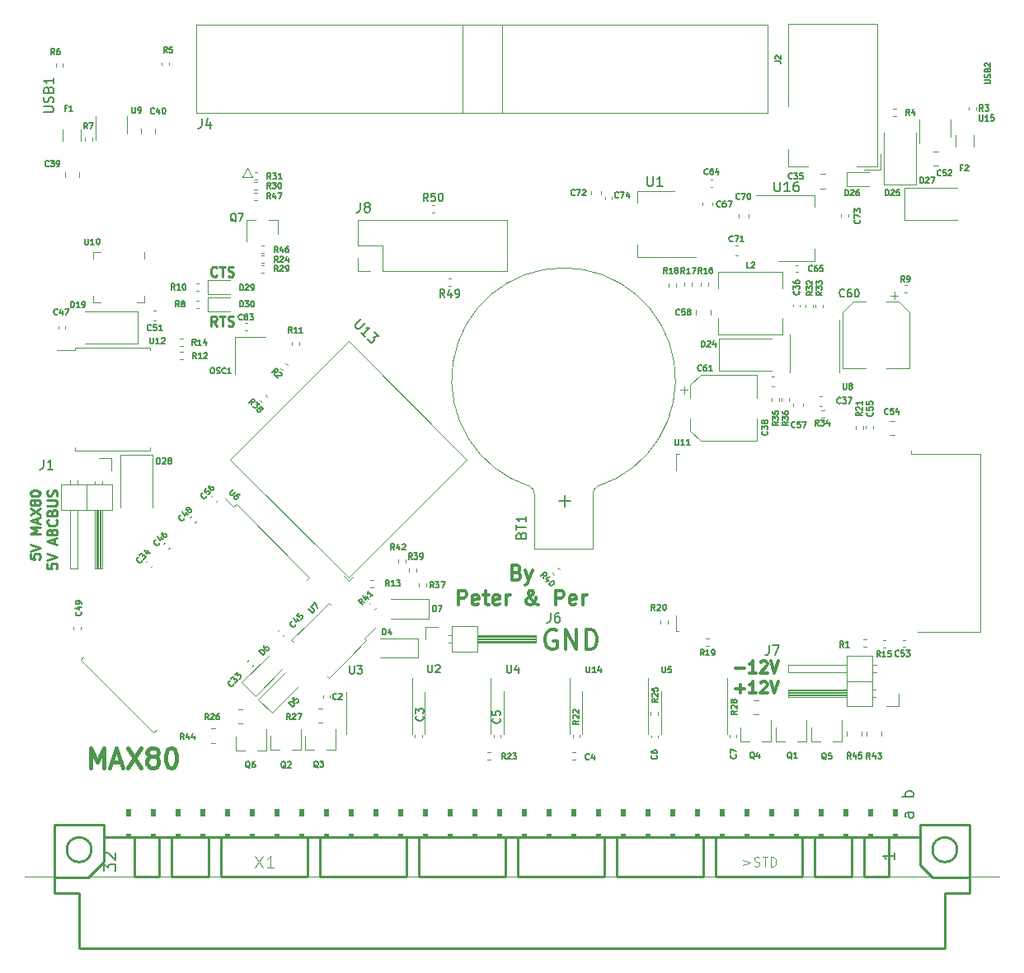
<source format=gbr>
%TF.GenerationSoftware,KiCad,Pcbnew,5.1.10-88a1d61d58~89~ubuntu20.04.1*%
%TF.CreationDate,2021-07-13T22:21:08+02:00*%
%TF.ProjectId,max80,6d617838-302e-46b6-9963-61645f706362,0.01*%
%TF.SameCoordinates,Original*%
%TF.FileFunction,Legend,Top*%
%TF.FilePolarity,Positive*%
%FSLAX46Y46*%
G04 Gerber Fmt 4.6, Leading zero omitted, Abs format (unit mm)*
G04 Created by KiCad (PCBNEW 5.1.10-88a1d61d58~89~ubuntu20.04.1) date 2021-07-13 22:21:08*
%MOMM*%
%LPD*%
G01*
G04 APERTURE LIST*
%ADD10C,0.300000*%
%ADD11C,0.250000*%
%ADD12C,0.400000*%
%ADD13C,0.120000*%
%ADD14C,0.100000*%
%ADD15C,0.254000*%
%ADD16C,0.150000*%
%ADD17C,0.120650*%
%ADD18C,0.101600*%
%ADD19C,0.127000*%
G04 APERTURE END LIST*
D10*
X155383714Y-97185857D02*
X155598000Y-97257285D01*
X155669428Y-97328714D01*
X155740857Y-97471571D01*
X155740857Y-97685857D01*
X155669428Y-97828714D01*
X155598000Y-97900142D01*
X155455142Y-97971571D01*
X154883714Y-97971571D01*
X154883714Y-96471571D01*
X155383714Y-96471571D01*
X155526571Y-96543000D01*
X155598000Y-96614428D01*
X155669428Y-96757285D01*
X155669428Y-96900142D01*
X155598000Y-97043000D01*
X155526571Y-97114428D01*
X155383714Y-97185857D01*
X154883714Y-97185857D01*
X156240857Y-96971571D02*
X156598000Y-97971571D01*
X156955142Y-96971571D02*
X156598000Y-97971571D01*
X156455142Y-98328714D01*
X156383714Y-98400142D01*
X156240857Y-98471571D01*
X149348000Y-100521571D02*
X149348000Y-99021571D01*
X149919428Y-99021571D01*
X150062285Y-99093000D01*
X150133714Y-99164428D01*
X150205142Y-99307285D01*
X150205142Y-99521571D01*
X150133714Y-99664428D01*
X150062285Y-99735857D01*
X149919428Y-99807285D01*
X149348000Y-99807285D01*
X151419428Y-100450142D02*
X151276571Y-100521571D01*
X150990857Y-100521571D01*
X150848000Y-100450142D01*
X150776571Y-100307285D01*
X150776571Y-99735857D01*
X150848000Y-99593000D01*
X150990857Y-99521571D01*
X151276571Y-99521571D01*
X151419428Y-99593000D01*
X151490857Y-99735857D01*
X151490857Y-99878714D01*
X150776571Y-100021571D01*
X151919428Y-99521571D02*
X152490857Y-99521571D01*
X152133714Y-99021571D02*
X152133714Y-100307285D01*
X152205142Y-100450142D01*
X152348000Y-100521571D01*
X152490857Y-100521571D01*
X153562285Y-100450142D02*
X153419428Y-100521571D01*
X153133714Y-100521571D01*
X152990857Y-100450142D01*
X152919428Y-100307285D01*
X152919428Y-99735857D01*
X152990857Y-99593000D01*
X153133714Y-99521571D01*
X153419428Y-99521571D01*
X153562285Y-99593000D01*
X153633714Y-99735857D01*
X153633714Y-99878714D01*
X152919428Y-100021571D01*
X154276571Y-100521571D02*
X154276571Y-99521571D01*
X154276571Y-99807285D02*
X154348000Y-99664428D01*
X154419428Y-99593000D01*
X154562285Y-99521571D01*
X154705142Y-99521571D01*
X157562285Y-100521571D02*
X157490857Y-100521571D01*
X157348000Y-100450142D01*
X157133714Y-100235857D01*
X156776571Y-99807285D01*
X156633714Y-99593000D01*
X156562285Y-99378714D01*
X156562285Y-99235857D01*
X156633714Y-99093000D01*
X156776571Y-99021571D01*
X156848000Y-99021571D01*
X156990857Y-99093000D01*
X157062285Y-99235857D01*
X157062285Y-99307285D01*
X156990857Y-99450142D01*
X156919428Y-99521571D01*
X156490857Y-99807285D01*
X156419428Y-99878714D01*
X156348000Y-100021571D01*
X156348000Y-100235857D01*
X156419428Y-100378714D01*
X156490857Y-100450142D01*
X156633714Y-100521571D01*
X156848000Y-100521571D01*
X156990857Y-100450142D01*
X157062285Y-100378714D01*
X157276571Y-100093000D01*
X157348000Y-99878714D01*
X157348000Y-99735857D01*
X159348000Y-100521571D02*
X159348000Y-99021571D01*
X159919428Y-99021571D01*
X160062285Y-99093000D01*
X160133714Y-99164428D01*
X160205142Y-99307285D01*
X160205142Y-99521571D01*
X160133714Y-99664428D01*
X160062285Y-99735857D01*
X159919428Y-99807285D01*
X159348000Y-99807285D01*
X161419428Y-100450142D02*
X161276571Y-100521571D01*
X160990857Y-100521571D01*
X160848000Y-100450142D01*
X160776571Y-100307285D01*
X160776571Y-99735857D01*
X160848000Y-99593000D01*
X160990857Y-99521571D01*
X161276571Y-99521571D01*
X161419428Y-99593000D01*
X161490857Y-99735857D01*
X161490857Y-99878714D01*
X160776571Y-100021571D01*
X162133714Y-100521571D02*
X162133714Y-99521571D01*
X162133714Y-99807285D02*
X162205142Y-99664428D01*
X162276571Y-99593000D01*
X162419428Y-99521571D01*
X162562285Y-99521571D01*
D11*
X124566380Y-71842380D02*
X124233047Y-71366190D01*
X123994952Y-71842380D02*
X123994952Y-70842380D01*
X124375904Y-70842380D01*
X124471142Y-70890000D01*
X124518761Y-70937619D01*
X124566380Y-71032857D01*
X124566380Y-71175714D01*
X124518761Y-71270952D01*
X124471142Y-71318571D01*
X124375904Y-71366190D01*
X123994952Y-71366190D01*
X124852095Y-70842380D02*
X125423523Y-70842380D01*
X125137809Y-71842380D02*
X125137809Y-70842380D01*
X125709238Y-71794761D02*
X125852095Y-71842380D01*
X126090190Y-71842380D01*
X126185428Y-71794761D01*
X126233047Y-71747142D01*
X126280666Y-71651904D01*
X126280666Y-71556666D01*
X126233047Y-71461428D01*
X126185428Y-71413809D01*
X126090190Y-71366190D01*
X125899714Y-71318571D01*
X125804476Y-71270952D01*
X125756857Y-71223333D01*
X125709238Y-71128095D01*
X125709238Y-71032857D01*
X125756857Y-70937619D01*
X125804476Y-70890000D01*
X125899714Y-70842380D01*
X126137809Y-70842380D01*
X126280666Y-70890000D01*
X124566380Y-66667142D02*
X124518761Y-66714761D01*
X124375904Y-66762380D01*
X124280666Y-66762380D01*
X124137809Y-66714761D01*
X124042571Y-66619523D01*
X123994952Y-66524285D01*
X123947333Y-66333809D01*
X123947333Y-66190952D01*
X123994952Y-66000476D01*
X124042571Y-65905238D01*
X124137809Y-65810000D01*
X124280666Y-65762380D01*
X124375904Y-65762380D01*
X124518761Y-65810000D01*
X124566380Y-65857619D01*
X124852095Y-65762380D02*
X125423523Y-65762380D01*
X125137809Y-66762380D02*
X125137809Y-65762380D01*
X125709238Y-66714761D02*
X125852095Y-66762380D01*
X126090190Y-66762380D01*
X126185428Y-66714761D01*
X126233047Y-66667142D01*
X126280666Y-66571904D01*
X126280666Y-66476666D01*
X126233047Y-66381428D01*
X126185428Y-66333809D01*
X126090190Y-66286190D01*
X125899714Y-66238571D01*
X125804476Y-66190952D01*
X125756857Y-66143333D01*
X125709238Y-66048095D01*
X125709238Y-65952857D01*
X125756857Y-65857619D01*
X125804476Y-65810000D01*
X125899714Y-65762380D01*
X126137809Y-65762380D01*
X126280666Y-65810000D01*
X105403380Y-95284785D02*
X105403380Y-95760976D01*
X105879571Y-95808595D01*
X105831952Y-95760976D01*
X105784333Y-95665738D01*
X105784333Y-95427642D01*
X105831952Y-95332404D01*
X105879571Y-95284785D01*
X105974809Y-95237166D01*
X106212904Y-95237166D01*
X106308142Y-95284785D01*
X106355761Y-95332404D01*
X106403380Y-95427642D01*
X106403380Y-95665738D01*
X106355761Y-95760976D01*
X106308142Y-95808595D01*
X105403380Y-94951452D02*
X106403380Y-94618119D01*
X105403380Y-94284785D01*
X106403380Y-93189547D02*
X105403380Y-93189547D01*
X106117666Y-92856214D01*
X105403380Y-92522880D01*
X106403380Y-92522880D01*
X106117666Y-92094309D02*
X106117666Y-91618119D01*
X106403380Y-92189547D02*
X105403380Y-91856214D01*
X106403380Y-91522880D01*
X105403380Y-91284785D02*
X106403380Y-90618119D01*
X105403380Y-90618119D02*
X106403380Y-91284785D01*
X105831952Y-90094309D02*
X105784333Y-90189547D01*
X105736714Y-90237166D01*
X105641476Y-90284785D01*
X105593857Y-90284785D01*
X105498619Y-90237166D01*
X105451000Y-90189547D01*
X105403380Y-90094309D01*
X105403380Y-89903833D01*
X105451000Y-89808595D01*
X105498619Y-89760976D01*
X105593857Y-89713357D01*
X105641476Y-89713357D01*
X105736714Y-89760976D01*
X105784333Y-89808595D01*
X105831952Y-89903833D01*
X105831952Y-90094309D01*
X105879571Y-90189547D01*
X105927190Y-90237166D01*
X106022428Y-90284785D01*
X106212904Y-90284785D01*
X106308142Y-90237166D01*
X106355761Y-90189547D01*
X106403380Y-90094309D01*
X106403380Y-89903833D01*
X106355761Y-89808595D01*
X106308142Y-89760976D01*
X106212904Y-89713357D01*
X106022428Y-89713357D01*
X105927190Y-89760976D01*
X105879571Y-89808595D01*
X105831952Y-89903833D01*
X105403380Y-89094309D02*
X105403380Y-88999071D01*
X105451000Y-88903833D01*
X105498619Y-88856214D01*
X105593857Y-88808595D01*
X105784333Y-88760976D01*
X106022428Y-88760976D01*
X106212904Y-88808595D01*
X106308142Y-88856214D01*
X106355761Y-88903833D01*
X106403380Y-88999071D01*
X106403380Y-89094309D01*
X106355761Y-89189547D01*
X106308142Y-89237166D01*
X106212904Y-89284785D01*
X106022428Y-89332404D01*
X105784333Y-89332404D01*
X105593857Y-89284785D01*
X105498619Y-89237166D01*
X105451000Y-89189547D01*
X105403380Y-89094309D01*
X107153380Y-96284785D02*
X107153380Y-96760976D01*
X107629571Y-96808595D01*
X107581952Y-96760976D01*
X107534333Y-96665738D01*
X107534333Y-96427642D01*
X107581952Y-96332404D01*
X107629571Y-96284785D01*
X107724809Y-96237166D01*
X107962904Y-96237166D01*
X108058142Y-96284785D01*
X108105761Y-96332404D01*
X108153380Y-96427642D01*
X108153380Y-96665738D01*
X108105761Y-96760976D01*
X108058142Y-96808595D01*
X107153380Y-95951452D02*
X108153380Y-95618119D01*
X107153380Y-95284785D01*
X107867666Y-94237166D02*
X107867666Y-93760976D01*
X108153380Y-94332404D02*
X107153380Y-93999071D01*
X108153380Y-93665738D01*
X107629571Y-92999071D02*
X107677190Y-92856214D01*
X107724809Y-92808595D01*
X107820047Y-92760976D01*
X107962904Y-92760976D01*
X108058142Y-92808595D01*
X108105761Y-92856214D01*
X108153380Y-92951452D01*
X108153380Y-93332404D01*
X107153380Y-93332404D01*
X107153380Y-92999071D01*
X107201000Y-92903833D01*
X107248619Y-92856214D01*
X107343857Y-92808595D01*
X107439095Y-92808595D01*
X107534333Y-92856214D01*
X107581952Y-92903833D01*
X107629571Y-92999071D01*
X107629571Y-93332404D01*
X108058142Y-91760976D02*
X108105761Y-91808595D01*
X108153380Y-91951452D01*
X108153380Y-92046690D01*
X108105761Y-92189547D01*
X108010523Y-92284785D01*
X107915285Y-92332404D01*
X107724809Y-92380023D01*
X107581952Y-92380023D01*
X107391476Y-92332404D01*
X107296238Y-92284785D01*
X107201000Y-92189547D01*
X107153380Y-92046690D01*
X107153380Y-91951452D01*
X107201000Y-91808595D01*
X107248619Y-91760976D01*
X107629571Y-90999071D02*
X107677190Y-90856214D01*
X107724809Y-90808595D01*
X107820047Y-90760976D01*
X107962904Y-90760976D01*
X108058142Y-90808595D01*
X108105761Y-90856214D01*
X108153380Y-90951452D01*
X108153380Y-91332404D01*
X107153380Y-91332404D01*
X107153380Y-90999071D01*
X107201000Y-90903833D01*
X107248619Y-90856214D01*
X107343857Y-90808595D01*
X107439095Y-90808595D01*
X107534333Y-90856214D01*
X107581952Y-90903833D01*
X107629571Y-90999071D01*
X107629571Y-91332404D01*
X107153380Y-90332404D02*
X107962904Y-90332404D01*
X108058142Y-90284785D01*
X108105761Y-90237166D01*
X108153380Y-90141928D01*
X108153380Y-89951452D01*
X108105761Y-89856214D01*
X108058142Y-89808595D01*
X107962904Y-89760976D01*
X107153380Y-89760976D01*
X108105761Y-89332404D02*
X108153380Y-89189547D01*
X108153380Y-88951452D01*
X108105761Y-88856214D01*
X108058142Y-88808595D01*
X107962904Y-88760976D01*
X107867666Y-88760976D01*
X107772428Y-88808595D01*
X107724809Y-88856214D01*
X107677190Y-88951452D01*
X107629571Y-89141928D01*
X107581952Y-89237166D01*
X107534333Y-89284785D01*
X107439095Y-89332404D01*
X107343857Y-89332404D01*
X107248619Y-89284785D01*
X107201000Y-89237166D01*
X107153380Y-89141928D01*
X107153380Y-88903833D01*
X107201000Y-88760976D01*
D10*
X159404190Y-103156000D02*
X159213714Y-103060761D01*
X158928000Y-103060761D01*
X158642285Y-103156000D01*
X158451809Y-103346476D01*
X158356571Y-103536952D01*
X158261333Y-103917904D01*
X158261333Y-104203619D01*
X158356571Y-104584571D01*
X158451809Y-104775047D01*
X158642285Y-104965523D01*
X158928000Y-105060761D01*
X159118476Y-105060761D01*
X159404190Y-104965523D01*
X159499428Y-104870285D01*
X159499428Y-104203619D01*
X159118476Y-104203619D01*
X160356571Y-105060761D02*
X160356571Y-103060761D01*
X161499428Y-105060761D01*
X161499428Y-103060761D01*
X162451809Y-105060761D02*
X162451809Y-103060761D01*
X162928000Y-103060761D01*
X163213714Y-103156000D01*
X163404190Y-103346476D01*
X163499428Y-103536952D01*
X163594666Y-103917904D01*
X163594666Y-104203619D01*
X163499428Y-104584571D01*
X163404190Y-104775047D01*
X163213714Y-104965523D01*
X162928000Y-105060761D01*
X162451809Y-105060761D01*
X177835714Y-107030714D02*
X178750000Y-107030714D01*
X179950000Y-107487857D02*
X179264285Y-107487857D01*
X179607142Y-107487857D02*
X179607142Y-106287857D01*
X179492857Y-106459285D01*
X179378571Y-106573571D01*
X179264285Y-106630714D01*
X180407142Y-106402142D02*
X180464285Y-106345000D01*
X180578571Y-106287857D01*
X180864285Y-106287857D01*
X180978571Y-106345000D01*
X181035714Y-106402142D01*
X181092857Y-106516428D01*
X181092857Y-106630714D01*
X181035714Y-106802142D01*
X180350000Y-107487857D01*
X181092857Y-107487857D01*
X181435714Y-106287857D02*
X181835714Y-107487857D01*
X182235714Y-106287857D01*
X177835714Y-109130714D02*
X178750000Y-109130714D01*
X178292857Y-109587857D02*
X178292857Y-108673571D01*
X179950000Y-109587857D02*
X179264285Y-109587857D01*
X179607142Y-109587857D02*
X179607142Y-108387857D01*
X179492857Y-108559285D01*
X179378571Y-108673571D01*
X179264285Y-108730714D01*
X180407142Y-108502142D02*
X180464285Y-108445000D01*
X180578571Y-108387857D01*
X180864285Y-108387857D01*
X180978571Y-108445000D01*
X181035714Y-108502142D01*
X181092857Y-108616428D01*
X181092857Y-108730714D01*
X181035714Y-108902142D01*
X180350000Y-109587857D01*
X181092857Y-109587857D01*
X181435714Y-108387857D02*
X181835714Y-109587857D01*
X182235714Y-108387857D01*
D12*
X111589047Y-117234761D02*
X111589047Y-115234761D01*
X112255714Y-116663333D01*
X112922380Y-115234761D01*
X112922380Y-117234761D01*
X113779523Y-116663333D02*
X114731904Y-116663333D01*
X113589047Y-117234761D02*
X114255714Y-115234761D01*
X114922380Y-117234761D01*
X115398571Y-115234761D02*
X116731904Y-117234761D01*
X116731904Y-115234761D02*
X115398571Y-117234761D01*
X117779523Y-116091904D02*
X117589047Y-115996666D01*
X117493809Y-115901428D01*
X117398571Y-115710952D01*
X117398571Y-115615714D01*
X117493809Y-115425238D01*
X117589047Y-115330000D01*
X117779523Y-115234761D01*
X118160476Y-115234761D01*
X118350952Y-115330000D01*
X118446190Y-115425238D01*
X118541428Y-115615714D01*
X118541428Y-115710952D01*
X118446190Y-115901428D01*
X118350952Y-115996666D01*
X118160476Y-116091904D01*
X117779523Y-116091904D01*
X117589047Y-116187142D01*
X117493809Y-116282380D01*
X117398571Y-116472857D01*
X117398571Y-116853809D01*
X117493809Y-117044285D01*
X117589047Y-117139523D01*
X117779523Y-117234761D01*
X118160476Y-117234761D01*
X118350952Y-117139523D01*
X118446190Y-117044285D01*
X118541428Y-116853809D01*
X118541428Y-116472857D01*
X118446190Y-116282380D01*
X118350952Y-116187142D01*
X118160476Y-116091904D01*
X119779523Y-115234761D02*
X119970000Y-115234761D01*
X120160476Y-115330000D01*
X120255714Y-115425238D01*
X120350952Y-115615714D01*
X120446190Y-115996666D01*
X120446190Y-116472857D01*
X120350952Y-116853809D01*
X120255714Y-117044285D01*
X120160476Y-117139523D01*
X119970000Y-117234761D01*
X119779523Y-117234761D01*
X119589047Y-117139523D01*
X119493809Y-117044285D01*
X119398571Y-116853809D01*
X119303333Y-116472857D01*
X119303333Y-115996666D01*
X119398571Y-115615714D01*
X119493809Y-115425238D01*
X119589047Y-115330000D01*
X119779523Y-115234761D01*
D13*
%TO.C,C83*%
X127482164Y-71560000D02*
X127697836Y-71560000D01*
X127482164Y-72280000D02*
X127697836Y-72280000D01*
%TO.C,C61*%
X179980000Y-83680000D02*
X179980000Y-81330000D01*
X179980000Y-76860000D02*
X179980000Y-79210000D01*
X174224437Y-76860000D02*
X179980000Y-76860000D01*
X174224437Y-83680000D02*
X179980000Y-83680000D01*
X173160000Y-82615563D02*
X173160000Y-81330000D01*
X173160000Y-77924437D02*
X173160000Y-79210000D01*
X173160000Y-77924437D02*
X174224437Y-76860000D01*
X173160000Y-82615563D02*
X174224437Y-83680000D01*
X172132500Y-78422500D02*
X172920000Y-78422500D01*
X172526250Y-78028750D02*
X172526250Y-78816250D01*
%TO.C,C60*%
X188860000Y-76180000D02*
X191210000Y-76180000D01*
X195680000Y-76180000D02*
X193330000Y-76180000D01*
X195680000Y-70424437D02*
X195680000Y-76180000D01*
X188860000Y-70424437D02*
X188860000Y-76180000D01*
X189924437Y-69360000D02*
X191210000Y-69360000D01*
X194615563Y-69360000D02*
X193330000Y-69360000D01*
X194615563Y-69360000D02*
X195680000Y-70424437D01*
X189924437Y-69360000D02*
X188860000Y-70424437D01*
X194117500Y-68332500D02*
X194117500Y-69120000D01*
X194511250Y-68726250D02*
X193723750Y-68726250D01*
%TO.C,C57*%
X184780000Y-79829420D02*
X184780000Y-80110580D01*
X183760000Y-79829420D02*
X183760000Y-80110580D01*
%TO.C,BT1*%
X157170000Y-94770000D02*
X157170000Y-89070000D01*
X163170000Y-94770000D02*
X157170000Y-94770000D01*
X163170000Y-94770000D02*
X163170000Y-89070000D01*
X156643616Y-88318246D02*
G75*
G02*
X157170000Y-89070000I-273616J-751754D01*
G01*
X160215281Y-65874329D02*
G75*
G03*
X156670000Y-88320000I-45281J-11495671D01*
G01*
X163696384Y-88318246D02*
G75*
G03*
X163170000Y-89070000I273616J-751754D01*
G01*
X160124719Y-65874329D02*
G75*
G02*
X163670000Y-88320000I45281J-11495671D01*
G01*
%TO.C,R50*%
X146626359Y-60200000D02*
X146933641Y-60200000D01*
X146626359Y-59440000D02*
X146933641Y-59440000D01*
%TO.C,R49*%
X148623641Y-66990000D02*
X148316359Y-66990000D01*
X148623641Y-67750000D02*
X148316359Y-67750000D01*
%TO.C,J8*%
X154380000Y-66180000D02*
X154380000Y-60980000D01*
X141620000Y-66180000D02*
X154380000Y-66180000D01*
X139020000Y-60980000D02*
X154380000Y-60980000D01*
X141620000Y-66180000D02*
X141620000Y-63580000D01*
X141620000Y-63580000D02*
X139020000Y-63580000D01*
X139020000Y-63580000D02*
X139020000Y-60980000D01*
X140350000Y-66180000D02*
X139020000Y-66180000D01*
X139020000Y-66180000D02*
X139020000Y-64850000D01*
%TO.C,R47*%
X128703641Y-58890000D02*
X128396359Y-58890000D01*
X128703641Y-58130000D02*
X128396359Y-58130000D01*
%TO.C,R46*%
X129423641Y-64350000D02*
X129116359Y-64350000D01*
X129423641Y-63590000D02*
X129116359Y-63590000D01*
%TO.C,Q7*%
X130800000Y-60960000D02*
X129870000Y-60960000D01*
X127640000Y-60960000D02*
X128570000Y-60960000D01*
X127640000Y-60960000D02*
X127640000Y-63120000D01*
X130800000Y-60960000D02*
X130800000Y-62420000D01*
%TO.C,U13*%
X137600025Y-97505105D02*
X138095000Y-98000079D01*
X138095000Y-98000079D02*
X138589975Y-97505105D01*
X125932763Y-85555000D02*
X138095000Y-97717237D01*
X138095000Y-97717237D02*
X150257237Y-85555000D01*
X150257237Y-85555000D02*
X138095000Y-73392763D01*
X138095000Y-73392763D02*
X125932763Y-85555000D01*
%TO.C,D7*%
X146345000Y-101920000D02*
X142445000Y-101920000D01*
X146345000Y-99920000D02*
X142445000Y-99920000D01*
X146345000Y-101920000D02*
X146345000Y-99920000D01*
%TO.C,D6*%
X127096903Y-108478883D02*
X129854619Y-105721167D01*
X128511117Y-109893097D02*
X131268833Y-107135381D01*
X127096903Y-108478883D02*
X128511117Y-109893097D01*
%TO.C,D5*%
X128796903Y-110203883D02*
X131554619Y-107446167D01*
X130211117Y-111618097D02*
X132968833Y-108860381D01*
X128796903Y-110203883D02*
X130211117Y-111618097D01*
%TO.C,D4*%
X145195000Y-105945000D02*
X141295000Y-105945000D01*
X145195000Y-103945000D02*
X141295000Y-103945000D01*
X145195000Y-105945000D02*
X145195000Y-103945000D01*
%TO.C,J6*%
X145950000Y-102750000D02*
X147220000Y-102750000D01*
X145950000Y-104020000D02*
X145950000Y-102750000D01*
X148330000Y-104400000D02*
X148660000Y-104400000D01*
X148330000Y-103640000D02*
X148660000Y-103640000D01*
X151320000Y-104300000D02*
X157320000Y-104300000D01*
X151320000Y-104180000D02*
X157320000Y-104180000D01*
X151320000Y-104060000D02*
X157320000Y-104060000D01*
X151320000Y-103940000D02*
X157320000Y-103940000D01*
X151320000Y-103820000D02*
X157320000Y-103820000D01*
X151320000Y-103700000D02*
X157320000Y-103700000D01*
X157320000Y-104400000D02*
X151320000Y-104400000D01*
X157320000Y-103640000D02*
X157320000Y-104400000D01*
X151320000Y-103640000D02*
X157320000Y-103640000D01*
X151320000Y-102690000D02*
X148660000Y-102690000D01*
X151320000Y-105350000D02*
X151320000Y-102690000D01*
X148660000Y-105350000D02*
X151320000Y-105350000D01*
X148660000Y-102690000D02*
X148660000Y-105350000D01*
%TO.C,R45*%
X190730000Y-113997064D02*
X190730000Y-113542936D01*
X189260000Y-113997064D02*
X189260000Y-113542936D01*
%TO.C,R44*%
X123967936Y-114680000D02*
X124422064Y-114680000D01*
X123967936Y-113210000D02*
X124422064Y-113210000D01*
%TO.C,R43*%
X192775000Y-113997064D02*
X192775000Y-113542936D01*
X191305000Y-113997064D02*
X191305000Y-113542936D01*
%TO.C,R28*%
X179717936Y-111755000D02*
X180172064Y-111755000D01*
X179717936Y-110285000D02*
X180172064Y-110285000D01*
%TO.C,R27*%
X134967936Y-112630000D02*
X135422064Y-112630000D01*
X134967936Y-111160000D02*
X135422064Y-111160000D01*
%TO.C,R26*%
X126742936Y-112680000D02*
X127197064Y-112680000D01*
X126742936Y-111210000D02*
X127197064Y-111210000D01*
%TO.C,J7*%
X191880000Y-110950000D02*
X191880000Y-105750000D01*
X191880000Y-105750000D02*
X189220000Y-105750000D01*
X189220000Y-105750000D02*
X189220000Y-110950000D01*
X189220000Y-110950000D02*
X191880000Y-110950000D01*
X189220000Y-110000000D02*
X183220000Y-110000000D01*
X183220000Y-110000000D02*
X183220000Y-109240000D01*
X183220000Y-109240000D02*
X189220000Y-109240000D01*
X189220000Y-109940000D02*
X183220000Y-109940000D01*
X189220000Y-109820000D02*
X183220000Y-109820000D01*
X189220000Y-109700000D02*
X183220000Y-109700000D01*
X189220000Y-109580000D02*
X183220000Y-109580000D01*
X189220000Y-109460000D02*
X183220000Y-109460000D01*
X189220000Y-109340000D02*
X183220000Y-109340000D01*
X192210000Y-110000000D02*
X191880000Y-110000000D01*
X192210000Y-109240000D02*
X191880000Y-109240000D01*
X191880000Y-108350000D02*
X189220000Y-108350000D01*
X189220000Y-107460000D02*
X183220000Y-107460000D01*
X183220000Y-107460000D02*
X183220000Y-106700000D01*
X183220000Y-106700000D02*
X189220000Y-106700000D01*
X192277071Y-107460000D02*
X191880000Y-107460000D01*
X192277071Y-106700000D02*
X191880000Y-106700000D01*
X194590000Y-109620000D02*
X194590000Y-110890000D01*
X194590000Y-110890000D02*
X193320000Y-110890000D01*
%TO.C,R25*%
X169115000Y-111848641D02*
X169115000Y-111541359D01*
X169875000Y-111848641D02*
X169875000Y-111541359D01*
%TO.C,Q6*%
X126490000Y-115470000D02*
X127420000Y-115470000D01*
X129650000Y-115470000D02*
X128720000Y-115470000D01*
X129650000Y-115470000D02*
X129650000Y-113310000D01*
X126490000Y-115470000D02*
X126490000Y-114010000D01*
%TO.C,U16*%
X179940000Y-58380000D02*
X185950000Y-58380000D01*
X182190000Y-65200000D02*
X185950000Y-65200000D01*
X185950000Y-58380000D02*
X185950000Y-59640000D01*
X185950000Y-65200000D02*
X185950000Y-63940000D01*
%TO.C,U1*%
X173770000Y-64780000D02*
X167760000Y-64780000D01*
X171520000Y-57960000D02*
X167760000Y-57960000D01*
X167760000Y-64780000D02*
X167760000Y-63520000D01*
X167760000Y-57960000D02*
X167760000Y-59220000D01*
%TO.C,C74*%
X165130000Y-58827836D02*
X165130000Y-58612164D01*
X164410000Y-58827836D02*
X164410000Y-58612164D01*
%TO.C,C73*%
X189410000Y-60617836D02*
X189410000Y-60402164D01*
X188690000Y-60617836D02*
X188690000Y-60402164D01*
%TO.C,C72*%
X164030000Y-58310580D02*
X164030000Y-58029420D01*
X163010000Y-58310580D02*
X163010000Y-58029420D01*
%TO.C,C71*%
X179140000Y-60660580D02*
X179140000Y-60379420D01*
X178120000Y-60660580D02*
X178120000Y-60379420D01*
%TO.C,C70*%
X178110580Y-63610000D02*
X177829420Y-63610000D01*
X178110580Y-64630000D02*
X177829420Y-64630000D01*
%TO.C,C67*%
X174410000Y-59179420D02*
X174410000Y-59460580D01*
X175430000Y-59179420D02*
X175430000Y-59460580D01*
%TO.C,C65*%
X184012164Y-66330000D02*
X184227836Y-66330000D01*
X184012164Y-65610000D02*
X184227836Y-65610000D01*
%TO.C,C64*%
X175262164Y-57530000D02*
X175477836Y-57530000D01*
X175262164Y-56810000D02*
X175477836Y-56810000D01*
%TO.C,R24*%
X129106359Y-65370000D02*
X129413641Y-65370000D01*
X129106359Y-64610000D02*
X129413641Y-64610000D01*
%TO.C,U14*%
X162105000Y-111620000D02*
X162105000Y-113820000D01*
X162105000Y-111620000D02*
X162105000Y-109420000D01*
X168875000Y-111620000D02*
X168875000Y-113820000D01*
X168875000Y-111620000D02*
X168875000Y-108020000D01*
%TO.C,Q5*%
X185610000Y-114530000D02*
X185610000Y-113070000D01*
X188770000Y-114530000D02*
X188770000Y-112370000D01*
X188770000Y-114530000D02*
X187840000Y-114530000D01*
X185610000Y-114530000D02*
X186540000Y-114530000D01*
%TO.C,Q1*%
X181970000Y-114530000D02*
X181970000Y-113070000D01*
X185130000Y-114530000D02*
X185130000Y-112370000D01*
X185130000Y-114530000D02*
X184200000Y-114530000D01*
X181970000Y-114530000D02*
X182900000Y-114530000D01*
%TO.C,OSC1*%
X129555000Y-73020000D02*
X126405000Y-73020000D01*
X126405000Y-73020000D02*
X126405000Y-76820000D01*
%TO.C,J4*%
X128171100Y-56593600D02*
X127671100Y-55593600D01*
X127171100Y-56593600D02*
X128171100Y-56593600D01*
X127671100Y-55593600D02*
X127171100Y-56593600D01*
X181141100Y-49973600D02*
X122461100Y-49973600D01*
X181141100Y-40853600D02*
X181141100Y-49973600D01*
X122461100Y-40853600D02*
X181141100Y-40853600D01*
X122461100Y-49973600D02*
X122461100Y-40853600D01*
X153851100Y-49973600D02*
X153851100Y-40853600D01*
X149751100Y-49973600D02*
X149751100Y-40853600D01*
%TO.C,R11*%
X133030000Y-73833641D02*
X133030000Y-73526359D01*
X132270000Y-73833641D02*
X132270000Y-73526359D01*
%TO.C,R2*%
X131092659Y-76190060D02*
X131309940Y-76407341D01*
X131630060Y-75652659D02*
X131847341Y-75869940D01*
%TO.C,C45*%
X131510810Y-103568307D02*
X131358307Y-103720810D01*
X131001693Y-103059190D02*
X130849190Y-103211693D01*
%TO.C,C7*%
X177210000Y-114087836D02*
X177210000Y-113872164D01*
X177930000Y-114087836D02*
X177930000Y-113872164D01*
%TO.C,C6*%
X169160000Y-114137836D02*
X169160000Y-113922164D01*
X169880000Y-114137836D02*
X169880000Y-113922164D01*
%TO.C,C33*%
X128320810Y-106718307D02*
X128168307Y-106870810D01*
X127811693Y-106209190D02*
X127659190Y-106361693D01*
%TO.C,U5*%
X170165000Y-111600000D02*
X170165000Y-113800000D01*
X170165000Y-111600000D02*
X170165000Y-109400000D01*
X176935000Y-111600000D02*
X176935000Y-113800000D01*
X176935000Y-111600000D02*
X176935000Y-108000000D01*
%TO.C,C5*%
X153000000Y-114107836D02*
X153000000Y-113892164D01*
X153720000Y-114107836D02*
X153720000Y-113892164D01*
%TO.C,C4*%
X161110000Y-114097836D02*
X161110000Y-113882164D01*
X161830000Y-114097836D02*
X161830000Y-113882164D01*
%TO.C,U4*%
X154030000Y-111610000D02*
X154030000Y-113810000D01*
X154030000Y-111610000D02*
X154030000Y-109410000D01*
X160800000Y-111610000D02*
X160800000Y-113810000D01*
X160800000Y-111610000D02*
X160800000Y-108010000D01*
%TO.C,U3*%
X137855000Y-111630000D02*
X137855000Y-113830000D01*
X137855000Y-111630000D02*
X137855000Y-109430000D01*
X144625000Y-111630000D02*
X144625000Y-113830000D01*
X144625000Y-111630000D02*
X144625000Y-108030000D01*
%TO.C,U2*%
X145930000Y-111630000D02*
X145930000Y-113830000D01*
X145930000Y-111630000D02*
X145930000Y-109430000D01*
X152700000Y-111630000D02*
X152700000Y-113830000D01*
X152700000Y-111630000D02*
X152700000Y-108030000D01*
%TO.C,R42*%
X143180000Y-96183641D02*
X143180000Y-95876359D01*
X143940000Y-96183641D02*
X143940000Y-95876359D01*
%TO.C,R41*%
X140967341Y-100760060D02*
X140750060Y-100977341D01*
X140429940Y-100222659D02*
X140212659Y-100439940D01*
%TO.C,R40*%
X159209940Y-97422341D02*
X158992659Y-97205060D01*
X159747341Y-96884940D02*
X159530060Y-96667659D01*
%TO.C,R39*%
X145060000Y-96806359D02*
X145060000Y-97113641D01*
X144300000Y-96806359D02*
X144300000Y-97113641D01*
%TO.C,R38*%
X129540060Y-78922659D02*
X129757341Y-79139940D01*
X129002659Y-79460060D02*
X129219940Y-79677341D01*
%TO.C,R37*%
X145340000Y-98613641D02*
X145340000Y-98306359D01*
X146100000Y-98613641D02*
X146100000Y-98306359D01*
%TO.C,R13*%
X140336359Y-97960000D02*
X140643641Y-97960000D01*
X140336359Y-98720000D02*
X140643641Y-98720000D01*
%TO.C,C3*%
X144910000Y-114097836D02*
X144910000Y-113882164D01*
X145630000Y-114097836D02*
X145630000Y-113882164D01*
%TO.C,C2*%
X136180000Y-109812164D02*
X136180000Y-110027836D01*
X135460000Y-109812164D02*
X135460000Y-110027836D01*
%TO.C,C37*%
X186429420Y-79060000D02*
X186710580Y-79060000D01*
X186429420Y-80080000D02*
X186710580Y-80080000D01*
%TO.C,U7*%
X134143134Y-102233134D02*
X132216268Y-104160000D01*
X132216268Y-104160000D02*
X132400116Y-104343848D01*
X134143134Y-102233134D02*
X136070000Y-100306268D01*
X136070000Y-100306268D02*
X136253848Y-100490116D01*
X137996866Y-106086866D02*
X136070000Y-108013732D01*
X136070000Y-108013732D02*
X135886152Y-107829884D01*
X137996866Y-106086866D02*
X139923732Y-104160000D01*
X139923732Y-104160000D02*
X139739884Y-103976152D01*
X139739884Y-103976152D02*
X140924288Y-102791748D01*
%TO.C,R10*%
X122420359Y-67454000D02*
X122727641Y-67454000D01*
X122420359Y-68214000D02*
X122727641Y-68214000D01*
%TO.C,R8*%
X122420359Y-69232000D02*
X122727641Y-69232000D01*
X122420359Y-69992000D02*
X122727641Y-69992000D01*
%TO.C,D30*%
X125914000Y-67099000D02*
X123629000Y-67099000D01*
X123629000Y-67099000D02*
X123629000Y-68569000D01*
X123629000Y-68569000D02*
X125914000Y-68569000D01*
%TO.C,D29*%
X125914000Y-68877000D02*
X123629000Y-68877000D01*
X123629000Y-68877000D02*
X123629000Y-70347000D01*
X123629000Y-70347000D02*
X125914000Y-70347000D01*
%TO.C,R1*%
X190941359Y-104850000D02*
X191248641Y-104850000D01*
X190941359Y-104090000D02*
X191248641Y-104090000D01*
%TO.C,D28*%
X117990000Y-85070000D02*
X114690000Y-85070000D01*
X114690000Y-85070000D02*
X114690000Y-90470000D01*
X117990000Y-85070000D02*
X117990000Y-90470000D01*
%TO.C,C56*%
X124660810Y-89758307D02*
X124508307Y-89910810D01*
X124151693Y-89249190D02*
X123999190Y-89401693D01*
%TO.C,C46*%
X119730810Y-94628307D02*
X119578307Y-94780810D01*
X119221693Y-94119190D02*
X119069190Y-94271693D01*
%TO.C,C34*%
X117319190Y-96051693D02*
X117471693Y-95899190D01*
X117828307Y-96560810D02*
X117980810Y-96408307D01*
%TO.C,U6*%
X110869870Y-105864798D02*
X110587027Y-106147641D01*
X118365202Y-113360130D02*
X118082359Y-113642973D01*
X134062973Y-97662359D02*
X133780130Y-97945202D01*
X110587027Y-106147641D02*
X118082359Y-113642973D01*
X126567641Y-90167027D02*
X134062973Y-97662359D01*
X126284798Y-90449870D02*
X126567641Y-90167027D01*
X125436270Y-89601342D02*
X126284798Y-90449870D01*
%TO.C,J1*%
X113775000Y-88135000D02*
X108575000Y-88135000D01*
X108575000Y-88135000D02*
X108575000Y-90795000D01*
X108575000Y-90795000D02*
X113775000Y-90795000D01*
X113775000Y-90795000D02*
X113775000Y-88135000D01*
X112825000Y-90795000D02*
X112825000Y-96795000D01*
X112825000Y-96795000D02*
X112065000Y-96795000D01*
X112065000Y-96795000D02*
X112065000Y-90795000D01*
X112765000Y-90795000D02*
X112765000Y-96795000D01*
X112645000Y-90795000D02*
X112645000Y-96795000D01*
X112525000Y-90795000D02*
X112525000Y-96795000D01*
X112405000Y-90795000D02*
X112405000Y-96795000D01*
X112285000Y-90795000D02*
X112285000Y-96795000D01*
X112165000Y-90795000D02*
X112165000Y-96795000D01*
X112825000Y-87805000D02*
X112825000Y-88135000D01*
X112065000Y-87805000D02*
X112065000Y-88135000D01*
X111175000Y-88135000D02*
X111175000Y-90795000D01*
X110285000Y-90795000D02*
X110285000Y-96795000D01*
X110285000Y-96795000D02*
X109525000Y-96795000D01*
X109525000Y-96795000D02*
X109525000Y-90795000D01*
X110285000Y-87737929D02*
X110285000Y-88135000D01*
X109525000Y-87737929D02*
X109525000Y-88135000D01*
X112445000Y-85425000D02*
X113715000Y-85425000D01*
X113715000Y-85425000D02*
X113715000Y-86695000D01*
%TO.C,D27*%
X195170000Y-57620000D02*
X200570000Y-57620000D01*
X195170000Y-60920000D02*
X200570000Y-60920000D01*
X195170000Y-57620000D02*
X195170000Y-60920000D01*
%TO.C,D19*%
X116425000Y-73665000D02*
X111025000Y-73665000D01*
X116425000Y-70365000D02*
X111025000Y-70365000D01*
X116425000Y-73665000D02*
X116425000Y-70365000D01*
%TO.C,Q4*%
X178330000Y-114530000D02*
X178330000Y-113070000D01*
X181490000Y-114530000D02*
X181490000Y-112370000D01*
X181490000Y-114530000D02*
X180560000Y-114530000D01*
X178330000Y-114530000D02*
X179260000Y-114530000D01*
%TO.C,R9*%
X195141359Y-67645000D02*
X195448641Y-67645000D01*
X195141359Y-68405000D02*
X195448641Y-68405000D01*
%TO.C,D26*%
X191515000Y-56020000D02*
X189230000Y-56020000D01*
X189230000Y-56020000D02*
X189230000Y-57490000D01*
X189230000Y-57490000D02*
X191515000Y-57490000D01*
%TO.C,C38*%
X181554420Y-78055000D02*
X181835580Y-78055000D01*
X181554420Y-77035000D02*
X181835580Y-77035000D01*
%TO.C,C36*%
X183720000Y-69877836D02*
X183720000Y-69662164D01*
X184440000Y-69877836D02*
X184440000Y-69662164D01*
%TO.C,R34*%
X186923641Y-81250000D02*
X186616359Y-81250000D01*
X186923641Y-80490000D02*
X186616359Y-80490000D01*
%TO.C,R33*%
X186000000Y-69943641D02*
X186000000Y-69636359D01*
X186760000Y-69943641D02*
X186760000Y-69636359D01*
%TO.C,R32*%
X185740000Y-69636359D02*
X185740000Y-69943641D01*
X184980000Y-69636359D02*
X184980000Y-69943641D01*
%TO.C,C35*%
X187031252Y-57725000D02*
X186508748Y-57725000D01*
X187031252Y-56255000D02*
X186508748Y-56255000D01*
D14*
%TO.C,X1*%
G36*
X115247100Y-121482600D02*
G01*
X115247100Y-122244600D01*
X115755100Y-122244600D01*
X115755100Y-121482600D01*
X115247100Y-121482600D01*
G37*
G36*
X117787100Y-121482600D02*
G01*
X117787100Y-122244600D01*
X118295100Y-122244600D01*
X118295100Y-121482600D01*
X117787100Y-121482600D01*
G37*
G36*
X120327100Y-121482600D02*
G01*
X120327100Y-122244600D01*
X120835100Y-122244600D01*
X120835100Y-121482600D01*
X120327100Y-121482600D01*
G37*
G36*
X122867100Y-121482600D02*
G01*
X122867100Y-122244600D01*
X123375100Y-122244600D01*
X123375100Y-121482600D01*
X122867100Y-121482600D01*
G37*
G36*
X125407100Y-121482600D02*
G01*
X125407100Y-122244600D01*
X125915100Y-122244600D01*
X125915100Y-121482600D01*
X125407100Y-121482600D01*
G37*
G36*
X127947100Y-121482600D02*
G01*
X127947100Y-122244600D01*
X128455100Y-122244600D01*
X128455100Y-121482600D01*
X127947100Y-121482600D01*
G37*
G36*
X130487100Y-121482600D02*
G01*
X130487100Y-122244600D01*
X130995100Y-122244600D01*
X130995100Y-121482600D01*
X130487100Y-121482600D01*
G37*
G36*
X133027100Y-121482600D02*
G01*
X133027100Y-122244600D01*
X133535100Y-122244600D01*
X133535100Y-121482600D01*
X133027100Y-121482600D01*
G37*
G36*
X135567100Y-121482600D02*
G01*
X135567100Y-122244600D01*
X136075100Y-122244600D01*
X136075100Y-121482600D01*
X135567100Y-121482600D01*
G37*
G36*
X138107100Y-121482600D02*
G01*
X138107100Y-122244600D01*
X138615100Y-122244600D01*
X138615100Y-121482600D01*
X138107100Y-121482600D01*
G37*
G36*
X140647100Y-121482600D02*
G01*
X140647100Y-122244600D01*
X141155100Y-122244600D01*
X141155100Y-121482600D01*
X140647100Y-121482600D01*
G37*
G36*
X143187100Y-121482600D02*
G01*
X143187100Y-122244600D01*
X143695100Y-122244600D01*
X143695100Y-121482600D01*
X143187100Y-121482600D01*
G37*
G36*
X145727100Y-121482600D02*
G01*
X145727100Y-122244600D01*
X146235100Y-122244600D01*
X146235100Y-121482600D01*
X145727100Y-121482600D01*
G37*
G36*
X148267100Y-121482600D02*
G01*
X148267100Y-122244600D01*
X148775100Y-122244600D01*
X148775100Y-121482600D01*
X148267100Y-121482600D01*
G37*
G36*
X150807100Y-121482600D02*
G01*
X150807100Y-122244600D01*
X151315100Y-122244600D01*
X151315100Y-121482600D01*
X150807100Y-121482600D01*
G37*
G36*
X153347100Y-121482600D02*
G01*
X153347100Y-122244600D01*
X153855100Y-122244600D01*
X153855100Y-121482600D01*
X153347100Y-121482600D01*
G37*
G36*
X155887100Y-121482600D02*
G01*
X155887100Y-122244600D01*
X156395100Y-122244600D01*
X156395100Y-121482600D01*
X155887100Y-121482600D01*
G37*
G36*
X158427100Y-121482600D02*
G01*
X158427100Y-122244600D01*
X158935100Y-122244600D01*
X158935100Y-121482600D01*
X158427100Y-121482600D01*
G37*
G36*
X160967100Y-121482600D02*
G01*
X160967100Y-122244600D01*
X161475100Y-122244600D01*
X161475100Y-121482600D01*
X160967100Y-121482600D01*
G37*
G36*
X163507100Y-121482600D02*
G01*
X163507100Y-122244600D01*
X164015100Y-122244600D01*
X164015100Y-121482600D01*
X163507100Y-121482600D01*
G37*
G36*
X166047100Y-121482600D02*
G01*
X166047100Y-122244600D01*
X166555100Y-122244600D01*
X166555100Y-121482600D01*
X166047100Y-121482600D01*
G37*
G36*
X168587100Y-121482600D02*
G01*
X168587100Y-122244600D01*
X169095100Y-122244600D01*
X169095100Y-121482600D01*
X168587100Y-121482600D01*
G37*
G36*
X171127100Y-121482600D02*
G01*
X171127100Y-122244600D01*
X171635100Y-122244600D01*
X171635100Y-121482600D01*
X171127100Y-121482600D01*
G37*
G36*
X173667100Y-121482600D02*
G01*
X173667100Y-122244600D01*
X174175100Y-122244600D01*
X174175100Y-121482600D01*
X173667100Y-121482600D01*
G37*
G36*
X176207100Y-121482600D02*
G01*
X176207100Y-122244600D01*
X176715100Y-122244600D01*
X176715100Y-121482600D01*
X176207100Y-121482600D01*
G37*
G36*
X178747100Y-121482600D02*
G01*
X178747100Y-122244600D01*
X179255100Y-122244600D01*
X179255100Y-121482600D01*
X178747100Y-121482600D01*
G37*
G36*
X181287100Y-121482600D02*
G01*
X181287100Y-122244600D01*
X181795100Y-122244600D01*
X181795100Y-121482600D01*
X181287100Y-121482600D01*
G37*
G36*
X183827100Y-121482600D02*
G01*
X183827100Y-122244600D01*
X184335100Y-122244600D01*
X184335100Y-121482600D01*
X183827100Y-121482600D01*
G37*
G36*
X186367100Y-121482600D02*
G01*
X186367100Y-122244600D01*
X186875100Y-122244600D01*
X186875100Y-121482600D01*
X186367100Y-121482600D01*
G37*
G36*
X188907100Y-121482600D02*
G01*
X188907100Y-122244600D01*
X189415100Y-122244600D01*
X189415100Y-121482600D01*
X188907100Y-121482600D01*
G37*
G36*
X191447100Y-121482600D02*
G01*
X191447100Y-122244600D01*
X191955100Y-122244600D01*
X191955100Y-121482600D01*
X191447100Y-121482600D01*
G37*
G36*
X193987100Y-121482600D02*
G01*
X193987100Y-122244600D01*
X194495100Y-122244600D01*
X194495100Y-121482600D01*
X193987100Y-121482600D01*
G37*
G36*
X115247100Y-124022600D02*
G01*
X115247100Y-124403600D01*
X115755100Y-124403600D01*
X115755100Y-124022600D01*
X115247100Y-124022600D01*
G37*
G36*
X117787100Y-124022600D02*
G01*
X117787100Y-124403600D01*
X118295100Y-124403600D01*
X118295100Y-124022600D01*
X117787100Y-124022600D01*
G37*
G36*
X120327100Y-124022600D02*
G01*
X120327100Y-124403600D01*
X120835100Y-124403600D01*
X120835100Y-124022600D01*
X120327100Y-124022600D01*
G37*
G36*
X122867100Y-124022600D02*
G01*
X122867100Y-124403600D01*
X123375100Y-124403600D01*
X123375100Y-124022600D01*
X122867100Y-124022600D01*
G37*
G36*
X125407100Y-124022600D02*
G01*
X125407100Y-124403600D01*
X125915100Y-124403600D01*
X125915100Y-124022600D01*
X125407100Y-124022600D01*
G37*
G36*
X127947100Y-124022600D02*
G01*
X127947100Y-124403600D01*
X128455100Y-124403600D01*
X128455100Y-124022600D01*
X127947100Y-124022600D01*
G37*
G36*
X130487100Y-124022600D02*
G01*
X130487100Y-124403600D01*
X130995100Y-124403600D01*
X130995100Y-124022600D01*
X130487100Y-124022600D01*
G37*
G36*
X133027100Y-124022600D02*
G01*
X133027100Y-124403600D01*
X133535100Y-124403600D01*
X133535100Y-124022600D01*
X133027100Y-124022600D01*
G37*
G36*
X135567100Y-124022600D02*
G01*
X135567100Y-124403600D01*
X136075100Y-124403600D01*
X136075100Y-124022600D01*
X135567100Y-124022600D01*
G37*
G36*
X138107100Y-124022600D02*
G01*
X138107100Y-124403600D01*
X138615100Y-124403600D01*
X138615100Y-124022600D01*
X138107100Y-124022600D01*
G37*
G36*
X140647100Y-124022600D02*
G01*
X140647100Y-124403600D01*
X141155100Y-124403600D01*
X141155100Y-124022600D01*
X140647100Y-124022600D01*
G37*
G36*
X143187100Y-124022600D02*
G01*
X143187100Y-124403600D01*
X143695100Y-124403600D01*
X143695100Y-124022600D01*
X143187100Y-124022600D01*
G37*
G36*
X145727100Y-124022600D02*
G01*
X145727100Y-124403600D01*
X146235100Y-124403600D01*
X146235100Y-124022600D01*
X145727100Y-124022600D01*
G37*
G36*
X148267100Y-124022600D02*
G01*
X148267100Y-124403600D01*
X148775100Y-124403600D01*
X148775100Y-124022600D01*
X148267100Y-124022600D01*
G37*
G36*
X150807100Y-124022600D02*
G01*
X150807100Y-124403600D01*
X151315100Y-124403600D01*
X151315100Y-124022600D01*
X150807100Y-124022600D01*
G37*
G36*
X153347100Y-124022600D02*
G01*
X153347100Y-124403600D01*
X153855100Y-124403600D01*
X153855100Y-124022600D01*
X153347100Y-124022600D01*
G37*
G36*
X155887100Y-124022600D02*
G01*
X155887100Y-124403600D01*
X156395100Y-124403600D01*
X156395100Y-124022600D01*
X155887100Y-124022600D01*
G37*
G36*
X158427100Y-124022600D02*
G01*
X158427100Y-124403600D01*
X158935100Y-124403600D01*
X158935100Y-124022600D01*
X158427100Y-124022600D01*
G37*
G36*
X160967100Y-124022600D02*
G01*
X160967100Y-124403600D01*
X161475100Y-124403600D01*
X161475100Y-124022600D01*
X160967100Y-124022600D01*
G37*
G36*
X163507100Y-124022600D02*
G01*
X163507100Y-124403600D01*
X164015100Y-124403600D01*
X164015100Y-124022600D01*
X163507100Y-124022600D01*
G37*
G36*
X166047100Y-124022600D02*
G01*
X166047100Y-124403600D01*
X166555100Y-124403600D01*
X166555100Y-124022600D01*
X166047100Y-124022600D01*
G37*
G36*
X168587100Y-124022600D02*
G01*
X168587100Y-124403600D01*
X169095100Y-124403600D01*
X169095100Y-124022600D01*
X168587100Y-124022600D01*
G37*
G36*
X171127100Y-124022600D02*
G01*
X171127100Y-124403600D01*
X171635100Y-124403600D01*
X171635100Y-124022600D01*
X171127100Y-124022600D01*
G37*
G36*
X173667100Y-124022600D02*
G01*
X173667100Y-124403600D01*
X174175100Y-124403600D01*
X174175100Y-124022600D01*
X173667100Y-124022600D01*
G37*
G36*
X176207100Y-124022600D02*
G01*
X176207100Y-124403600D01*
X176715100Y-124403600D01*
X176715100Y-124022600D01*
X176207100Y-124022600D01*
G37*
G36*
X178747100Y-124022600D02*
G01*
X178747100Y-124403600D01*
X179255100Y-124403600D01*
X179255100Y-124022600D01*
X178747100Y-124022600D01*
G37*
G36*
X181287100Y-124022600D02*
G01*
X181287100Y-124403600D01*
X181795100Y-124403600D01*
X181795100Y-124022600D01*
X181287100Y-124022600D01*
G37*
G36*
X183827100Y-124022600D02*
G01*
X183827100Y-124403600D01*
X184335100Y-124403600D01*
X184335100Y-124022600D01*
X183827100Y-124022600D01*
G37*
G36*
X186367100Y-124022600D02*
G01*
X186367100Y-124403600D01*
X186875100Y-124403600D01*
X186875100Y-124022600D01*
X186367100Y-124022600D01*
G37*
G36*
X188907100Y-124022600D02*
G01*
X188907100Y-124403600D01*
X189415100Y-124403600D01*
X189415100Y-124022600D01*
X188907100Y-124022600D01*
G37*
G36*
X191447100Y-124022600D02*
G01*
X191447100Y-124403600D01*
X191955100Y-124403600D01*
X191955100Y-124022600D01*
X191447100Y-124022600D01*
G37*
G36*
X193987100Y-124022600D02*
G01*
X193987100Y-124403600D01*
X194495100Y-124403600D01*
X194495100Y-124022600D01*
X193987100Y-124022600D01*
G37*
D15*
X111691100Y-125673600D02*
G75*
G03*
X111691100Y-125673600I-1270000J0D01*
G01*
X200591100Y-125673600D02*
G75*
G03*
X200591100Y-125673600I-1270000J0D01*
G01*
D13*
X104858500Y-128467600D02*
X204883700Y-128467600D01*
D15*
X116136100Y-124403600D02*
X112961100Y-124403600D01*
X116136100Y-128467600D02*
X116136100Y-124403600D01*
X118676100Y-124403600D02*
X116136100Y-124403600D01*
X118676100Y-128467600D02*
X116136100Y-128467600D01*
X118676100Y-128467600D02*
X118676100Y-124403600D01*
X119946100Y-124403600D02*
X118676100Y-124403600D01*
X119946100Y-128467600D02*
X119946100Y-124403600D01*
X123756100Y-124403600D02*
X119946100Y-124403600D01*
X123756100Y-128467600D02*
X119946100Y-128467600D01*
X123756100Y-128467600D02*
X123756100Y-124403600D01*
X125026100Y-124403600D02*
X123756100Y-124403600D01*
X125026100Y-128467600D02*
X125026100Y-124403600D01*
X133916100Y-124403600D02*
X125026100Y-124403600D01*
X133916100Y-128467600D02*
X125026100Y-128467600D01*
X133916100Y-128467600D02*
X133916100Y-124403600D01*
X135186100Y-124403600D02*
X133916100Y-124403600D01*
X135186100Y-128467600D02*
X135186100Y-124403600D01*
X144076100Y-124403600D02*
X135186100Y-124403600D01*
X144076100Y-128467600D02*
X135186100Y-128467600D01*
X144076100Y-128467600D02*
X144076100Y-124403600D01*
X145346100Y-124403600D02*
X144076100Y-124403600D01*
X145346100Y-128467600D02*
X145346100Y-124403600D01*
X154236100Y-124403600D02*
X145346100Y-124403600D01*
X154236100Y-128467600D02*
X145346100Y-128467600D01*
X154236100Y-128467600D02*
X154236100Y-124403600D01*
X155506100Y-124403600D02*
X154236100Y-124403600D01*
X155506100Y-128467600D02*
X155506100Y-124403600D01*
X164396100Y-124403600D02*
X155506100Y-124403600D01*
X164396100Y-128467600D02*
X155506100Y-128467600D01*
X164396100Y-128467600D02*
X164396100Y-124403600D01*
X165666100Y-124403600D02*
X164396100Y-124403600D01*
X165666100Y-128467600D02*
X165666100Y-124403600D01*
X174556100Y-124403600D02*
X165666100Y-124403600D01*
X174556100Y-128467600D02*
X165666100Y-128467600D01*
X174556100Y-128467600D02*
X174556100Y-124403600D01*
X175826100Y-124403600D02*
X174556100Y-124403600D01*
X175826100Y-128467600D02*
X175826100Y-124403600D01*
X184716100Y-124403600D02*
X175826100Y-124403600D01*
X184716100Y-128467600D02*
X175826100Y-128467600D01*
X184716100Y-128467600D02*
X184716100Y-124403600D01*
X185986100Y-124403600D02*
X184716100Y-124403600D01*
X185986100Y-128467600D02*
X185986100Y-124403600D01*
X189796100Y-124403600D02*
X185986100Y-124403600D01*
X189796100Y-128467600D02*
X185986100Y-128467600D01*
X189796100Y-128467600D02*
X189796100Y-124403600D01*
X191066100Y-124403600D02*
X189796100Y-124403600D01*
X191066100Y-128467600D02*
X191066100Y-124403600D01*
X193606100Y-124403600D02*
X191066100Y-124403600D01*
X193606100Y-128467600D02*
X193606100Y-124403600D01*
X193606100Y-128467600D02*
X191066100Y-128467600D01*
X196781100Y-124403600D02*
X193606100Y-124403600D01*
X112961100Y-124403600D02*
X112961100Y-126943600D01*
X112961100Y-123133600D02*
X112961100Y-124403600D01*
X112961100Y-123133600D02*
X107881100Y-123133600D01*
X111360900Y-128543800D02*
X107881100Y-128543800D01*
X111360900Y-128543800D02*
X112961100Y-126943600D01*
X107881100Y-128543800D02*
X107881100Y-130118600D01*
X107881100Y-123133600D02*
X107881100Y-128543800D01*
X198051100Y-128543800D02*
X201861100Y-128543800D01*
X196781100Y-127273800D02*
X198051100Y-128543800D01*
X201861100Y-128543800D02*
X201861100Y-123133600D01*
X201861100Y-130118600D02*
X201861100Y-128543800D01*
X196781100Y-124403600D02*
X196781100Y-127273800D01*
X196781100Y-123133600D02*
X196781100Y-124403600D01*
X201861100Y-123133600D02*
X196781100Y-123133600D01*
X199321100Y-130118600D02*
X201861100Y-130118600D01*
X199321100Y-135833600D02*
X199321100Y-130118600D01*
X110421100Y-135833600D02*
X199321100Y-135833600D01*
X110421100Y-130118600D02*
X110421100Y-135833600D01*
X107881100Y-130118600D02*
X110421100Y-130118600D01*
D13*
%TO.C,U11*%
X171696100Y-85003600D02*
X171696100Y-86663600D01*
X172056100Y-85003600D02*
X171696100Y-85003600D01*
X171696100Y-103243600D02*
X171696100Y-101583600D01*
X171956100Y-103243600D02*
X171696100Y-103243600D01*
X202946100Y-84998600D02*
X202946100Y-103253600D01*
X195866100Y-85013600D02*
X202946100Y-84998600D01*
X196526100Y-103253600D02*
X202946100Y-103253600D01*
X195866100Y-85013600D02*
X195866100Y-84623600D01*
%TO.C,J2*%
X183196100Y-49293600D02*
X183196100Y-40793600D01*
X183196100Y-40793600D02*
X192396100Y-40793600D01*
X192396100Y-40793600D02*
X192396100Y-55493600D01*
X185296100Y-55493600D02*
X183196100Y-55493600D01*
X183196100Y-55493600D02*
X183196100Y-53693600D01*
X190996100Y-55793600D02*
X192696100Y-55793600D01*
X192696100Y-55793600D02*
X192696100Y-54193600D01*
X192396100Y-55493600D02*
X190296100Y-55493600D01*
%TO.C,F2*%
X200425000Y-53407064D02*
X200425000Y-52202936D01*
X202245000Y-53407064D02*
X202245000Y-52202936D01*
%TO.C,F1*%
X108771100Y-52865664D02*
X108771100Y-51661536D01*
X110591100Y-52865664D02*
X110591100Y-51661536D01*
%TO.C,L2*%
X176020000Y-67995000D02*
X176020000Y-66295000D01*
X176020000Y-66295000D02*
X182620000Y-66295000D01*
X182620000Y-66295000D02*
X182620000Y-67995000D01*
X182620000Y-70995000D02*
X182620000Y-72695000D01*
X182620000Y-72695000D02*
X176020000Y-72695000D01*
X176020000Y-72695000D02*
X176020000Y-70995000D01*
%TO.C,D25*%
X193020000Y-57340000D02*
X196320000Y-57340000D01*
X196320000Y-57340000D02*
X196320000Y-51940000D01*
X193020000Y-57340000D02*
X193020000Y-51940000D01*
%TO.C,Q3*%
X133609000Y-115427000D02*
X134539000Y-115427000D01*
X136769000Y-115427000D02*
X135839000Y-115427000D01*
X136769000Y-115427000D02*
X136769000Y-113267000D01*
X133609000Y-115427000D02*
X133609000Y-113967000D01*
%TO.C,Q2*%
X130053000Y-115427000D02*
X130983000Y-115427000D01*
X133213000Y-115427000D02*
X132283000Y-115427000D01*
X133213000Y-115427000D02*
X133213000Y-113267000D01*
X130053000Y-115427000D02*
X130053000Y-113967000D01*
%TO.C,U8*%
X183385000Y-74670000D02*
X183385000Y-76620000D01*
X183385000Y-74670000D02*
X183385000Y-72720000D01*
X188505000Y-74670000D02*
X188505000Y-76620000D01*
X188505000Y-74670000D02*
X188505000Y-71220000D01*
%TO.C,R36*%
X183350000Y-79241359D02*
X183350000Y-79548641D01*
X182590000Y-79241359D02*
X182590000Y-79548641D01*
%TO.C,R35*%
X181565000Y-79548641D02*
X181565000Y-79241359D01*
X182325000Y-79548641D02*
X182325000Y-79241359D01*
%TO.C,D24*%
X176145000Y-73145000D02*
X176145000Y-76445000D01*
X176145000Y-76445000D02*
X181545000Y-76445000D01*
X176145000Y-73145000D02*
X181545000Y-73145000D01*
%TO.C,C58*%
X175255000Y-70208748D02*
X175255000Y-70731252D01*
X173785000Y-70208748D02*
X173785000Y-70731252D01*
%TO.C,R31*%
X128416359Y-56800000D02*
X128723641Y-56800000D01*
X128416359Y-56040000D02*
X128723641Y-56040000D01*
%TO.C,R30*%
X128396359Y-57850000D02*
X128703641Y-57850000D01*
X128396359Y-57090000D02*
X128703641Y-57090000D01*
%TO.C,R29*%
X129106359Y-66390000D02*
X129413641Y-66390000D01*
X129106359Y-65630000D02*
X129413641Y-65630000D01*
%TO.C,R23*%
X152336359Y-116440000D02*
X152643641Y-116440000D01*
X152336359Y-115680000D02*
X152643641Y-115680000D01*
%TO.C,R22*%
X161373641Y-115660000D02*
X161066359Y-115660000D01*
X161373641Y-116420000D02*
X161066359Y-116420000D01*
%TO.C,R21*%
X190141100Y-82119959D02*
X190141100Y-82427241D01*
X190901100Y-82119959D02*
X190901100Y-82427241D01*
%TO.C,R20*%
X170080000Y-102106359D02*
X170080000Y-102413641D01*
X170840000Y-102106359D02*
X170840000Y-102413641D01*
%TO.C,R19*%
X174796359Y-104700000D02*
X175103641Y-104700000D01*
X174796359Y-103940000D02*
X175103641Y-103940000D01*
%TO.C,R18*%
X170941100Y-67469959D02*
X170941100Y-67777241D01*
X171701100Y-67469959D02*
X171701100Y-67777241D01*
%TO.C,R17*%
X172590000Y-67419959D02*
X172590000Y-67727241D01*
X173350000Y-67419959D02*
X173350000Y-67727241D01*
%TO.C,R16*%
X174241100Y-67419959D02*
X174241100Y-67727241D01*
X175001100Y-67419959D02*
X175001100Y-67727241D01*
%TO.C,U10*%
X117111100Y-64948600D02*
X117111100Y-64223600D01*
X111891100Y-69443600D02*
X112616100Y-69443600D01*
X111891100Y-68718600D02*
X111891100Y-69443600D01*
X111891100Y-64223600D02*
X112616100Y-64223600D01*
X111891100Y-64948600D02*
X111891100Y-64223600D01*
X117111100Y-69443600D02*
X116386100Y-69443600D01*
X117111100Y-68718600D02*
X117111100Y-69443600D01*
%TO.C,U9*%
X112111100Y-50293600D02*
X112111100Y-52743600D01*
X115331100Y-52093600D02*
X115331100Y-50293600D01*
%TO.C,C40*%
X118246100Y-52084852D02*
X118246100Y-51562348D01*
X116776100Y-52084852D02*
X116776100Y-51562348D01*
%TO.C,C39*%
X110436100Y-56594852D02*
X110436100Y-56072348D01*
X108966100Y-56594852D02*
X108966100Y-56072348D01*
%TO.C,U15*%
X196735000Y-50640000D02*
X196735000Y-53090000D01*
X199955000Y-52440000D02*
X199955000Y-50640000D01*
%TO.C,R7*%
X111811100Y-52807241D02*
X111811100Y-52499959D01*
X111051100Y-52807241D02*
X111051100Y-52499959D01*
%TO.C,R6*%
X108771100Y-45197241D02*
X108771100Y-44889959D01*
X108011100Y-45197241D02*
X108011100Y-44889959D01*
%TO.C,R5*%
X119661100Y-45077241D02*
X119661100Y-44769959D01*
X118901100Y-45077241D02*
X118901100Y-44769959D01*
%TO.C,R3*%
X201801100Y-49319959D02*
X201801100Y-49627241D01*
X202561100Y-49319959D02*
X202561100Y-49627241D01*
%TO.C,C55*%
X191931100Y-82371436D02*
X191931100Y-82155764D01*
X191211100Y-82371436D02*
X191211100Y-82155764D01*
%TO.C,C53*%
X195023264Y-104843600D02*
X195238936Y-104843600D01*
X195023264Y-104123600D02*
X195238936Y-104123600D01*
%TO.C,C52*%
X198656252Y-53900000D02*
X198133748Y-53900000D01*
X198656252Y-55370000D02*
X198133748Y-55370000D01*
%TO.C,R15*%
X192957459Y-104873600D02*
X193264741Y-104873600D01*
X192957459Y-104113600D02*
X193264741Y-104113600D01*
%TO.C,R4*%
X194324741Y-49538600D02*
X194017459Y-49538600D01*
X194324741Y-50298600D02*
X194017459Y-50298600D01*
%TO.C,C54*%
X193634848Y-83058600D02*
X194157352Y-83058600D01*
X193634848Y-81588600D02*
X194157352Y-81588600D01*
%TO.C,C51*%
X118029420Y-71305000D02*
X118310580Y-71305000D01*
X118029420Y-70285000D02*
X118310580Y-70285000D01*
%TO.C,R14*%
X121063641Y-73140000D02*
X120756359Y-73140000D01*
X121063641Y-73900000D02*
X120756359Y-73900000D01*
%TO.C,R12*%
X120776359Y-75300000D02*
X121083641Y-75300000D01*
X120776359Y-74540000D02*
X121083641Y-74540000D01*
%TO.C,C47*%
X109005000Y-72127836D02*
X109005000Y-71912164D01*
X108285000Y-72127836D02*
X108285000Y-71912164D01*
%TO.C,U12*%
X109993000Y-74356000D02*
X108178000Y-74356000D01*
X109993000Y-74101000D02*
X109993000Y-74356000D01*
X113853000Y-74101000D02*
X109993000Y-74101000D01*
X117713000Y-74101000D02*
X117713000Y-74356000D01*
X113853000Y-74101000D02*
X117713000Y-74101000D01*
X109993000Y-84621000D02*
X109993000Y-84366000D01*
X113853000Y-84621000D02*
X109993000Y-84621000D01*
X117713000Y-84621000D02*
X117713000Y-84366000D01*
X113853000Y-84621000D02*
X117713000Y-84621000D01*
%TO.C,C48*%
X121951104Y-91409779D02*
X121798601Y-91562282D01*
X122460221Y-91918896D02*
X122307718Y-92071399D01*
%TO.C,C49*%
X110580000Y-103017836D02*
X110580000Y-102802164D01*
X109860000Y-103017836D02*
X109860000Y-102802164D01*
%TO.C,C83*%
D16*
X127164285Y-71174285D02*
X127135714Y-71202857D01*
X127050000Y-71231428D01*
X126992857Y-71231428D01*
X126907142Y-71202857D01*
X126850000Y-71145714D01*
X126821428Y-71088571D01*
X126792857Y-70974285D01*
X126792857Y-70888571D01*
X126821428Y-70774285D01*
X126850000Y-70717142D01*
X126907142Y-70660000D01*
X126992857Y-70631428D01*
X127050000Y-70631428D01*
X127135714Y-70660000D01*
X127164285Y-70688571D01*
X127507142Y-70888571D02*
X127450000Y-70860000D01*
X127421428Y-70831428D01*
X127392857Y-70774285D01*
X127392857Y-70745714D01*
X127421428Y-70688571D01*
X127450000Y-70660000D01*
X127507142Y-70631428D01*
X127621428Y-70631428D01*
X127678571Y-70660000D01*
X127707142Y-70688571D01*
X127735714Y-70745714D01*
X127735714Y-70774285D01*
X127707142Y-70831428D01*
X127678571Y-70860000D01*
X127621428Y-70888571D01*
X127507142Y-70888571D01*
X127450000Y-70917142D01*
X127421428Y-70945714D01*
X127392857Y-71002857D01*
X127392857Y-71117142D01*
X127421428Y-71174285D01*
X127450000Y-71202857D01*
X127507142Y-71231428D01*
X127621428Y-71231428D01*
X127678571Y-71202857D01*
X127707142Y-71174285D01*
X127735714Y-71117142D01*
X127735714Y-71002857D01*
X127707142Y-70945714D01*
X127678571Y-70917142D01*
X127621428Y-70888571D01*
X127935714Y-70631428D02*
X128307142Y-70631428D01*
X128107142Y-70860000D01*
X128192857Y-70860000D01*
X128250000Y-70888571D01*
X128278571Y-70917142D01*
X128307142Y-70974285D01*
X128307142Y-71117142D01*
X128278571Y-71174285D01*
X128250000Y-71202857D01*
X128192857Y-71231428D01*
X128021428Y-71231428D01*
X127964285Y-71202857D01*
X127935714Y-71174285D01*
%TO.C,C61*%
X174314285Y-76404285D02*
X174285714Y-76432857D01*
X174200000Y-76461428D01*
X174142857Y-76461428D01*
X174057142Y-76432857D01*
X174000000Y-76375714D01*
X173971428Y-76318571D01*
X173942857Y-76204285D01*
X173942857Y-76118571D01*
X173971428Y-76004285D01*
X174000000Y-75947142D01*
X174057142Y-75890000D01*
X174142857Y-75861428D01*
X174200000Y-75861428D01*
X174285714Y-75890000D01*
X174314285Y-75918571D01*
X174828571Y-75861428D02*
X174714285Y-75861428D01*
X174657142Y-75890000D01*
X174628571Y-75918571D01*
X174571428Y-76004285D01*
X174542857Y-76118571D01*
X174542857Y-76347142D01*
X174571428Y-76404285D01*
X174600000Y-76432857D01*
X174657142Y-76461428D01*
X174771428Y-76461428D01*
X174828571Y-76432857D01*
X174857142Y-76404285D01*
X174885714Y-76347142D01*
X174885714Y-76204285D01*
X174857142Y-76147142D01*
X174828571Y-76118571D01*
X174771428Y-76090000D01*
X174657142Y-76090000D01*
X174600000Y-76118571D01*
X174571428Y-76147142D01*
X174542857Y-76204285D01*
X175457142Y-76461428D02*
X175114285Y-76461428D01*
X175285714Y-76461428D02*
X175285714Y-75861428D01*
X175228571Y-75947142D01*
X175171428Y-76004285D01*
X175114285Y-76032857D01*
%TO.C,C60*%
X188985714Y-68795714D02*
X188947619Y-68833809D01*
X188833333Y-68871904D01*
X188757142Y-68871904D01*
X188642857Y-68833809D01*
X188566666Y-68757619D01*
X188528571Y-68681428D01*
X188490476Y-68529047D01*
X188490476Y-68414761D01*
X188528571Y-68262380D01*
X188566666Y-68186190D01*
X188642857Y-68110000D01*
X188757142Y-68071904D01*
X188833333Y-68071904D01*
X188947619Y-68110000D01*
X188985714Y-68148095D01*
X189671428Y-68071904D02*
X189519047Y-68071904D01*
X189442857Y-68110000D01*
X189404761Y-68148095D01*
X189328571Y-68262380D01*
X189290476Y-68414761D01*
X189290476Y-68719523D01*
X189328571Y-68795714D01*
X189366666Y-68833809D01*
X189442857Y-68871904D01*
X189595238Y-68871904D01*
X189671428Y-68833809D01*
X189709523Y-68795714D01*
X189747619Y-68719523D01*
X189747619Y-68529047D01*
X189709523Y-68452857D01*
X189671428Y-68414761D01*
X189595238Y-68376666D01*
X189442857Y-68376666D01*
X189366666Y-68414761D01*
X189328571Y-68452857D01*
X189290476Y-68529047D01*
X190242857Y-68071904D02*
X190319047Y-68071904D01*
X190395238Y-68110000D01*
X190433333Y-68148095D01*
X190471428Y-68224285D01*
X190509523Y-68376666D01*
X190509523Y-68567142D01*
X190471428Y-68719523D01*
X190433333Y-68795714D01*
X190395238Y-68833809D01*
X190319047Y-68871904D01*
X190242857Y-68871904D01*
X190166666Y-68833809D01*
X190128571Y-68795714D01*
X190090476Y-68719523D01*
X190052380Y-68567142D01*
X190052380Y-68376666D01*
X190090476Y-68224285D01*
X190128571Y-68148095D01*
X190166666Y-68110000D01*
X190242857Y-68071904D01*
%TO.C,C57*%
X183934285Y-82204285D02*
X183905714Y-82232857D01*
X183820000Y-82261428D01*
X183762857Y-82261428D01*
X183677142Y-82232857D01*
X183620000Y-82175714D01*
X183591428Y-82118571D01*
X183562857Y-82004285D01*
X183562857Y-81918571D01*
X183591428Y-81804285D01*
X183620000Y-81747142D01*
X183677142Y-81690000D01*
X183762857Y-81661428D01*
X183820000Y-81661428D01*
X183905714Y-81690000D01*
X183934285Y-81718571D01*
X184477142Y-81661428D02*
X184191428Y-81661428D01*
X184162857Y-81947142D01*
X184191428Y-81918571D01*
X184248571Y-81890000D01*
X184391428Y-81890000D01*
X184448571Y-81918571D01*
X184477142Y-81947142D01*
X184505714Y-82004285D01*
X184505714Y-82147142D01*
X184477142Y-82204285D01*
X184448571Y-82232857D01*
X184391428Y-82261428D01*
X184248571Y-82261428D01*
X184191428Y-82232857D01*
X184162857Y-82204285D01*
X184705714Y-81661428D02*
X185105714Y-81661428D01*
X184848571Y-82261428D01*
%TO.C,BT1*%
X155798571Y-93355714D02*
X155846190Y-93212857D01*
X155893809Y-93165238D01*
X155989047Y-93117619D01*
X156131904Y-93117619D01*
X156227142Y-93165238D01*
X156274761Y-93212857D01*
X156322380Y-93308095D01*
X156322380Y-93689047D01*
X155322380Y-93689047D01*
X155322380Y-93355714D01*
X155370000Y-93260476D01*
X155417619Y-93212857D01*
X155512857Y-93165238D01*
X155608095Y-93165238D01*
X155703333Y-93212857D01*
X155750952Y-93260476D01*
X155798571Y-93355714D01*
X155798571Y-93689047D01*
X155322380Y-92831904D02*
X155322380Y-92260476D01*
X156322380Y-92546190D02*
X155322380Y-92546190D01*
X156322380Y-91403333D02*
X156322380Y-91974761D01*
X156322380Y-91689047D02*
X155322380Y-91689047D01*
X155465238Y-91784285D01*
X155560476Y-91879523D01*
X155608095Y-91974761D01*
X160277142Y-90391428D02*
X160277142Y-89248571D01*
X160848571Y-89820000D02*
X159705714Y-89820000D01*
%TO.C,R50*%
X146265714Y-59011904D02*
X145999047Y-58630952D01*
X145808571Y-59011904D02*
X145808571Y-58211904D01*
X146113333Y-58211904D01*
X146189523Y-58250000D01*
X146227619Y-58288095D01*
X146265714Y-58364285D01*
X146265714Y-58478571D01*
X146227619Y-58554761D01*
X146189523Y-58592857D01*
X146113333Y-58630952D01*
X145808571Y-58630952D01*
X146989523Y-58211904D02*
X146608571Y-58211904D01*
X146570476Y-58592857D01*
X146608571Y-58554761D01*
X146684761Y-58516666D01*
X146875238Y-58516666D01*
X146951428Y-58554761D01*
X146989523Y-58592857D01*
X147027619Y-58669047D01*
X147027619Y-58859523D01*
X146989523Y-58935714D01*
X146951428Y-58973809D01*
X146875238Y-59011904D01*
X146684761Y-59011904D01*
X146608571Y-58973809D01*
X146570476Y-58935714D01*
X147522857Y-58211904D02*
X147599047Y-58211904D01*
X147675238Y-58250000D01*
X147713333Y-58288095D01*
X147751428Y-58364285D01*
X147789523Y-58516666D01*
X147789523Y-58707142D01*
X147751428Y-58859523D01*
X147713333Y-58935714D01*
X147675238Y-58973809D01*
X147599047Y-59011904D01*
X147522857Y-59011904D01*
X147446666Y-58973809D01*
X147408571Y-58935714D01*
X147370476Y-58859523D01*
X147332380Y-58707142D01*
X147332380Y-58516666D01*
X147370476Y-58364285D01*
X147408571Y-58288095D01*
X147446666Y-58250000D01*
X147522857Y-58211904D01*
%TO.C,R49*%
X147955714Y-68901904D02*
X147689047Y-68520952D01*
X147498571Y-68901904D02*
X147498571Y-68101904D01*
X147803333Y-68101904D01*
X147879523Y-68140000D01*
X147917619Y-68178095D01*
X147955714Y-68254285D01*
X147955714Y-68368571D01*
X147917619Y-68444761D01*
X147879523Y-68482857D01*
X147803333Y-68520952D01*
X147498571Y-68520952D01*
X148641428Y-68368571D02*
X148641428Y-68901904D01*
X148450952Y-68063809D02*
X148260476Y-68635238D01*
X148755714Y-68635238D01*
X149098571Y-68901904D02*
X149250952Y-68901904D01*
X149327142Y-68863809D01*
X149365238Y-68825714D01*
X149441428Y-68711428D01*
X149479523Y-68559047D01*
X149479523Y-68254285D01*
X149441428Y-68178095D01*
X149403333Y-68140000D01*
X149327142Y-68101904D01*
X149174761Y-68101904D01*
X149098571Y-68140000D01*
X149060476Y-68178095D01*
X149022380Y-68254285D01*
X149022380Y-68444761D01*
X149060476Y-68520952D01*
X149098571Y-68559047D01*
X149174761Y-68597142D01*
X149327142Y-68597142D01*
X149403333Y-68559047D01*
X149441428Y-68520952D01*
X149479523Y-68444761D01*
%TO.C,J8*%
X139286666Y-59172380D02*
X139286666Y-59886666D01*
X139239047Y-60029523D01*
X139143809Y-60124761D01*
X139000952Y-60172380D01*
X138905714Y-60172380D01*
X139905714Y-59600952D02*
X139810476Y-59553333D01*
X139762857Y-59505714D01*
X139715238Y-59410476D01*
X139715238Y-59362857D01*
X139762857Y-59267619D01*
X139810476Y-59220000D01*
X139905714Y-59172380D01*
X140096190Y-59172380D01*
X140191428Y-59220000D01*
X140239047Y-59267619D01*
X140286666Y-59362857D01*
X140286666Y-59410476D01*
X140239047Y-59505714D01*
X140191428Y-59553333D01*
X140096190Y-59600952D01*
X139905714Y-59600952D01*
X139810476Y-59648571D01*
X139762857Y-59696190D01*
X139715238Y-59791428D01*
X139715238Y-59981904D01*
X139762857Y-60077142D01*
X139810476Y-60124761D01*
X139905714Y-60172380D01*
X140096190Y-60172380D01*
X140191428Y-60124761D01*
X140239047Y-60077142D01*
X140286666Y-59981904D01*
X140286666Y-59791428D01*
X140239047Y-59696190D01*
X140191428Y-59648571D01*
X140096190Y-59600952D01*
%TO.C,R47*%
X130074285Y-58781428D02*
X129874285Y-58495714D01*
X129731428Y-58781428D02*
X129731428Y-58181428D01*
X129960000Y-58181428D01*
X130017142Y-58210000D01*
X130045714Y-58238571D01*
X130074285Y-58295714D01*
X130074285Y-58381428D01*
X130045714Y-58438571D01*
X130017142Y-58467142D01*
X129960000Y-58495714D01*
X129731428Y-58495714D01*
X130588571Y-58381428D02*
X130588571Y-58781428D01*
X130445714Y-58152857D02*
X130302857Y-58581428D01*
X130674285Y-58581428D01*
X130845714Y-58181428D02*
X131245714Y-58181428D01*
X130988571Y-58781428D01*
%TO.C,R46*%
X130824285Y-64295428D02*
X130624285Y-64009714D01*
X130481428Y-64295428D02*
X130481428Y-63695428D01*
X130710000Y-63695428D01*
X130767142Y-63724000D01*
X130795714Y-63752571D01*
X130824285Y-63809714D01*
X130824285Y-63895428D01*
X130795714Y-63952571D01*
X130767142Y-63981142D01*
X130710000Y-64009714D01*
X130481428Y-64009714D01*
X131338571Y-63895428D02*
X131338571Y-64295428D01*
X131195714Y-63666857D02*
X131052857Y-64095428D01*
X131424285Y-64095428D01*
X131910000Y-63695428D02*
X131795714Y-63695428D01*
X131738571Y-63724000D01*
X131710000Y-63752571D01*
X131652857Y-63838285D01*
X131624285Y-63952571D01*
X131624285Y-64181142D01*
X131652857Y-64238285D01*
X131681428Y-64266857D01*
X131738571Y-64295428D01*
X131852857Y-64295428D01*
X131910000Y-64266857D01*
X131938571Y-64238285D01*
X131967142Y-64181142D01*
X131967142Y-64038285D01*
X131938571Y-63981142D01*
X131910000Y-63952571D01*
X131852857Y-63924000D01*
X131738571Y-63924000D01*
X131681428Y-63952571D01*
X131652857Y-63981142D01*
X131624285Y-64038285D01*
%TO.C,Q7*%
X126543809Y-61147142D02*
X126467619Y-61110000D01*
X126391428Y-61035714D01*
X126277142Y-60924285D01*
X126200952Y-60887142D01*
X126124761Y-60887142D01*
X126162857Y-61072857D02*
X126086666Y-61035714D01*
X126010476Y-60961428D01*
X125972380Y-60812857D01*
X125972380Y-60552857D01*
X126010476Y-60404285D01*
X126086666Y-60330000D01*
X126162857Y-60292857D01*
X126315238Y-60292857D01*
X126391428Y-60330000D01*
X126467619Y-60404285D01*
X126505714Y-60552857D01*
X126505714Y-60812857D01*
X126467619Y-60961428D01*
X126391428Y-61035714D01*
X126315238Y-61072857D01*
X126162857Y-61072857D01*
X126772380Y-60292857D02*
X127305714Y-60292857D01*
X126962857Y-61072857D01*
%TO.C,U13*%
X139357759Y-71143309D02*
X138785339Y-71715729D01*
X138751668Y-71816744D01*
X138751668Y-71884087D01*
X138785339Y-71985103D01*
X138920026Y-72119790D01*
X139021042Y-72153461D01*
X139088385Y-72153461D01*
X139189400Y-72119790D01*
X139761820Y-71547370D01*
X139761820Y-72961583D02*
X139357759Y-72557522D01*
X139559790Y-72759553D02*
X140266896Y-72052446D01*
X140098538Y-72086118D01*
X139963851Y-72086118D01*
X139862835Y-72052446D01*
X140704629Y-72490179D02*
X141142362Y-72927912D01*
X140637286Y-72961583D01*
X140738301Y-73062599D01*
X140771973Y-73163614D01*
X140771973Y-73230957D01*
X140738301Y-73331973D01*
X140569942Y-73500331D01*
X140468927Y-73534003D01*
X140401583Y-73534003D01*
X140300568Y-73500331D01*
X140098538Y-73298301D01*
X140064866Y-73197286D01*
X140064866Y-73129942D01*
%TO.C,D7*%
X146767142Y-101161428D02*
X146767142Y-100561428D01*
X146910000Y-100561428D01*
X146995714Y-100590000D01*
X147052857Y-100647142D01*
X147081428Y-100704285D01*
X147110000Y-100818571D01*
X147110000Y-100904285D01*
X147081428Y-101018571D01*
X147052857Y-101075714D01*
X146995714Y-101132857D01*
X146910000Y-101161428D01*
X146767142Y-101161428D01*
X147310000Y-100561428D02*
X147710000Y-100561428D01*
X147452857Y-101161428D01*
%TO.C,D6*%
X129310781Y-105677076D02*
X128886517Y-105252812D01*
X128987532Y-105151796D01*
X129068345Y-105111390D01*
X129149157Y-105111390D01*
X129209766Y-105131593D01*
X129310781Y-105192203D01*
X129371390Y-105252812D01*
X129432000Y-105353827D01*
X129452203Y-105414436D01*
X129452203Y-105495248D01*
X129411796Y-105576061D01*
X129310781Y-105677076D01*
X129492609Y-104646720D02*
X129411796Y-104727532D01*
X129391593Y-104788142D01*
X129391593Y-104828548D01*
X129411796Y-104929563D01*
X129472406Y-105030578D01*
X129634030Y-105192203D01*
X129694639Y-105212406D01*
X129735045Y-105212406D01*
X129795654Y-105192203D01*
X129876467Y-105111390D01*
X129896670Y-105050781D01*
X129896670Y-105010375D01*
X129876467Y-104949766D01*
X129775451Y-104848751D01*
X129714842Y-104828548D01*
X129674436Y-104828548D01*
X129613827Y-104848751D01*
X129533015Y-104929563D01*
X129512812Y-104990172D01*
X129512812Y-105030578D01*
X129533015Y-105091187D01*
%TO.C,D5*%
X132358781Y-111011077D02*
X131934517Y-110586813D01*
X132035532Y-110485797D01*
X132116345Y-110445391D01*
X132197157Y-110445391D01*
X132257766Y-110465594D01*
X132358781Y-110526204D01*
X132419390Y-110586813D01*
X132480000Y-110687828D01*
X132500203Y-110748437D01*
X132500203Y-110829249D01*
X132459796Y-110910062D01*
X132358781Y-111011077D01*
X132560812Y-109960518D02*
X132358781Y-110162549D01*
X132540609Y-110384782D01*
X132540609Y-110344376D01*
X132560812Y-110283767D01*
X132661827Y-110182752D01*
X132722436Y-110162549D01*
X132762842Y-110162549D01*
X132823451Y-110182752D01*
X132924467Y-110283767D01*
X132944670Y-110344376D01*
X132944670Y-110384782D01*
X132924467Y-110445391D01*
X132823451Y-110546407D01*
X132762842Y-110566610D01*
X132722436Y-110566610D01*
%TO.C,D4*%
X141597142Y-103571428D02*
X141597142Y-102971428D01*
X141740000Y-102971428D01*
X141825714Y-103000000D01*
X141882857Y-103057142D01*
X141911428Y-103114285D01*
X141940000Y-103228571D01*
X141940000Y-103314285D01*
X141911428Y-103428571D01*
X141882857Y-103485714D01*
X141825714Y-103542857D01*
X141740000Y-103571428D01*
X141597142Y-103571428D01*
X142454285Y-103171428D02*
X142454285Y-103571428D01*
X142311428Y-102942857D02*
X142168571Y-103371428D01*
X142540000Y-103371428D01*
%TO.C,J6*%
X158816666Y-101322380D02*
X158816666Y-102036666D01*
X158769047Y-102179523D01*
X158673809Y-102274761D01*
X158530952Y-102322380D01*
X158435714Y-102322380D01*
X159721428Y-101322380D02*
X159530952Y-101322380D01*
X159435714Y-101370000D01*
X159388095Y-101417619D01*
X159292857Y-101560476D01*
X159245238Y-101750952D01*
X159245238Y-102131904D01*
X159292857Y-102227142D01*
X159340476Y-102274761D01*
X159435714Y-102322380D01*
X159626190Y-102322380D01*
X159721428Y-102274761D01*
X159769047Y-102227142D01*
X159816666Y-102131904D01*
X159816666Y-101893809D01*
X159769047Y-101798571D01*
X159721428Y-101750952D01*
X159626190Y-101703333D01*
X159435714Y-101703333D01*
X159340476Y-101750952D01*
X159292857Y-101798571D01*
X159245238Y-101893809D01*
%TO.C,R45*%
X189664285Y-116291428D02*
X189464285Y-116005714D01*
X189321428Y-116291428D02*
X189321428Y-115691428D01*
X189550000Y-115691428D01*
X189607142Y-115720000D01*
X189635714Y-115748571D01*
X189664285Y-115805714D01*
X189664285Y-115891428D01*
X189635714Y-115948571D01*
X189607142Y-115977142D01*
X189550000Y-116005714D01*
X189321428Y-116005714D01*
X190178571Y-115891428D02*
X190178571Y-116291428D01*
X190035714Y-115662857D02*
X189892857Y-116091428D01*
X190264285Y-116091428D01*
X190778571Y-115691428D02*
X190492857Y-115691428D01*
X190464285Y-115977142D01*
X190492857Y-115948571D01*
X190550000Y-115920000D01*
X190692857Y-115920000D01*
X190750000Y-115948571D01*
X190778571Y-115977142D01*
X190807142Y-116034285D01*
X190807142Y-116177142D01*
X190778571Y-116234285D01*
X190750000Y-116262857D01*
X190692857Y-116291428D01*
X190550000Y-116291428D01*
X190492857Y-116262857D01*
X190464285Y-116234285D01*
%TO.C,R44*%
X121172285Y-114333428D02*
X120972285Y-114047714D01*
X120829428Y-114333428D02*
X120829428Y-113733428D01*
X121058000Y-113733428D01*
X121115142Y-113762000D01*
X121143714Y-113790571D01*
X121172285Y-113847714D01*
X121172285Y-113933428D01*
X121143714Y-113990571D01*
X121115142Y-114019142D01*
X121058000Y-114047714D01*
X120829428Y-114047714D01*
X121686571Y-113933428D02*
X121686571Y-114333428D01*
X121543714Y-113704857D02*
X121400857Y-114133428D01*
X121772285Y-114133428D01*
X122258000Y-113933428D02*
X122258000Y-114333428D01*
X122115142Y-113704857D02*
X121972285Y-114133428D01*
X122343714Y-114133428D01*
%TO.C,R43*%
X191659285Y-116306428D02*
X191459285Y-116020714D01*
X191316428Y-116306428D02*
X191316428Y-115706428D01*
X191545000Y-115706428D01*
X191602142Y-115735000D01*
X191630714Y-115763571D01*
X191659285Y-115820714D01*
X191659285Y-115906428D01*
X191630714Y-115963571D01*
X191602142Y-115992142D01*
X191545000Y-116020714D01*
X191316428Y-116020714D01*
X192173571Y-115906428D02*
X192173571Y-116306428D01*
X192030714Y-115677857D02*
X191887857Y-116106428D01*
X192259285Y-116106428D01*
X192430714Y-115706428D02*
X192802142Y-115706428D01*
X192602142Y-115935000D01*
X192687857Y-115935000D01*
X192745000Y-115963571D01*
X192773571Y-115992142D01*
X192802142Y-116049285D01*
X192802142Y-116192142D01*
X192773571Y-116249285D01*
X192745000Y-116277857D01*
X192687857Y-116306428D01*
X192516428Y-116306428D01*
X192459285Y-116277857D01*
X192430714Y-116249285D01*
%TO.C,R28*%
X177971428Y-111385714D02*
X177685714Y-111585714D01*
X177971428Y-111728571D02*
X177371428Y-111728571D01*
X177371428Y-111500000D01*
X177400000Y-111442857D01*
X177428571Y-111414285D01*
X177485714Y-111385714D01*
X177571428Y-111385714D01*
X177628571Y-111414285D01*
X177657142Y-111442857D01*
X177685714Y-111500000D01*
X177685714Y-111728571D01*
X177428571Y-111157142D02*
X177400000Y-111128571D01*
X177371428Y-111071428D01*
X177371428Y-110928571D01*
X177400000Y-110871428D01*
X177428571Y-110842857D01*
X177485714Y-110814285D01*
X177542857Y-110814285D01*
X177628571Y-110842857D01*
X177971428Y-111185714D01*
X177971428Y-110814285D01*
X177628571Y-110471428D02*
X177600000Y-110528571D01*
X177571428Y-110557142D01*
X177514285Y-110585714D01*
X177485714Y-110585714D01*
X177428571Y-110557142D01*
X177400000Y-110528571D01*
X177371428Y-110471428D01*
X177371428Y-110357142D01*
X177400000Y-110300000D01*
X177428571Y-110271428D01*
X177485714Y-110242857D01*
X177514285Y-110242857D01*
X177571428Y-110271428D01*
X177600000Y-110300000D01*
X177628571Y-110357142D01*
X177628571Y-110471428D01*
X177657142Y-110528571D01*
X177685714Y-110557142D01*
X177742857Y-110585714D01*
X177857142Y-110585714D01*
X177914285Y-110557142D01*
X177942857Y-110528571D01*
X177971428Y-110471428D01*
X177971428Y-110357142D01*
X177942857Y-110300000D01*
X177914285Y-110271428D01*
X177857142Y-110242857D01*
X177742857Y-110242857D01*
X177685714Y-110271428D01*
X177657142Y-110300000D01*
X177628571Y-110357142D01*
%TO.C,R27*%
X132094285Y-112301428D02*
X131894285Y-112015714D01*
X131751428Y-112301428D02*
X131751428Y-111701428D01*
X131980000Y-111701428D01*
X132037142Y-111730000D01*
X132065714Y-111758571D01*
X132094285Y-111815714D01*
X132094285Y-111901428D01*
X132065714Y-111958571D01*
X132037142Y-111987142D01*
X131980000Y-112015714D01*
X131751428Y-112015714D01*
X132322857Y-111758571D02*
X132351428Y-111730000D01*
X132408571Y-111701428D01*
X132551428Y-111701428D01*
X132608571Y-111730000D01*
X132637142Y-111758571D01*
X132665714Y-111815714D01*
X132665714Y-111872857D01*
X132637142Y-111958571D01*
X132294285Y-112301428D01*
X132665714Y-112301428D01*
X132865714Y-111701428D02*
X133265714Y-111701428D01*
X133008571Y-112301428D01*
%TO.C,R26*%
X123712285Y-112301428D02*
X123512285Y-112015714D01*
X123369428Y-112301428D02*
X123369428Y-111701428D01*
X123598000Y-111701428D01*
X123655142Y-111730000D01*
X123683714Y-111758571D01*
X123712285Y-111815714D01*
X123712285Y-111901428D01*
X123683714Y-111958571D01*
X123655142Y-111987142D01*
X123598000Y-112015714D01*
X123369428Y-112015714D01*
X123940857Y-111758571D02*
X123969428Y-111730000D01*
X124026571Y-111701428D01*
X124169428Y-111701428D01*
X124226571Y-111730000D01*
X124255142Y-111758571D01*
X124283714Y-111815714D01*
X124283714Y-111872857D01*
X124255142Y-111958571D01*
X123912285Y-112301428D01*
X124283714Y-112301428D01*
X124798000Y-111701428D02*
X124683714Y-111701428D01*
X124626571Y-111730000D01*
X124598000Y-111758571D01*
X124540857Y-111844285D01*
X124512285Y-111958571D01*
X124512285Y-112187142D01*
X124540857Y-112244285D01*
X124569428Y-112272857D01*
X124626571Y-112301428D01*
X124740857Y-112301428D01*
X124798000Y-112272857D01*
X124826571Y-112244285D01*
X124855142Y-112187142D01*
X124855142Y-112044285D01*
X124826571Y-111987142D01*
X124798000Y-111958571D01*
X124740857Y-111930000D01*
X124626571Y-111930000D01*
X124569428Y-111958571D01*
X124540857Y-111987142D01*
X124512285Y-112044285D01*
%TO.C,J7*%
X181246666Y-104672380D02*
X181246666Y-105386666D01*
X181199047Y-105529523D01*
X181103809Y-105624761D01*
X180960952Y-105672380D01*
X180865714Y-105672380D01*
X181627619Y-104672380D02*
X182294285Y-104672380D01*
X181865714Y-105672380D01*
%TO.C,R25*%
X169835428Y-110165714D02*
X169549714Y-110365714D01*
X169835428Y-110508571D02*
X169235428Y-110508571D01*
X169235428Y-110280000D01*
X169264000Y-110222857D01*
X169292571Y-110194285D01*
X169349714Y-110165714D01*
X169435428Y-110165714D01*
X169492571Y-110194285D01*
X169521142Y-110222857D01*
X169549714Y-110280000D01*
X169549714Y-110508571D01*
X169292571Y-109937142D02*
X169264000Y-109908571D01*
X169235428Y-109851428D01*
X169235428Y-109708571D01*
X169264000Y-109651428D01*
X169292571Y-109622857D01*
X169349714Y-109594285D01*
X169406857Y-109594285D01*
X169492571Y-109622857D01*
X169835428Y-109965714D01*
X169835428Y-109594285D01*
X169235428Y-109051428D02*
X169235428Y-109337142D01*
X169521142Y-109365714D01*
X169492571Y-109337142D01*
X169464000Y-109280000D01*
X169464000Y-109137142D01*
X169492571Y-109080000D01*
X169521142Y-109051428D01*
X169578285Y-109022857D01*
X169721142Y-109022857D01*
X169778285Y-109051428D01*
X169806857Y-109080000D01*
X169835428Y-109137142D01*
X169835428Y-109280000D01*
X169806857Y-109337142D01*
X169778285Y-109365714D01*
%TO.C,Q6*%
X127962857Y-117258571D02*
X127905714Y-117230000D01*
X127848571Y-117172857D01*
X127762857Y-117087142D01*
X127705714Y-117058571D01*
X127648571Y-117058571D01*
X127677142Y-117201428D02*
X127620000Y-117172857D01*
X127562857Y-117115714D01*
X127534285Y-117001428D01*
X127534285Y-116801428D01*
X127562857Y-116687142D01*
X127620000Y-116630000D01*
X127677142Y-116601428D01*
X127791428Y-116601428D01*
X127848571Y-116630000D01*
X127905714Y-116687142D01*
X127934285Y-116801428D01*
X127934285Y-117001428D01*
X127905714Y-117115714D01*
X127848571Y-117172857D01*
X127791428Y-117201428D01*
X127677142Y-117201428D01*
X128448571Y-116601428D02*
X128334285Y-116601428D01*
X128277142Y-116630000D01*
X128248571Y-116658571D01*
X128191428Y-116744285D01*
X128162857Y-116858571D01*
X128162857Y-117087142D01*
X128191428Y-117144285D01*
X128220000Y-117172857D01*
X128277142Y-117201428D01*
X128391428Y-117201428D01*
X128448571Y-117172857D01*
X128477142Y-117144285D01*
X128505714Y-117087142D01*
X128505714Y-116944285D01*
X128477142Y-116887142D01*
X128448571Y-116858571D01*
X128391428Y-116830000D01*
X128277142Y-116830000D01*
X128220000Y-116858571D01*
X128191428Y-116887142D01*
X128162857Y-116944285D01*
%TO.C,U16*%
X181831904Y-57022380D02*
X181831904Y-57831904D01*
X181879523Y-57927142D01*
X181927142Y-57974761D01*
X182022380Y-58022380D01*
X182212857Y-58022380D01*
X182308095Y-57974761D01*
X182355714Y-57927142D01*
X182403333Y-57831904D01*
X182403333Y-57022380D01*
X183403333Y-58022380D02*
X182831904Y-58022380D01*
X183117619Y-58022380D02*
X183117619Y-57022380D01*
X183022380Y-57165238D01*
X182927142Y-57260476D01*
X182831904Y-57308095D01*
X184260476Y-57022380D02*
X184070000Y-57022380D01*
X183974761Y-57070000D01*
X183927142Y-57117619D01*
X183831904Y-57260476D01*
X183784285Y-57450952D01*
X183784285Y-57831904D01*
X183831904Y-57927142D01*
X183879523Y-57974761D01*
X183974761Y-58022380D01*
X184165238Y-58022380D01*
X184260476Y-57974761D01*
X184308095Y-57927142D01*
X184355714Y-57831904D01*
X184355714Y-57593809D01*
X184308095Y-57498571D01*
X184260476Y-57450952D01*
X184165238Y-57403333D01*
X183974761Y-57403333D01*
X183879523Y-57450952D01*
X183831904Y-57498571D01*
X183784285Y-57593809D01*
%TO.C,U1*%
X168768095Y-56472380D02*
X168768095Y-57281904D01*
X168815714Y-57377142D01*
X168863333Y-57424761D01*
X168958571Y-57472380D01*
X169149047Y-57472380D01*
X169244285Y-57424761D01*
X169291904Y-57377142D01*
X169339523Y-57281904D01*
X169339523Y-56472380D01*
X170339523Y-57472380D02*
X169768095Y-57472380D01*
X170053809Y-57472380D02*
X170053809Y-56472380D01*
X169958571Y-56615238D01*
X169863333Y-56710476D01*
X169768095Y-56758095D01*
%TO.C,C74*%
X165804285Y-58614285D02*
X165775714Y-58642857D01*
X165690000Y-58671428D01*
X165632857Y-58671428D01*
X165547142Y-58642857D01*
X165490000Y-58585714D01*
X165461428Y-58528571D01*
X165432857Y-58414285D01*
X165432857Y-58328571D01*
X165461428Y-58214285D01*
X165490000Y-58157142D01*
X165547142Y-58100000D01*
X165632857Y-58071428D01*
X165690000Y-58071428D01*
X165775714Y-58100000D01*
X165804285Y-58128571D01*
X166004285Y-58071428D02*
X166404285Y-58071428D01*
X166147142Y-58671428D01*
X166890000Y-58271428D02*
X166890000Y-58671428D01*
X166747142Y-58042857D02*
X166604285Y-58471428D01*
X166975714Y-58471428D01*
%TO.C,C73*%
X190584285Y-60955714D02*
X190612857Y-60984285D01*
X190641428Y-61070000D01*
X190641428Y-61127142D01*
X190612857Y-61212857D01*
X190555714Y-61270000D01*
X190498571Y-61298571D01*
X190384285Y-61327142D01*
X190298571Y-61327142D01*
X190184285Y-61298571D01*
X190127142Y-61270000D01*
X190070000Y-61212857D01*
X190041428Y-61127142D01*
X190041428Y-61070000D01*
X190070000Y-60984285D01*
X190098571Y-60955714D01*
X190041428Y-60755714D02*
X190041428Y-60355714D01*
X190641428Y-60612857D01*
X190041428Y-60184285D02*
X190041428Y-59812857D01*
X190270000Y-60012857D01*
X190270000Y-59927142D01*
X190298571Y-59870000D01*
X190327142Y-59841428D01*
X190384285Y-59812857D01*
X190527142Y-59812857D01*
X190584285Y-59841428D01*
X190612857Y-59870000D01*
X190641428Y-59927142D01*
X190641428Y-60098571D01*
X190612857Y-60155714D01*
X190584285Y-60184285D01*
%TO.C,C72*%
X161314285Y-58364285D02*
X161285714Y-58392857D01*
X161200000Y-58421428D01*
X161142857Y-58421428D01*
X161057142Y-58392857D01*
X161000000Y-58335714D01*
X160971428Y-58278571D01*
X160942857Y-58164285D01*
X160942857Y-58078571D01*
X160971428Y-57964285D01*
X161000000Y-57907142D01*
X161057142Y-57850000D01*
X161142857Y-57821428D01*
X161200000Y-57821428D01*
X161285714Y-57850000D01*
X161314285Y-57878571D01*
X161514285Y-57821428D02*
X161914285Y-57821428D01*
X161657142Y-58421428D01*
X162114285Y-57878571D02*
X162142857Y-57850000D01*
X162200000Y-57821428D01*
X162342857Y-57821428D01*
X162400000Y-57850000D01*
X162428571Y-57878571D01*
X162457142Y-57935714D01*
X162457142Y-57992857D01*
X162428571Y-58078571D01*
X162085714Y-58421428D01*
X162457142Y-58421428D01*
%TO.C,C71*%
X177534285Y-63134285D02*
X177505714Y-63162857D01*
X177420000Y-63191428D01*
X177362857Y-63191428D01*
X177277142Y-63162857D01*
X177220000Y-63105714D01*
X177191428Y-63048571D01*
X177162857Y-62934285D01*
X177162857Y-62848571D01*
X177191428Y-62734285D01*
X177220000Y-62677142D01*
X177277142Y-62620000D01*
X177362857Y-62591428D01*
X177420000Y-62591428D01*
X177505714Y-62620000D01*
X177534285Y-62648571D01*
X177734285Y-62591428D02*
X178134285Y-62591428D01*
X177877142Y-63191428D01*
X178677142Y-63191428D02*
X178334285Y-63191428D01*
X178505714Y-63191428D02*
X178505714Y-62591428D01*
X178448571Y-62677142D01*
X178391428Y-62734285D01*
X178334285Y-62762857D01*
%TO.C,C70*%
X178234285Y-58754285D02*
X178205714Y-58782857D01*
X178120000Y-58811428D01*
X178062857Y-58811428D01*
X177977142Y-58782857D01*
X177920000Y-58725714D01*
X177891428Y-58668571D01*
X177862857Y-58554285D01*
X177862857Y-58468571D01*
X177891428Y-58354285D01*
X177920000Y-58297142D01*
X177977142Y-58240000D01*
X178062857Y-58211428D01*
X178120000Y-58211428D01*
X178205714Y-58240000D01*
X178234285Y-58268571D01*
X178434285Y-58211428D02*
X178834285Y-58211428D01*
X178577142Y-58811428D01*
X179177142Y-58211428D02*
X179234285Y-58211428D01*
X179291428Y-58240000D01*
X179320000Y-58268571D01*
X179348571Y-58325714D01*
X179377142Y-58440000D01*
X179377142Y-58582857D01*
X179348571Y-58697142D01*
X179320000Y-58754285D01*
X179291428Y-58782857D01*
X179234285Y-58811428D01*
X179177142Y-58811428D01*
X179120000Y-58782857D01*
X179091428Y-58754285D01*
X179062857Y-58697142D01*
X179034285Y-58582857D01*
X179034285Y-58440000D01*
X179062857Y-58325714D01*
X179091428Y-58268571D01*
X179120000Y-58240000D01*
X179177142Y-58211428D01*
%TO.C,C67*%
X176274285Y-59554285D02*
X176245714Y-59582857D01*
X176160000Y-59611428D01*
X176102857Y-59611428D01*
X176017142Y-59582857D01*
X175960000Y-59525714D01*
X175931428Y-59468571D01*
X175902857Y-59354285D01*
X175902857Y-59268571D01*
X175931428Y-59154285D01*
X175960000Y-59097142D01*
X176017142Y-59040000D01*
X176102857Y-59011428D01*
X176160000Y-59011428D01*
X176245714Y-59040000D01*
X176274285Y-59068571D01*
X176788571Y-59011428D02*
X176674285Y-59011428D01*
X176617142Y-59040000D01*
X176588571Y-59068571D01*
X176531428Y-59154285D01*
X176502857Y-59268571D01*
X176502857Y-59497142D01*
X176531428Y-59554285D01*
X176560000Y-59582857D01*
X176617142Y-59611428D01*
X176731428Y-59611428D01*
X176788571Y-59582857D01*
X176817142Y-59554285D01*
X176845714Y-59497142D01*
X176845714Y-59354285D01*
X176817142Y-59297142D01*
X176788571Y-59268571D01*
X176731428Y-59240000D01*
X176617142Y-59240000D01*
X176560000Y-59268571D01*
X176531428Y-59297142D01*
X176502857Y-59354285D01*
X177045714Y-59011428D02*
X177445714Y-59011428D01*
X177188571Y-59611428D01*
%TO.C,C65*%
X185684285Y-66184285D02*
X185655714Y-66212857D01*
X185570000Y-66241428D01*
X185512857Y-66241428D01*
X185427142Y-66212857D01*
X185370000Y-66155714D01*
X185341428Y-66098571D01*
X185312857Y-65984285D01*
X185312857Y-65898571D01*
X185341428Y-65784285D01*
X185370000Y-65727142D01*
X185427142Y-65670000D01*
X185512857Y-65641428D01*
X185570000Y-65641428D01*
X185655714Y-65670000D01*
X185684285Y-65698571D01*
X186198571Y-65641428D02*
X186084285Y-65641428D01*
X186027142Y-65670000D01*
X185998571Y-65698571D01*
X185941428Y-65784285D01*
X185912857Y-65898571D01*
X185912857Y-66127142D01*
X185941428Y-66184285D01*
X185970000Y-66212857D01*
X186027142Y-66241428D01*
X186141428Y-66241428D01*
X186198571Y-66212857D01*
X186227142Y-66184285D01*
X186255714Y-66127142D01*
X186255714Y-65984285D01*
X186227142Y-65927142D01*
X186198571Y-65898571D01*
X186141428Y-65870000D01*
X186027142Y-65870000D01*
X185970000Y-65898571D01*
X185941428Y-65927142D01*
X185912857Y-65984285D01*
X186798571Y-65641428D02*
X186512857Y-65641428D01*
X186484285Y-65927142D01*
X186512857Y-65898571D01*
X186570000Y-65870000D01*
X186712857Y-65870000D01*
X186770000Y-65898571D01*
X186798571Y-65927142D01*
X186827142Y-65984285D01*
X186827142Y-66127142D01*
X186798571Y-66184285D01*
X186770000Y-66212857D01*
X186712857Y-66241428D01*
X186570000Y-66241428D01*
X186512857Y-66212857D01*
X186484285Y-66184285D01*
%TO.C,C64*%
X174984285Y-56224285D02*
X174955714Y-56252857D01*
X174870000Y-56281428D01*
X174812857Y-56281428D01*
X174727142Y-56252857D01*
X174670000Y-56195714D01*
X174641428Y-56138571D01*
X174612857Y-56024285D01*
X174612857Y-55938571D01*
X174641428Y-55824285D01*
X174670000Y-55767142D01*
X174727142Y-55710000D01*
X174812857Y-55681428D01*
X174870000Y-55681428D01*
X174955714Y-55710000D01*
X174984285Y-55738571D01*
X175498571Y-55681428D02*
X175384285Y-55681428D01*
X175327142Y-55710000D01*
X175298571Y-55738571D01*
X175241428Y-55824285D01*
X175212857Y-55938571D01*
X175212857Y-56167142D01*
X175241428Y-56224285D01*
X175270000Y-56252857D01*
X175327142Y-56281428D01*
X175441428Y-56281428D01*
X175498571Y-56252857D01*
X175527142Y-56224285D01*
X175555714Y-56167142D01*
X175555714Y-56024285D01*
X175527142Y-55967142D01*
X175498571Y-55938571D01*
X175441428Y-55910000D01*
X175327142Y-55910000D01*
X175270000Y-55938571D01*
X175241428Y-55967142D01*
X175212857Y-56024285D01*
X176070000Y-55881428D02*
X176070000Y-56281428D01*
X175927142Y-55652857D02*
X175784285Y-56081428D01*
X176155714Y-56081428D01*
%TO.C,R24*%
X130824285Y-65271428D02*
X130624285Y-64985714D01*
X130481428Y-65271428D02*
X130481428Y-64671428D01*
X130710000Y-64671428D01*
X130767142Y-64700000D01*
X130795714Y-64728571D01*
X130824285Y-64785714D01*
X130824285Y-64871428D01*
X130795714Y-64928571D01*
X130767142Y-64957142D01*
X130710000Y-64985714D01*
X130481428Y-64985714D01*
X131052857Y-64728571D02*
X131081428Y-64700000D01*
X131138571Y-64671428D01*
X131281428Y-64671428D01*
X131338571Y-64700000D01*
X131367142Y-64728571D01*
X131395714Y-64785714D01*
X131395714Y-64842857D01*
X131367142Y-64928571D01*
X131024285Y-65271428D01*
X131395714Y-65271428D01*
X131910000Y-64871428D02*
X131910000Y-65271428D01*
X131767142Y-64642857D02*
X131624285Y-65071428D01*
X131995714Y-65071428D01*
%TO.C,U14*%
X162527142Y-106831428D02*
X162527142Y-107317142D01*
X162555714Y-107374285D01*
X162584285Y-107402857D01*
X162641428Y-107431428D01*
X162755714Y-107431428D01*
X162812857Y-107402857D01*
X162841428Y-107374285D01*
X162870000Y-107317142D01*
X162870000Y-106831428D01*
X163470000Y-107431428D02*
X163127142Y-107431428D01*
X163298571Y-107431428D02*
X163298571Y-106831428D01*
X163241428Y-106917142D01*
X163184285Y-106974285D01*
X163127142Y-107002857D01*
X163984285Y-107031428D02*
X163984285Y-107431428D01*
X163841428Y-106802857D02*
X163698571Y-107231428D01*
X164070000Y-107231428D01*
%TO.C,Q5*%
X187142857Y-116388571D02*
X187085714Y-116360000D01*
X187028571Y-116302857D01*
X186942857Y-116217142D01*
X186885714Y-116188571D01*
X186828571Y-116188571D01*
X186857142Y-116331428D02*
X186800000Y-116302857D01*
X186742857Y-116245714D01*
X186714285Y-116131428D01*
X186714285Y-115931428D01*
X186742857Y-115817142D01*
X186800000Y-115760000D01*
X186857142Y-115731428D01*
X186971428Y-115731428D01*
X187028571Y-115760000D01*
X187085714Y-115817142D01*
X187114285Y-115931428D01*
X187114285Y-116131428D01*
X187085714Y-116245714D01*
X187028571Y-116302857D01*
X186971428Y-116331428D01*
X186857142Y-116331428D01*
X187657142Y-115731428D02*
X187371428Y-115731428D01*
X187342857Y-116017142D01*
X187371428Y-115988571D01*
X187428571Y-115960000D01*
X187571428Y-115960000D01*
X187628571Y-115988571D01*
X187657142Y-116017142D01*
X187685714Y-116074285D01*
X187685714Y-116217142D01*
X187657142Y-116274285D01*
X187628571Y-116302857D01*
X187571428Y-116331428D01*
X187428571Y-116331428D01*
X187371428Y-116302857D01*
X187342857Y-116274285D01*
%TO.C,Q1*%
X183602857Y-116328571D02*
X183545714Y-116300000D01*
X183488571Y-116242857D01*
X183402857Y-116157142D01*
X183345714Y-116128571D01*
X183288571Y-116128571D01*
X183317142Y-116271428D02*
X183260000Y-116242857D01*
X183202857Y-116185714D01*
X183174285Y-116071428D01*
X183174285Y-115871428D01*
X183202857Y-115757142D01*
X183260000Y-115700000D01*
X183317142Y-115671428D01*
X183431428Y-115671428D01*
X183488571Y-115700000D01*
X183545714Y-115757142D01*
X183574285Y-115871428D01*
X183574285Y-116071428D01*
X183545714Y-116185714D01*
X183488571Y-116242857D01*
X183431428Y-116271428D01*
X183317142Y-116271428D01*
X184145714Y-116271428D02*
X183802857Y-116271428D01*
X183974285Y-116271428D02*
X183974285Y-115671428D01*
X183917142Y-115757142D01*
X183860000Y-115814285D01*
X183802857Y-115842857D01*
%TO.C,OSC1*%
X124041428Y-76131428D02*
X124155714Y-76131428D01*
X124212857Y-76160000D01*
X124270000Y-76217142D01*
X124298571Y-76331428D01*
X124298571Y-76531428D01*
X124270000Y-76645714D01*
X124212857Y-76702857D01*
X124155714Y-76731428D01*
X124041428Y-76731428D01*
X123984285Y-76702857D01*
X123927142Y-76645714D01*
X123898571Y-76531428D01*
X123898571Y-76331428D01*
X123927142Y-76217142D01*
X123984285Y-76160000D01*
X124041428Y-76131428D01*
X124527142Y-76702857D02*
X124612857Y-76731428D01*
X124755714Y-76731428D01*
X124812857Y-76702857D01*
X124841428Y-76674285D01*
X124870000Y-76617142D01*
X124870000Y-76560000D01*
X124841428Y-76502857D01*
X124812857Y-76474285D01*
X124755714Y-76445714D01*
X124641428Y-76417142D01*
X124584285Y-76388571D01*
X124555714Y-76360000D01*
X124527142Y-76302857D01*
X124527142Y-76245714D01*
X124555714Y-76188571D01*
X124584285Y-76160000D01*
X124641428Y-76131428D01*
X124784285Y-76131428D01*
X124870000Y-76160000D01*
X125470000Y-76674285D02*
X125441428Y-76702857D01*
X125355714Y-76731428D01*
X125298571Y-76731428D01*
X125212857Y-76702857D01*
X125155714Y-76645714D01*
X125127142Y-76588571D01*
X125098571Y-76474285D01*
X125098571Y-76388571D01*
X125127142Y-76274285D01*
X125155714Y-76217142D01*
X125212857Y-76160000D01*
X125298571Y-76131428D01*
X125355714Y-76131428D01*
X125441428Y-76160000D01*
X125470000Y-76188571D01*
X126041428Y-76731428D02*
X125698571Y-76731428D01*
X125870000Y-76731428D02*
X125870000Y-76131428D01*
X125812857Y-76217142D01*
X125755714Y-76274285D01*
X125698571Y-76302857D01*
%TO.C,J4*%
X123002666Y-50522380D02*
X123002666Y-51236666D01*
X122955047Y-51379523D01*
X122859809Y-51474761D01*
X122716952Y-51522380D01*
X122621714Y-51522380D01*
X123907428Y-50855714D02*
X123907428Y-51522380D01*
X123669333Y-50474761D02*
X123431238Y-51189047D01*
X124050285Y-51189047D01*
%TO.C,R11*%
X132264285Y-72521428D02*
X132064285Y-72235714D01*
X131921428Y-72521428D02*
X131921428Y-71921428D01*
X132150000Y-71921428D01*
X132207142Y-71950000D01*
X132235714Y-71978571D01*
X132264285Y-72035714D01*
X132264285Y-72121428D01*
X132235714Y-72178571D01*
X132207142Y-72207142D01*
X132150000Y-72235714D01*
X131921428Y-72235714D01*
X132835714Y-72521428D02*
X132492857Y-72521428D01*
X132664285Y-72521428D02*
X132664285Y-71921428D01*
X132607142Y-72007142D01*
X132550000Y-72064285D01*
X132492857Y-72092857D01*
X133407142Y-72521428D02*
X133064285Y-72521428D01*
X133235714Y-72521428D02*
X133235714Y-71921428D01*
X133178571Y-72007142D01*
X133121428Y-72064285D01*
X133064285Y-72092857D01*
%TO.C,R2*%
X130447360Y-76841218D02*
X130507969Y-76497766D01*
X130204923Y-76598781D02*
X130629187Y-76174517D01*
X130790812Y-76336142D01*
X130811015Y-76396751D01*
X130811015Y-76437157D01*
X130790812Y-76497766D01*
X130730203Y-76558375D01*
X130669593Y-76578578D01*
X130629187Y-76578578D01*
X130568578Y-76558375D01*
X130406954Y-76396751D01*
X130992842Y-76618984D02*
X131033248Y-76618984D01*
X131093857Y-76639187D01*
X131194873Y-76740203D01*
X131215076Y-76800812D01*
X131215076Y-76841218D01*
X131194873Y-76901827D01*
X131154467Y-76942233D01*
X131073654Y-76982639D01*
X130588781Y-76982639D01*
X130851421Y-77245279D01*
%TO.C,C45*%
X132612781Y-102548264D02*
X132612781Y-102588670D01*
X132572375Y-102669482D01*
X132531969Y-102709888D01*
X132451157Y-102750294D01*
X132370345Y-102750294D01*
X132309735Y-102730091D01*
X132208720Y-102669482D01*
X132148111Y-102608873D01*
X132087502Y-102507857D01*
X132067299Y-102447248D01*
X132067299Y-102366436D01*
X132107705Y-102285624D01*
X132148111Y-102245218D01*
X132228923Y-102204812D01*
X132269329Y-102204812D01*
X132734000Y-101942172D02*
X133016842Y-102225015D01*
X132471360Y-101881563D02*
X132673390Y-102285624D01*
X132936030Y-102022984D01*
X133016842Y-101376487D02*
X132814812Y-101578517D01*
X132996639Y-101800751D01*
X132996639Y-101760345D01*
X133016842Y-101699735D01*
X133117857Y-101598720D01*
X133178467Y-101578517D01*
X133218873Y-101578517D01*
X133279482Y-101598720D01*
X133380497Y-101699735D01*
X133400700Y-101760345D01*
X133400700Y-101800751D01*
X133380497Y-101861360D01*
X133279482Y-101962375D01*
X133218873Y-101982578D01*
X133178467Y-101982578D01*
%TO.C,C7*%
X177854285Y-115930000D02*
X177882857Y-115958571D01*
X177911428Y-116044285D01*
X177911428Y-116101428D01*
X177882857Y-116187142D01*
X177825714Y-116244285D01*
X177768571Y-116272857D01*
X177654285Y-116301428D01*
X177568571Y-116301428D01*
X177454285Y-116272857D01*
X177397142Y-116244285D01*
X177340000Y-116187142D01*
X177311428Y-116101428D01*
X177311428Y-116044285D01*
X177340000Y-115958571D01*
X177368571Y-115930000D01*
X177311428Y-115730000D02*
X177311428Y-115330000D01*
X177911428Y-115587142D01*
%TO.C,C6*%
X169704285Y-115990000D02*
X169732857Y-116018571D01*
X169761428Y-116104285D01*
X169761428Y-116161428D01*
X169732857Y-116247142D01*
X169675714Y-116304285D01*
X169618571Y-116332857D01*
X169504285Y-116361428D01*
X169418571Y-116361428D01*
X169304285Y-116332857D01*
X169247142Y-116304285D01*
X169190000Y-116247142D01*
X169161428Y-116161428D01*
X169161428Y-116104285D01*
X169190000Y-116018571D01*
X169218571Y-115990000D01*
X169161428Y-115475714D02*
X169161428Y-115590000D01*
X169190000Y-115647142D01*
X169218571Y-115675714D01*
X169304285Y-115732857D01*
X169418571Y-115761428D01*
X169647142Y-115761428D01*
X169704285Y-115732857D01*
X169732857Y-115704285D01*
X169761428Y-115647142D01*
X169761428Y-115532857D01*
X169732857Y-115475714D01*
X169704285Y-115447142D01*
X169647142Y-115418571D01*
X169504285Y-115418571D01*
X169447142Y-115447142D01*
X169418571Y-115475714D01*
X169390000Y-115532857D01*
X169390000Y-115647142D01*
X169418571Y-115704285D01*
X169447142Y-115732857D01*
X169504285Y-115761428D01*
%TO.C,C33*%
X126262781Y-108644264D02*
X126262781Y-108684670D01*
X126222375Y-108765482D01*
X126181969Y-108805888D01*
X126101157Y-108846294D01*
X126020345Y-108846294D01*
X125959735Y-108826091D01*
X125858720Y-108765482D01*
X125798111Y-108704873D01*
X125737502Y-108603857D01*
X125717299Y-108543248D01*
X125717299Y-108462436D01*
X125757705Y-108381624D01*
X125798111Y-108341218D01*
X125878923Y-108300812D01*
X125919329Y-108300812D01*
X126020345Y-108118984D02*
X126282984Y-107856345D01*
X126303187Y-108159390D01*
X126363796Y-108098781D01*
X126424406Y-108078578D01*
X126464812Y-108078578D01*
X126525421Y-108098781D01*
X126626436Y-108199796D01*
X126646639Y-108260406D01*
X126646639Y-108300812D01*
X126626436Y-108361421D01*
X126505218Y-108482639D01*
X126444609Y-108502842D01*
X126404203Y-108502842D01*
X126424406Y-107714923D02*
X126687045Y-107452284D01*
X126707248Y-107755329D01*
X126767857Y-107694720D01*
X126828467Y-107674517D01*
X126868873Y-107674517D01*
X126929482Y-107694720D01*
X127030497Y-107795735D01*
X127050700Y-107856345D01*
X127050700Y-107896751D01*
X127030497Y-107957360D01*
X126909279Y-108078578D01*
X126848670Y-108098781D01*
X126808264Y-108098781D01*
%TO.C,U5*%
X170302857Y-106861428D02*
X170302857Y-107347142D01*
X170331428Y-107404285D01*
X170360000Y-107432857D01*
X170417142Y-107461428D01*
X170531428Y-107461428D01*
X170588571Y-107432857D01*
X170617142Y-107404285D01*
X170645714Y-107347142D01*
X170645714Y-106861428D01*
X171217142Y-106861428D02*
X170931428Y-106861428D01*
X170902857Y-107147142D01*
X170931428Y-107118571D01*
X170988571Y-107090000D01*
X171131428Y-107090000D01*
X171188571Y-107118571D01*
X171217142Y-107147142D01*
X171245714Y-107204285D01*
X171245714Y-107347142D01*
X171217142Y-107404285D01*
X171188571Y-107432857D01*
X171131428Y-107461428D01*
X170988571Y-107461428D01*
X170931428Y-107432857D01*
X170902857Y-107404285D01*
%TO.C,C5*%
X153593714Y-112163333D02*
X153631809Y-112201428D01*
X153669904Y-112315714D01*
X153669904Y-112391904D01*
X153631809Y-112506190D01*
X153555619Y-112582380D01*
X153479428Y-112620476D01*
X153327047Y-112658571D01*
X153212761Y-112658571D01*
X153060380Y-112620476D01*
X152984190Y-112582380D01*
X152908000Y-112506190D01*
X152869904Y-112391904D01*
X152869904Y-112315714D01*
X152908000Y-112201428D01*
X152946095Y-112163333D01*
X152869904Y-111439523D02*
X152869904Y-111820476D01*
X153250857Y-111858571D01*
X153212761Y-111820476D01*
X153174666Y-111744285D01*
X153174666Y-111553809D01*
X153212761Y-111477619D01*
X153250857Y-111439523D01*
X153327047Y-111401428D01*
X153517523Y-111401428D01*
X153593714Y-111439523D01*
X153631809Y-111477619D01*
X153669904Y-111553809D01*
X153669904Y-111744285D01*
X153631809Y-111820476D01*
X153593714Y-111858571D01*
%TO.C,C4*%
X162790000Y-116364285D02*
X162761428Y-116392857D01*
X162675714Y-116421428D01*
X162618571Y-116421428D01*
X162532857Y-116392857D01*
X162475714Y-116335714D01*
X162447142Y-116278571D01*
X162418571Y-116164285D01*
X162418571Y-116078571D01*
X162447142Y-115964285D01*
X162475714Y-115907142D01*
X162532857Y-115850000D01*
X162618571Y-115821428D01*
X162675714Y-115821428D01*
X162761428Y-115850000D01*
X162790000Y-115878571D01*
X163304285Y-116021428D02*
X163304285Y-116421428D01*
X163161428Y-115792857D02*
X163018571Y-116221428D01*
X163390000Y-116221428D01*
%TO.C,U4*%
X154350476Y-106681904D02*
X154350476Y-107329523D01*
X154388571Y-107405714D01*
X154426666Y-107443809D01*
X154502857Y-107481904D01*
X154655238Y-107481904D01*
X154731428Y-107443809D01*
X154769523Y-107405714D01*
X154807619Y-107329523D01*
X154807619Y-106681904D01*
X155531428Y-106948571D02*
X155531428Y-107481904D01*
X155340952Y-106643809D02*
X155150476Y-107215238D01*
X155645714Y-107215238D01*
%TO.C,U3*%
X138220476Y-106765904D02*
X138220476Y-107413523D01*
X138258571Y-107489714D01*
X138296666Y-107527809D01*
X138372857Y-107565904D01*
X138525238Y-107565904D01*
X138601428Y-107527809D01*
X138639523Y-107489714D01*
X138677619Y-107413523D01*
X138677619Y-106765904D01*
X138982380Y-106765904D02*
X139477619Y-106765904D01*
X139210952Y-107070666D01*
X139325238Y-107070666D01*
X139401428Y-107108761D01*
X139439523Y-107146857D01*
X139477619Y-107223047D01*
X139477619Y-107413523D01*
X139439523Y-107489714D01*
X139401428Y-107527809D01*
X139325238Y-107565904D01*
X139096666Y-107565904D01*
X139020476Y-107527809D01*
X138982380Y-107489714D01*
%TO.C,U2*%
X146230476Y-106661904D02*
X146230476Y-107309523D01*
X146268571Y-107385714D01*
X146306666Y-107423809D01*
X146382857Y-107461904D01*
X146535238Y-107461904D01*
X146611428Y-107423809D01*
X146649523Y-107385714D01*
X146687619Y-107309523D01*
X146687619Y-106661904D01*
X147030476Y-106738095D02*
X147068571Y-106700000D01*
X147144761Y-106661904D01*
X147335238Y-106661904D01*
X147411428Y-106700000D01*
X147449523Y-106738095D01*
X147487619Y-106814285D01*
X147487619Y-106890476D01*
X147449523Y-107004761D01*
X146992380Y-107461904D01*
X147487619Y-107461904D01*
%TO.C,R42*%
X142794285Y-94861428D02*
X142594285Y-94575714D01*
X142451428Y-94861428D02*
X142451428Y-94261428D01*
X142680000Y-94261428D01*
X142737142Y-94290000D01*
X142765714Y-94318571D01*
X142794285Y-94375714D01*
X142794285Y-94461428D01*
X142765714Y-94518571D01*
X142737142Y-94547142D01*
X142680000Y-94575714D01*
X142451428Y-94575714D01*
X143308571Y-94461428D02*
X143308571Y-94861428D01*
X143165714Y-94232857D02*
X143022857Y-94661428D01*
X143394285Y-94661428D01*
X143594285Y-94318571D02*
X143622857Y-94290000D01*
X143680000Y-94261428D01*
X143822857Y-94261428D01*
X143880000Y-94290000D01*
X143908571Y-94318571D01*
X143937142Y-94375714D01*
X143937142Y-94432857D01*
X143908571Y-94518571D01*
X143565714Y-94861428D01*
X143937142Y-94861428D01*
%TO.C,R41*%
X139759186Y-100254670D02*
X139415734Y-100194061D01*
X139516750Y-100497106D02*
X139092486Y-100072842D01*
X139254110Y-99911218D01*
X139314719Y-99891015D01*
X139355125Y-99891015D01*
X139415734Y-99911218D01*
X139476344Y-99971827D01*
X139496547Y-100032436D01*
X139496547Y-100072842D01*
X139476344Y-100133451D01*
X139314719Y-100295076D01*
X139839999Y-99608172D02*
X140122841Y-99891015D01*
X139577359Y-99547563D02*
X139779389Y-99951624D01*
X140042029Y-99688984D01*
X140567308Y-99446548D02*
X140324872Y-99688984D01*
X140446090Y-99567766D02*
X140021826Y-99143502D01*
X140042029Y-99244517D01*
X140042029Y-99325329D01*
X140021826Y-99385938D01*
%TO.C,R40*%
X158078014Y-97791502D02*
X158138623Y-97448050D01*
X157835578Y-97549066D02*
X158259842Y-97124802D01*
X158421466Y-97286426D01*
X158441669Y-97347035D01*
X158441669Y-97387441D01*
X158421466Y-97448050D01*
X158360857Y-97508660D01*
X158300248Y-97528863D01*
X158259842Y-97528863D01*
X158199233Y-97508660D01*
X158037608Y-97347035D01*
X158724512Y-97872315D02*
X158441669Y-98155157D01*
X158785121Y-97609675D02*
X158381060Y-97811705D01*
X158643700Y-98074345D01*
X159168979Y-98033939D02*
X159209385Y-98074345D01*
X159229588Y-98134954D01*
X159229588Y-98175360D01*
X159209385Y-98235969D01*
X159148776Y-98336985D01*
X159047761Y-98438000D01*
X158946746Y-98498609D01*
X158886136Y-98518812D01*
X158845730Y-98518812D01*
X158785121Y-98498609D01*
X158744715Y-98458203D01*
X158724512Y-98397594D01*
X158724512Y-98357188D01*
X158744715Y-98296579D01*
X158805324Y-98195563D01*
X158906339Y-98094548D01*
X159007355Y-98033939D01*
X159067964Y-98013736D01*
X159108370Y-98013736D01*
X159168979Y-98033939D01*
%TO.C,R39*%
X144604285Y-95801428D02*
X144404285Y-95515714D01*
X144261428Y-95801428D02*
X144261428Y-95201428D01*
X144490000Y-95201428D01*
X144547142Y-95230000D01*
X144575714Y-95258571D01*
X144604285Y-95315714D01*
X144604285Y-95401428D01*
X144575714Y-95458571D01*
X144547142Y-95487142D01*
X144490000Y-95515714D01*
X144261428Y-95515714D01*
X144804285Y-95201428D02*
X145175714Y-95201428D01*
X144975714Y-95430000D01*
X145061428Y-95430000D01*
X145118571Y-95458571D01*
X145147142Y-95487142D01*
X145175714Y-95544285D01*
X145175714Y-95687142D01*
X145147142Y-95744285D01*
X145118571Y-95772857D01*
X145061428Y-95801428D01*
X144890000Y-95801428D01*
X144832857Y-95772857D01*
X144804285Y-95744285D01*
X145461428Y-95801428D02*
X145575714Y-95801428D01*
X145632857Y-95772857D01*
X145661428Y-95744285D01*
X145718571Y-95658571D01*
X145747142Y-95544285D01*
X145747142Y-95315714D01*
X145718571Y-95258571D01*
X145690000Y-95230000D01*
X145632857Y-95201428D01*
X145518571Y-95201428D01*
X145461428Y-95230000D01*
X145432857Y-95258571D01*
X145404285Y-95315714D01*
X145404285Y-95458571D01*
X145432857Y-95515714D01*
X145461428Y-95544285D01*
X145518571Y-95572857D01*
X145632857Y-95572857D01*
X145690000Y-95544285D01*
X145718571Y-95515714D01*
X145747142Y-95458571D01*
%TO.C,R38*%
X128095328Y-79959187D02*
X128155937Y-79615735D01*
X127852892Y-79716751D02*
X128277156Y-79292487D01*
X128438780Y-79454111D01*
X128458983Y-79514720D01*
X128458983Y-79555126D01*
X128438780Y-79615735D01*
X128378171Y-79676345D01*
X128317562Y-79696548D01*
X128277156Y-79696548D01*
X128216547Y-79676345D01*
X128054922Y-79514720D01*
X128661014Y-79676345D02*
X128923653Y-79938984D01*
X128620608Y-79959187D01*
X128681217Y-80019796D01*
X128701420Y-80080406D01*
X128701420Y-80120812D01*
X128681217Y-80181421D01*
X128580202Y-80282436D01*
X128519592Y-80302639D01*
X128479186Y-80302639D01*
X128418577Y-80282436D01*
X128297359Y-80161218D01*
X128277156Y-80100609D01*
X128277156Y-80060203D01*
X128984263Y-80363248D02*
X128964060Y-80302639D01*
X128964060Y-80262233D01*
X128984263Y-80201624D01*
X129004466Y-80181421D01*
X129065075Y-80161218D01*
X129105481Y-80161218D01*
X129166090Y-80181421D01*
X129246902Y-80262233D01*
X129267105Y-80322842D01*
X129267105Y-80363248D01*
X129246902Y-80423857D01*
X129226699Y-80444061D01*
X129166090Y-80464264D01*
X129125684Y-80464264D01*
X129065075Y-80444061D01*
X128984263Y-80363248D01*
X128923653Y-80343045D01*
X128883247Y-80343045D01*
X128822638Y-80363248D01*
X128741826Y-80444061D01*
X128721623Y-80504670D01*
X128721623Y-80545076D01*
X128741826Y-80605685D01*
X128822638Y-80686497D01*
X128883247Y-80706700D01*
X128923653Y-80706700D01*
X128984263Y-80686497D01*
X129065075Y-80605685D01*
X129085278Y-80545076D01*
X129085278Y-80504670D01*
X129065075Y-80444061D01*
%TO.C,R37*%
X146804285Y-98751428D02*
X146604285Y-98465714D01*
X146461428Y-98751428D02*
X146461428Y-98151428D01*
X146690000Y-98151428D01*
X146747142Y-98180000D01*
X146775714Y-98208571D01*
X146804285Y-98265714D01*
X146804285Y-98351428D01*
X146775714Y-98408571D01*
X146747142Y-98437142D01*
X146690000Y-98465714D01*
X146461428Y-98465714D01*
X147004285Y-98151428D02*
X147375714Y-98151428D01*
X147175714Y-98380000D01*
X147261428Y-98380000D01*
X147318571Y-98408571D01*
X147347142Y-98437142D01*
X147375714Y-98494285D01*
X147375714Y-98637142D01*
X147347142Y-98694285D01*
X147318571Y-98722857D01*
X147261428Y-98751428D01*
X147090000Y-98751428D01*
X147032857Y-98722857D01*
X147004285Y-98694285D01*
X147575714Y-98151428D02*
X147975714Y-98151428D01*
X147718571Y-98751428D01*
%TO.C,R13*%
X142254285Y-98585428D02*
X142054285Y-98299714D01*
X141911428Y-98585428D02*
X141911428Y-97985428D01*
X142140000Y-97985428D01*
X142197142Y-98014000D01*
X142225714Y-98042571D01*
X142254285Y-98099714D01*
X142254285Y-98185428D01*
X142225714Y-98242571D01*
X142197142Y-98271142D01*
X142140000Y-98299714D01*
X141911428Y-98299714D01*
X142825714Y-98585428D02*
X142482857Y-98585428D01*
X142654285Y-98585428D02*
X142654285Y-97985428D01*
X142597142Y-98071142D01*
X142540000Y-98128285D01*
X142482857Y-98156857D01*
X143025714Y-97985428D02*
X143397142Y-97985428D01*
X143197142Y-98214000D01*
X143282857Y-98214000D01*
X143340000Y-98242571D01*
X143368571Y-98271142D01*
X143397142Y-98328285D01*
X143397142Y-98471142D01*
X143368571Y-98528285D01*
X143340000Y-98556857D01*
X143282857Y-98585428D01*
X143111428Y-98585428D01*
X143054285Y-98556857D01*
X143025714Y-98528285D01*
%TO.C,C3*%
X145719714Y-111909333D02*
X145757809Y-111947428D01*
X145795904Y-112061714D01*
X145795904Y-112137904D01*
X145757809Y-112252190D01*
X145681619Y-112328380D01*
X145605428Y-112366476D01*
X145453047Y-112404571D01*
X145338761Y-112404571D01*
X145186380Y-112366476D01*
X145110190Y-112328380D01*
X145034000Y-112252190D01*
X144995904Y-112137904D01*
X144995904Y-112061714D01*
X145034000Y-111947428D01*
X145072095Y-111909333D01*
X144995904Y-111642666D02*
X144995904Y-111147428D01*
X145300666Y-111414095D01*
X145300666Y-111299809D01*
X145338761Y-111223619D01*
X145376857Y-111185523D01*
X145453047Y-111147428D01*
X145643523Y-111147428D01*
X145719714Y-111185523D01*
X145757809Y-111223619D01*
X145795904Y-111299809D01*
X145795904Y-111528380D01*
X145757809Y-111604571D01*
X145719714Y-111642666D01*
%TO.C,C2*%
X136830000Y-110144285D02*
X136801428Y-110172857D01*
X136715714Y-110201428D01*
X136658571Y-110201428D01*
X136572857Y-110172857D01*
X136515714Y-110115714D01*
X136487142Y-110058571D01*
X136458571Y-109944285D01*
X136458571Y-109858571D01*
X136487142Y-109744285D01*
X136515714Y-109687142D01*
X136572857Y-109630000D01*
X136658571Y-109601428D01*
X136715714Y-109601428D01*
X136801428Y-109630000D01*
X136830000Y-109658571D01*
X137058571Y-109658571D02*
X137087142Y-109630000D01*
X137144285Y-109601428D01*
X137287142Y-109601428D01*
X137344285Y-109630000D01*
X137372857Y-109658571D01*
X137401428Y-109715714D01*
X137401428Y-109772857D01*
X137372857Y-109858571D01*
X137030000Y-110201428D01*
X137401428Y-110201428D01*
%TO.C,C37*%
X188614285Y-79744285D02*
X188585714Y-79772857D01*
X188500000Y-79801428D01*
X188442857Y-79801428D01*
X188357142Y-79772857D01*
X188300000Y-79715714D01*
X188271428Y-79658571D01*
X188242857Y-79544285D01*
X188242857Y-79458571D01*
X188271428Y-79344285D01*
X188300000Y-79287142D01*
X188357142Y-79230000D01*
X188442857Y-79201428D01*
X188500000Y-79201428D01*
X188585714Y-79230000D01*
X188614285Y-79258571D01*
X188814285Y-79201428D02*
X189185714Y-79201428D01*
X188985714Y-79430000D01*
X189071428Y-79430000D01*
X189128571Y-79458571D01*
X189157142Y-79487142D01*
X189185714Y-79544285D01*
X189185714Y-79687142D01*
X189157142Y-79744285D01*
X189128571Y-79772857D01*
X189071428Y-79801428D01*
X188900000Y-79801428D01*
X188842857Y-79772857D01*
X188814285Y-79744285D01*
X189385714Y-79201428D02*
X189785714Y-79201428D01*
X189528571Y-79801428D01*
%TO.C,U7*%
X133956417Y-100944913D02*
X134299868Y-101288365D01*
X134360478Y-101308568D01*
X134400884Y-101308568D01*
X134461493Y-101288365D01*
X134542305Y-101207553D01*
X134562508Y-101146944D01*
X134562508Y-101106538D01*
X134542305Y-101045928D01*
X134198853Y-100702477D01*
X134360478Y-100540852D02*
X134643320Y-100258009D01*
X134885757Y-100864101D01*
%TO.C,R10*%
X120234285Y-68111428D02*
X120034285Y-67825714D01*
X119891428Y-68111428D02*
X119891428Y-67511428D01*
X120120000Y-67511428D01*
X120177142Y-67540000D01*
X120205714Y-67568571D01*
X120234285Y-67625714D01*
X120234285Y-67711428D01*
X120205714Y-67768571D01*
X120177142Y-67797142D01*
X120120000Y-67825714D01*
X119891428Y-67825714D01*
X120805714Y-68111428D02*
X120462857Y-68111428D01*
X120634285Y-68111428D02*
X120634285Y-67511428D01*
X120577142Y-67597142D01*
X120520000Y-67654285D01*
X120462857Y-67682857D01*
X121177142Y-67511428D02*
X121234285Y-67511428D01*
X121291428Y-67540000D01*
X121320000Y-67568571D01*
X121348571Y-67625714D01*
X121377142Y-67740000D01*
X121377142Y-67882857D01*
X121348571Y-67997142D01*
X121320000Y-68054285D01*
X121291428Y-68082857D01*
X121234285Y-68111428D01*
X121177142Y-68111428D01*
X121120000Y-68082857D01*
X121091428Y-68054285D01*
X121062857Y-67997142D01*
X121034285Y-67882857D01*
X121034285Y-67740000D01*
X121062857Y-67625714D01*
X121091428Y-67568571D01*
X121120000Y-67540000D01*
X121177142Y-67511428D01*
%TO.C,R8*%
X120696000Y-69883428D02*
X120496000Y-69597714D01*
X120353142Y-69883428D02*
X120353142Y-69283428D01*
X120581714Y-69283428D01*
X120638857Y-69312000D01*
X120667428Y-69340571D01*
X120696000Y-69397714D01*
X120696000Y-69483428D01*
X120667428Y-69540571D01*
X120638857Y-69569142D01*
X120581714Y-69597714D01*
X120353142Y-69597714D01*
X121038857Y-69540571D02*
X120981714Y-69512000D01*
X120953142Y-69483428D01*
X120924571Y-69426285D01*
X120924571Y-69397714D01*
X120953142Y-69340571D01*
X120981714Y-69312000D01*
X121038857Y-69283428D01*
X121153142Y-69283428D01*
X121210285Y-69312000D01*
X121238857Y-69340571D01*
X121267428Y-69397714D01*
X121267428Y-69426285D01*
X121238857Y-69483428D01*
X121210285Y-69512000D01*
X121153142Y-69540571D01*
X121038857Y-69540571D01*
X120981714Y-69569142D01*
X120953142Y-69597714D01*
X120924571Y-69654857D01*
X120924571Y-69769142D01*
X120953142Y-69826285D01*
X120981714Y-69854857D01*
X121038857Y-69883428D01*
X121153142Y-69883428D01*
X121210285Y-69854857D01*
X121238857Y-69826285D01*
X121267428Y-69769142D01*
X121267428Y-69654857D01*
X121238857Y-69597714D01*
X121210285Y-69569142D01*
X121153142Y-69540571D01*
%TO.C,D30*%
X126925428Y-69883428D02*
X126925428Y-69283428D01*
X127068285Y-69283428D01*
X127154000Y-69312000D01*
X127211142Y-69369142D01*
X127239714Y-69426285D01*
X127268285Y-69540571D01*
X127268285Y-69626285D01*
X127239714Y-69740571D01*
X127211142Y-69797714D01*
X127154000Y-69854857D01*
X127068285Y-69883428D01*
X126925428Y-69883428D01*
X127468285Y-69283428D02*
X127839714Y-69283428D01*
X127639714Y-69512000D01*
X127725428Y-69512000D01*
X127782571Y-69540571D01*
X127811142Y-69569142D01*
X127839714Y-69626285D01*
X127839714Y-69769142D01*
X127811142Y-69826285D01*
X127782571Y-69854857D01*
X127725428Y-69883428D01*
X127554000Y-69883428D01*
X127496857Y-69854857D01*
X127468285Y-69826285D01*
X128211142Y-69283428D02*
X128268285Y-69283428D01*
X128325428Y-69312000D01*
X128354000Y-69340571D01*
X128382571Y-69397714D01*
X128411142Y-69512000D01*
X128411142Y-69654857D01*
X128382571Y-69769142D01*
X128354000Y-69826285D01*
X128325428Y-69854857D01*
X128268285Y-69883428D01*
X128211142Y-69883428D01*
X128154000Y-69854857D01*
X128125428Y-69826285D01*
X128096857Y-69769142D01*
X128068285Y-69654857D01*
X128068285Y-69512000D01*
X128096857Y-69397714D01*
X128125428Y-69340571D01*
X128154000Y-69312000D01*
X128211142Y-69283428D01*
%TO.C,D29*%
X126921428Y-68171428D02*
X126921428Y-67571428D01*
X127064285Y-67571428D01*
X127150000Y-67600000D01*
X127207142Y-67657142D01*
X127235714Y-67714285D01*
X127264285Y-67828571D01*
X127264285Y-67914285D01*
X127235714Y-68028571D01*
X127207142Y-68085714D01*
X127150000Y-68142857D01*
X127064285Y-68171428D01*
X126921428Y-68171428D01*
X127492857Y-67628571D02*
X127521428Y-67600000D01*
X127578571Y-67571428D01*
X127721428Y-67571428D01*
X127778571Y-67600000D01*
X127807142Y-67628571D01*
X127835714Y-67685714D01*
X127835714Y-67742857D01*
X127807142Y-67828571D01*
X127464285Y-68171428D01*
X127835714Y-68171428D01*
X128121428Y-68171428D02*
X128235714Y-68171428D01*
X128292857Y-68142857D01*
X128321428Y-68114285D01*
X128378571Y-68028571D01*
X128407142Y-67914285D01*
X128407142Y-67685714D01*
X128378571Y-67628571D01*
X128350000Y-67600000D01*
X128292857Y-67571428D01*
X128178571Y-67571428D01*
X128121428Y-67600000D01*
X128092857Y-67628571D01*
X128064285Y-67685714D01*
X128064285Y-67828571D01*
X128092857Y-67885714D01*
X128121428Y-67914285D01*
X128178571Y-67942857D01*
X128292857Y-67942857D01*
X128350000Y-67914285D01*
X128378571Y-67885714D01*
X128407142Y-67828571D01*
%TO.C,R1*%
X188900000Y-104861428D02*
X188700000Y-104575714D01*
X188557142Y-104861428D02*
X188557142Y-104261428D01*
X188785714Y-104261428D01*
X188842857Y-104290000D01*
X188871428Y-104318571D01*
X188900000Y-104375714D01*
X188900000Y-104461428D01*
X188871428Y-104518571D01*
X188842857Y-104547142D01*
X188785714Y-104575714D01*
X188557142Y-104575714D01*
X189471428Y-104861428D02*
X189128571Y-104861428D01*
X189300000Y-104861428D02*
X189300000Y-104261428D01*
X189242857Y-104347142D01*
X189185714Y-104404285D01*
X189128571Y-104432857D01*
%TO.C,D28*%
X118414428Y-86006428D02*
X118414428Y-85406428D01*
X118557285Y-85406428D01*
X118643000Y-85435000D01*
X118700142Y-85492142D01*
X118728714Y-85549285D01*
X118757285Y-85663571D01*
X118757285Y-85749285D01*
X118728714Y-85863571D01*
X118700142Y-85920714D01*
X118643000Y-85977857D01*
X118557285Y-86006428D01*
X118414428Y-86006428D01*
X118985857Y-85463571D02*
X119014428Y-85435000D01*
X119071571Y-85406428D01*
X119214428Y-85406428D01*
X119271571Y-85435000D01*
X119300142Y-85463571D01*
X119328714Y-85520714D01*
X119328714Y-85577857D01*
X119300142Y-85663571D01*
X118957285Y-86006428D01*
X119328714Y-86006428D01*
X119671571Y-85663571D02*
X119614428Y-85635000D01*
X119585857Y-85606428D01*
X119557285Y-85549285D01*
X119557285Y-85520714D01*
X119585857Y-85463571D01*
X119614428Y-85435000D01*
X119671571Y-85406428D01*
X119785857Y-85406428D01*
X119843000Y-85435000D01*
X119871571Y-85463571D01*
X119900142Y-85520714D01*
X119900142Y-85549285D01*
X119871571Y-85606428D01*
X119843000Y-85635000D01*
X119785857Y-85663571D01*
X119671571Y-85663571D01*
X119614428Y-85692142D01*
X119585857Y-85720714D01*
X119557285Y-85777857D01*
X119557285Y-85892142D01*
X119585857Y-85949285D01*
X119614428Y-85977857D01*
X119671571Y-86006428D01*
X119785857Y-86006428D01*
X119843000Y-85977857D01*
X119871571Y-85949285D01*
X119900142Y-85892142D01*
X119900142Y-85777857D01*
X119871571Y-85720714D01*
X119843000Y-85692142D01*
X119785857Y-85663571D01*
%TO.C,C56*%
X123468781Y-89340264D02*
X123468781Y-89380670D01*
X123428375Y-89461482D01*
X123387969Y-89501888D01*
X123307157Y-89542294D01*
X123226345Y-89542294D01*
X123165735Y-89522091D01*
X123064720Y-89461482D01*
X123004111Y-89400873D01*
X122943502Y-89299857D01*
X122923299Y-89239248D01*
X122923299Y-89158436D01*
X122963705Y-89077624D01*
X123004111Y-89037218D01*
X123084923Y-88996812D01*
X123125329Y-88996812D01*
X123468781Y-88572548D02*
X123266751Y-88774578D01*
X123448578Y-88996812D01*
X123448578Y-88956406D01*
X123468781Y-88895796D01*
X123569796Y-88794781D01*
X123630406Y-88774578D01*
X123670812Y-88774578D01*
X123731421Y-88794781D01*
X123832436Y-88895796D01*
X123852639Y-88956406D01*
X123852639Y-88996812D01*
X123832436Y-89057421D01*
X123731421Y-89158436D01*
X123670812Y-89178639D01*
X123630406Y-89178639D01*
X123852639Y-88188690D02*
X123771827Y-88269502D01*
X123751624Y-88330111D01*
X123751624Y-88370517D01*
X123771827Y-88471532D01*
X123832436Y-88572548D01*
X123994061Y-88734172D01*
X124054670Y-88754375D01*
X124095076Y-88754375D01*
X124155685Y-88734172D01*
X124236497Y-88653360D01*
X124256700Y-88592751D01*
X124256700Y-88552345D01*
X124236497Y-88491735D01*
X124135482Y-88390720D01*
X124074873Y-88370517D01*
X124034467Y-88370517D01*
X123973857Y-88390720D01*
X123893045Y-88471532D01*
X123872842Y-88532142D01*
X123872842Y-88572548D01*
X123893045Y-88633157D01*
%TO.C,C46*%
X118642781Y-94166263D02*
X118642781Y-94206669D01*
X118602375Y-94287481D01*
X118561969Y-94327887D01*
X118481157Y-94368293D01*
X118400345Y-94368293D01*
X118339735Y-94348090D01*
X118238720Y-94287481D01*
X118178111Y-94226872D01*
X118117502Y-94125856D01*
X118097299Y-94065247D01*
X118097299Y-93984435D01*
X118137705Y-93903623D01*
X118178111Y-93863217D01*
X118258923Y-93822811D01*
X118299329Y-93822811D01*
X118764000Y-93560171D02*
X119046842Y-93843014D01*
X118501360Y-93499562D02*
X118703390Y-93903623D01*
X118966030Y-93640983D01*
X119026639Y-93014689D02*
X118945827Y-93095501D01*
X118925624Y-93156110D01*
X118925624Y-93196516D01*
X118945827Y-93297531D01*
X119006436Y-93398547D01*
X119168061Y-93560171D01*
X119228670Y-93580374D01*
X119269076Y-93580374D01*
X119329685Y-93560171D01*
X119410497Y-93479359D01*
X119430700Y-93418750D01*
X119430700Y-93378344D01*
X119410497Y-93317734D01*
X119309482Y-93216719D01*
X119248873Y-93196516D01*
X119208467Y-93196516D01*
X119147857Y-93216719D01*
X119067045Y-93297531D01*
X119046842Y-93358141D01*
X119046842Y-93398547D01*
X119067045Y-93459156D01*
%TO.C,C34*%
X116864781Y-95944264D02*
X116864781Y-95984670D01*
X116824375Y-96065482D01*
X116783969Y-96105888D01*
X116703157Y-96146294D01*
X116622345Y-96146294D01*
X116561735Y-96126091D01*
X116460720Y-96065482D01*
X116400111Y-96004873D01*
X116339502Y-95903857D01*
X116319299Y-95843248D01*
X116319299Y-95762436D01*
X116359705Y-95681624D01*
X116400111Y-95641218D01*
X116480923Y-95600812D01*
X116521329Y-95600812D01*
X116622345Y-95418984D02*
X116884984Y-95156345D01*
X116905187Y-95459390D01*
X116965796Y-95398781D01*
X117026406Y-95378578D01*
X117066812Y-95378578D01*
X117127421Y-95398781D01*
X117228436Y-95499796D01*
X117248639Y-95560406D01*
X117248639Y-95600812D01*
X117228436Y-95661421D01*
X117107218Y-95782639D01*
X117046609Y-95802842D01*
X117006203Y-95802842D01*
X117390061Y-94934111D02*
X117672903Y-95216954D01*
X117127421Y-94873502D02*
X117329451Y-95277563D01*
X117592091Y-95014923D01*
%TO.C,U6*%
X126293086Y-88614417D02*
X125949634Y-88957868D01*
X125929431Y-89018478D01*
X125929431Y-89058884D01*
X125949634Y-89119493D01*
X126030446Y-89200305D01*
X126091055Y-89220508D01*
X126131461Y-89220508D01*
X126192071Y-89200305D01*
X126535522Y-88856853D01*
X126919380Y-89240711D02*
X126838568Y-89159899D01*
X126777959Y-89139696D01*
X126737553Y-89139696D01*
X126636538Y-89159899D01*
X126535522Y-89220508D01*
X126373898Y-89382133D01*
X126353695Y-89442742D01*
X126353695Y-89483148D01*
X126373898Y-89543757D01*
X126454710Y-89624569D01*
X126515319Y-89644772D01*
X126555725Y-89644772D01*
X126616335Y-89624569D01*
X126717350Y-89523554D01*
X126737553Y-89462945D01*
X126737553Y-89422539D01*
X126717350Y-89361929D01*
X126636538Y-89281117D01*
X126575928Y-89260914D01*
X126535522Y-89260914D01*
X126474913Y-89281117D01*
%TO.C,J1*%
X106746666Y-85574380D02*
X106746666Y-86288666D01*
X106699047Y-86431523D01*
X106603809Y-86526761D01*
X106460952Y-86574380D01*
X106365714Y-86574380D01*
X107746666Y-86574380D02*
X107175238Y-86574380D01*
X107460952Y-86574380D02*
X107460952Y-85574380D01*
X107365714Y-85717238D01*
X107270476Y-85812476D01*
X107175238Y-85860095D01*
%TO.C,D27*%
X196775428Y-57183428D02*
X196775428Y-56583428D01*
X196918285Y-56583428D01*
X197004000Y-56612000D01*
X197061142Y-56669142D01*
X197089714Y-56726285D01*
X197118285Y-56840571D01*
X197118285Y-56926285D01*
X197089714Y-57040571D01*
X197061142Y-57097714D01*
X197004000Y-57154857D01*
X196918285Y-57183428D01*
X196775428Y-57183428D01*
X197346857Y-56640571D02*
X197375428Y-56612000D01*
X197432571Y-56583428D01*
X197575428Y-56583428D01*
X197632571Y-56612000D01*
X197661142Y-56640571D01*
X197689714Y-56697714D01*
X197689714Y-56754857D01*
X197661142Y-56840571D01*
X197318285Y-57183428D01*
X197689714Y-57183428D01*
X197889714Y-56583428D02*
X198289714Y-56583428D01*
X198032571Y-57183428D01*
%TO.C,D19*%
X109561428Y-69931428D02*
X109561428Y-69331428D01*
X109704285Y-69331428D01*
X109790000Y-69360000D01*
X109847142Y-69417142D01*
X109875714Y-69474285D01*
X109904285Y-69588571D01*
X109904285Y-69674285D01*
X109875714Y-69788571D01*
X109847142Y-69845714D01*
X109790000Y-69902857D01*
X109704285Y-69931428D01*
X109561428Y-69931428D01*
X110475714Y-69931428D02*
X110132857Y-69931428D01*
X110304285Y-69931428D02*
X110304285Y-69331428D01*
X110247142Y-69417142D01*
X110190000Y-69474285D01*
X110132857Y-69502857D01*
X110761428Y-69931428D02*
X110875714Y-69931428D01*
X110932857Y-69902857D01*
X110961428Y-69874285D01*
X111018571Y-69788571D01*
X111047142Y-69674285D01*
X111047142Y-69445714D01*
X111018571Y-69388571D01*
X110990000Y-69360000D01*
X110932857Y-69331428D01*
X110818571Y-69331428D01*
X110761428Y-69360000D01*
X110732857Y-69388571D01*
X110704285Y-69445714D01*
X110704285Y-69588571D01*
X110732857Y-69645714D01*
X110761428Y-69674285D01*
X110818571Y-69702857D01*
X110932857Y-69702857D01*
X110990000Y-69674285D01*
X111018571Y-69645714D01*
X111047142Y-69588571D01*
%TO.C,Q4*%
X179762857Y-116318571D02*
X179705714Y-116290000D01*
X179648571Y-116232857D01*
X179562857Y-116147142D01*
X179505714Y-116118571D01*
X179448571Y-116118571D01*
X179477142Y-116261428D02*
X179420000Y-116232857D01*
X179362857Y-116175714D01*
X179334285Y-116061428D01*
X179334285Y-115861428D01*
X179362857Y-115747142D01*
X179420000Y-115690000D01*
X179477142Y-115661428D01*
X179591428Y-115661428D01*
X179648571Y-115690000D01*
X179705714Y-115747142D01*
X179734285Y-115861428D01*
X179734285Y-116061428D01*
X179705714Y-116175714D01*
X179648571Y-116232857D01*
X179591428Y-116261428D01*
X179477142Y-116261428D01*
X180248571Y-115861428D02*
X180248571Y-116261428D01*
X180105714Y-115632857D02*
X179962857Y-116061428D01*
X180334285Y-116061428D01*
%TO.C,R9*%
X195180000Y-67311428D02*
X194980000Y-67025714D01*
X194837142Y-67311428D02*
X194837142Y-66711428D01*
X195065714Y-66711428D01*
X195122857Y-66740000D01*
X195151428Y-66768571D01*
X195180000Y-66825714D01*
X195180000Y-66911428D01*
X195151428Y-66968571D01*
X195122857Y-66997142D01*
X195065714Y-67025714D01*
X194837142Y-67025714D01*
X195465714Y-67311428D02*
X195580000Y-67311428D01*
X195637142Y-67282857D01*
X195665714Y-67254285D01*
X195722857Y-67168571D01*
X195751428Y-67054285D01*
X195751428Y-66825714D01*
X195722857Y-66768571D01*
X195694285Y-66740000D01*
X195637142Y-66711428D01*
X195522857Y-66711428D01*
X195465714Y-66740000D01*
X195437142Y-66768571D01*
X195408571Y-66825714D01*
X195408571Y-66968571D01*
X195437142Y-67025714D01*
X195465714Y-67054285D01*
X195522857Y-67082857D01*
X195637142Y-67082857D01*
X195694285Y-67054285D01*
X195722857Y-67025714D01*
X195751428Y-66968571D01*
%TO.C,D26*%
X189061428Y-58441428D02*
X189061428Y-57841428D01*
X189204285Y-57841428D01*
X189290000Y-57870000D01*
X189347142Y-57927142D01*
X189375714Y-57984285D01*
X189404285Y-58098571D01*
X189404285Y-58184285D01*
X189375714Y-58298571D01*
X189347142Y-58355714D01*
X189290000Y-58412857D01*
X189204285Y-58441428D01*
X189061428Y-58441428D01*
X189632857Y-57898571D02*
X189661428Y-57870000D01*
X189718571Y-57841428D01*
X189861428Y-57841428D01*
X189918571Y-57870000D01*
X189947142Y-57898571D01*
X189975714Y-57955714D01*
X189975714Y-58012857D01*
X189947142Y-58098571D01*
X189604285Y-58441428D01*
X189975714Y-58441428D01*
X190490000Y-57841428D02*
X190375714Y-57841428D01*
X190318571Y-57870000D01*
X190290000Y-57898571D01*
X190232857Y-57984285D01*
X190204285Y-58098571D01*
X190204285Y-58327142D01*
X190232857Y-58384285D01*
X190261428Y-58412857D01*
X190318571Y-58441428D01*
X190432857Y-58441428D01*
X190490000Y-58412857D01*
X190518571Y-58384285D01*
X190547142Y-58327142D01*
X190547142Y-58184285D01*
X190518571Y-58127142D01*
X190490000Y-58098571D01*
X190432857Y-58070000D01*
X190318571Y-58070000D01*
X190261428Y-58098571D01*
X190232857Y-58127142D01*
X190204285Y-58184285D01*
%TO.C,C38*%
X181064285Y-82675714D02*
X181092857Y-82704285D01*
X181121428Y-82790000D01*
X181121428Y-82847142D01*
X181092857Y-82932857D01*
X181035714Y-82990000D01*
X180978571Y-83018571D01*
X180864285Y-83047142D01*
X180778571Y-83047142D01*
X180664285Y-83018571D01*
X180607142Y-82990000D01*
X180550000Y-82932857D01*
X180521428Y-82847142D01*
X180521428Y-82790000D01*
X180550000Y-82704285D01*
X180578571Y-82675714D01*
X180521428Y-82475714D02*
X180521428Y-82104285D01*
X180750000Y-82304285D01*
X180750000Y-82218571D01*
X180778571Y-82161428D01*
X180807142Y-82132857D01*
X180864285Y-82104285D01*
X181007142Y-82104285D01*
X181064285Y-82132857D01*
X181092857Y-82161428D01*
X181121428Y-82218571D01*
X181121428Y-82390000D01*
X181092857Y-82447142D01*
X181064285Y-82475714D01*
X180778571Y-81761428D02*
X180750000Y-81818571D01*
X180721428Y-81847142D01*
X180664285Y-81875714D01*
X180635714Y-81875714D01*
X180578571Y-81847142D01*
X180550000Y-81818571D01*
X180521428Y-81761428D01*
X180521428Y-81647142D01*
X180550000Y-81590000D01*
X180578571Y-81561428D01*
X180635714Y-81532857D01*
X180664285Y-81532857D01*
X180721428Y-81561428D01*
X180750000Y-81590000D01*
X180778571Y-81647142D01*
X180778571Y-81761428D01*
X180807142Y-81818571D01*
X180835714Y-81847142D01*
X180892857Y-81875714D01*
X181007142Y-81875714D01*
X181064285Y-81847142D01*
X181092857Y-81818571D01*
X181121428Y-81761428D01*
X181121428Y-81647142D01*
X181092857Y-81590000D01*
X181064285Y-81561428D01*
X181007142Y-81532857D01*
X180892857Y-81532857D01*
X180835714Y-81561428D01*
X180807142Y-81590000D01*
X180778571Y-81647142D01*
%TO.C,C36*%
X184324285Y-68265714D02*
X184352857Y-68294285D01*
X184381428Y-68380000D01*
X184381428Y-68437142D01*
X184352857Y-68522857D01*
X184295714Y-68580000D01*
X184238571Y-68608571D01*
X184124285Y-68637142D01*
X184038571Y-68637142D01*
X183924285Y-68608571D01*
X183867142Y-68580000D01*
X183810000Y-68522857D01*
X183781428Y-68437142D01*
X183781428Y-68380000D01*
X183810000Y-68294285D01*
X183838571Y-68265714D01*
X183781428Y-68065714D02*
X183781428Y-67694285D01*
X184010000Y-67894285D01*
X184010000Y-67808571D01*
X184038571Y-67751428D01*
X184067142Y-67722857D01*
X184124285Y-67694285D01*
X184267142Y-67694285D01*
X184324285Y-67722857D01*
X184352857Y-67751428D01*
X184381428Y-67808571D01*
X184381428Y-67980000D01*
X184352857Y-68037142D01*
X184324285Y-68065714D01*
X183781428Y-67180000D02*
X183781428Y-67294285D01*
X183810000Y-67351428D01*
X183838571Y-67380000D01*
X183924285Y-67437142D01*
X184038571Y-67465714D01*
X184267142Y-67465714D01*
X184324285Y-67437142D01*
X184352857Y-67408571D01*
X184381428Y-67351428D01*
X184381428Y-67237142D01*
X184352857Y-67180000D01*
X184324285Y-67151428D01*
X184267142Y-67122857D01*
X184124285Y-67122857D01*
X184067142Y-67151428D01*
X184038571Y-67180000D01*
X184010000Y-67237142D01*
X184010000Y-67351428D01*
X184038571Y-67408571D01*
X184067142Y-67437142D01*
X184124285Y-67465714D01*
%TO.C,R34*%
X186354285Y-82101428D02*
X186154285Y-81815714D01*
X186011428Y-82101428D02*
X186011428Y-81501428D01*
X186240000Y-81501428D01*
X186297142Y-81530000D01*
X186325714Y-81558571D01*
X186354285Y-81615714D01*
X186354285Y-81701428D01*
X186325714Y-81758571D01*
X186297142Y-81787142D01*
X186240000Y-81815714D01*
X186011428Y-81815714D01*
X186554285Y-81501428D02*
X186925714Y-81501428D01*
X186725714Y-81730000D01*
X186811428Y-81730000D01*
X186868571Y-81758571D01*
X186897142Y-81787142D01*
X186925714Y-81844285D01*
X186925714Y-81987142D01*
X186897142Y-82044285D01*
X186868571Y-82072857D01*
X186811428Y-82101428D01*
X186640000Y-82101428D01*
X186582857Y-82072857D01*
X186554285Y-82044285D01*
X187440000Y-81701428D02*
X187440000Y-82101428D01*
X187297142Y-81472857D02*
X187154285Y-81901428D01*
X187525714Y-81901428D01*
%TO.C,R33*%
X186711428Y-68335714D02*
X186425714Y-68535714D01*
X186711428Y-68678571D02*
X186111428Y-68678571D01*
X186111428Y-68450000D01*
X186140000Y-68392857D01*
X186168571Y-68364285D01*
X186225714Y-68335714D01*
X186311428Y-68335714D01*
X186368571Y-68364285D01*
X186397142Y-68392857D01*
X186425714Y-68450000D01*
X186425714Y-68678571D01*
X186111428Y-68135714D02*
X186111428Y-67764285D01*
X186340000Y-67964285D01*
X186340000Y-67878571D01*
X186368571Y-67821428D01*
X186397142Y-67792857D01*
X186454285Y-67764285D01*
X186597142Y-67764285D01*
X186654285Y-67792857D01*
X186682857Y-67821428D01*
X186711428Y-67878571D01*
X186711428Y-68050000D01*
X186682857Y-68107142D01*
X186654285Y-68135714D01*
X186111428Y-67564285D02*
X186111428Y-67192857D01*
X186340000Y-67392857D01*
X186340000Y-67307142D01*
X186368571Y-67250000D01*
X186397142Y-67221428D01*
X186454285Y-67192857D01*
X186597142Y-67192857D01*
X186654285Y-67221428D01*
X186682857Y-67250000D01*
X186711428Y-67307142D01*
X186711428Y-67478571D01*
X186682857Y-67535714D01*
X186654285Y-67564285D01*
%TO.C,R32*%
X185731428Y-68325714D02*
X185445714Y-68525714D01*
X185731428Y-68668571D02*
X185131428Y-68668571D01*
X185131428Y-68440000D01*
X185160000Y-68382857D01*
X185188571Y-68354285D01*
X185245714Y-68325714D01*
X185331428Y-68325714D01*
X185388571Y-68354285D01*
X185417142Y-68382857D01*
X185445714Y-68440000D01*
X185445714Y-68668571D01*
X185131428Y-68125714D02*
X185131428Y-67754285D01*
X185360000Y-67954285D01*
X185360000Y-67868571D01*
X185388571Y-67811428D01*
X185417142Y-67782857D01*
X185474285Y-67754285D01*
X185617142Y-67754285D01*
X185674285Y-67782857D01*
X185702857Y-67811428D01*
X185731428Y-67868571D01*
X185731428Y-68040000D01*
X185702857Y-68097142D01*
X185674285Y-68125714D01*
X185188571Y-67525714D02*
X185160000Y-67497142D01*
X185131428Y-67440000D01*
X185131428Y-67297142D01*
X185160000Y-67240000D01*
X185188571Y-67211428D01*
X185245714Y-67182857D01*
X185302857Y-67182857D01*
X185388571Y-67211428D01*
X185731428Y-67554285D01*
X185731428Y-67182857D01*
%TO.C,C35*%
X183634285Y-56679285D02*
X183605714Y-56707857D01*
X183520000Y-56736428D01*
X183462857Y-56736428D01*
X183377142Y-56707857D01*
X183320000Y-56650714D01*
X183291428Y-56593571D01*
X183262857Y-56479285D01*
X183262857Y-56393571D01*
X183291428Y-56279285D01*
X183320000Y-56222142D01*
X183377142Y-56165000D01*
X183462857Y-56136428D01*
X183520000Y-56136428D01*
X183605714Y-56165000D01*
X183634285Y-56193571D01*
X183834285Y-56136428D02*
X184205714Y-56136428D01*
X184005714Y-56365000D01*
X184091428Y-56365000D01*
X184148571Y-56393571D01*
X184177142Y-56422142D01*
X184205714Y-56479285D01*
X184205714Y-56622142D01*
X184177142Y-56679285D01*
X184148571Y-56707857D01*
X184091428Y-56736428D01*
X183920000Y-56736428D01*
X183862857Y-56707857D01*
X183834285Y-56679285D01*
X184748571Y-56136428D02*
X184462857Y-56136428D01*
X184434285Y-56422142D01*
X184462857Y-56393571D01*
X184520000Y-56365000D01*
X184662857Y-56365000D01*
X184720000Y-56393571D01*
X184748571Y-56422142D01*
X184777142Y-56479285D01*
X184777142Y-56622142D01*
X184748571Y-56679285D01*
X184720000Y-56707857D01*
X184662857Y-56736428D01*
X184520000Y-56736428D01*
X184462857Y-56707857D01*
X184434285Y-56679285D01*
%TO.C,X1*%
D17*
X128494409Y-126282897D02*
X129298742Y-127489397D01*
X129298742Y-126282897D02*
X128494409Y-127489397D01*
X130390338Y-127489397D02*
X129700909Y-127489397D01*
X130045623Y-127489397D02*
X130045623Y-126282897D01*
X129930719Y-126455254D01*
X129815814Y-126570159D01*
X129700909Y-126627611D01*
D18*
X178593490Y-126736771D02*
X179328880Y-127012542D01*
X178593490Y-127288314D01*
X179742538Y-127334276D02*
X179880423Y-127380238D01*
X180110233Y-127380238D01*
X180202157Y-127334276D01*
X180248119Y-127288314D01*
X180294080Y-127196390D01*
X180294080Y-127104466D01*
X180248119Y-127012542D01*
X180202157Y-126966580D01*
X180110233Y-126920619D01*
X179926385Y-126874657D01*
X179834461Y-126828695D01*
X179788500Y-126782733D01*
X179742538Y-126690809D01*
X179742538Y-126598885D01*
X179788500Y-126506961D01*
X179834461Y-126461000D01*
X179926385Y-126415038D01*
X180156195Y-126415038D01*
X180294080Y-126461000D01*
X180569852Y-126415038D02*
X181121395Y-126415038D01*
X180845623Y-127380238D02*
X180845623Y-126415038D01*
X181443128Y-127380238D02*
X181443128Y-126415038D01*
X181672938Y-126415038D01*
X181810823Y-126461000D01*
X181902747Y-126552923D01*
X181948709Y-126644847D01*
X181994671Y-126828695D01*
X181994671Y-126966580D01*
X181948709Y-127150428D01*
X181902747Y-127242352D01*
X181810823Y-127334276D01*
X181672938Y-127380238D01*
X181443128Y-127380238D01*
D19*
X112967147Y-127881888D02*
X112967147Y-127135007D01*
X113426766Y-127537173D01*
X113426766Y-127364816D01*
X113484219Y-127249911D01*
X113541671Y-127192459D01*
X113656576Y-127135007D01*
X113943838Y-127135007D01*
X114058742Y-127192459D01*
X114116195Y-127249911D01*
X114173647Y-127364816D01*
X114173647Y-127709530D01*
X114116195Y-127824435D01*
X114058742Y-127881888D01*
X113082052Y-126675388D02*
X113024600Y-126617935D01*
X112967147Y-126503030D01*
X112967147Y-126215769D01*
X113024600Y-126100864D01*
X113082052Y-126043411D01*
X113196957Y-125985959D01*
X113311861Y-125985959D01*
X113484219Y-126043411D01*
X114173647Y-126732840D01*
X114173647Y-125985959D01*
X196088647Y-120210483D02*
X194882147Y-120210483D01*
X195341766Y-120210483D02*
X195284314Y-120095578D01*
X195284314Y-119865769D01*
X195341766Y-119750864D01*
X195399219Y-119693411D01*
X195514123Y-119635959D01*
X195858838Y-119635959D01*
X195973742Y-119693411D01*
X196031195Y-119750864D01*
X196088647Y-119865769D01*
X196088647Y-120095578D01*
X196031195Y-120210483D01*
X194183647Y-125985959D02*
X194183647Y-126675388D01*
X194183647Y-126330673D02*
X192977147Y-126330673D01*
X193149504Y-126445578D01*
X193264409Y-126560483D01*
X193321861Y-126675388D01*
X196088647Y-121852411D02*
X195456671Y-121852411D01*
X195341766Y-121909864D01*
X195284314Y-122024769D01*
X195284314Y-122254578D01*
X195341766Y-122369483D01*
X196031195Y-121852411D02*
X196088647Y-121967316D01*
X196088647Y-122254578D01*
X196031195Y-122369483D01*
X195916290Y-122426935D01*
X195801385Y-122426935D01*
X195686480Y-122369483D01*
X195629028Y-122254578D01*
X195629028Y-121967316D01*
X195571576Y-121852411D01*
%TO.C,USB2*%
D16*
X203416428Y-46932857D02*
X203902142Y-46932857D01*
X203959285Y-46904285D01*
X203987857Y-46875714D01*
X204016428Y-46818571D01*
X204016428Y-46704285D01*
X203987857Y-46647142D01*
X203959285Y-46618571D01*
X203902142Y-46590000D01*
X203416428Y-46590000D01*
X203987857Y-46332857D02*
X204016428Y-46247142D01*
X204016428Y-46104285D01*
X203987857Y-46047142D01*
X203959285Y-46018571D01*
X203902142Y-45990000D01*
X203845000Y-45990000D01*
X203787857Y-46018571D01*
X203759285Y-46047142D01*
X203730714Y-46104285D01*
X203702142Y-46218571D01*
X203673571Y-46275714D01*
X203645000Y-46304285D01*
X203587857Y-46332857D01*
X203530714Y-46332857D01*
X203473571Y-46304285D01*
X203445000Y-46275714D01*
X203416428Y-46218571D01*
X203416428Y-46075714D01*
X203445000Y-45990000D01*
X203702142Y-45532857D02*
X203730714Y-45447142D01*
X203759285Y-45418571D01*
X203816428Y-45390000D01*
X203902142Y-45390000D01*
X203959285Y-45418571D01*
X203987857Y-45447142D01*
X204016428Y-45504285D01*
X204016428Y-45732857D01*
X203416428Y-45732857D01*
X203416428Y-45532857D01*
X203445000Y-45475714D01*
X203473571Y-45447142D01*
X203530714Y-45418571D01*
X203587857Y-45418571D01*
X203645000Y-45447142D01*
X203673571Y-45475714D01*
X203702142Y-45532857D01*
X203702142Y-45732857D01*
X203473571Y-45161428D02*
X203445000Y-45132857D01*
X203416428Y-45075714D01*
X203416428Y-44932857D01*
X203445000Y-44875714D01*
X203473571Y-44847142D01*
X203530714Y-44818571D01*
X203587857Y-44818571D01*
X203673571Y-44847142D01*
X204016428Y-45190000D01*
X204016428Y-44818571D01*
%TO.C,USB1*%
X106797380Y-49878095D02*
X107606904Y-49878095D01*
X107702142Y-49830476D01*
X107749761Y-49782857D01*
X107797380Y-49687619D01*
X107797380Y-49497142D01*
X107749761Y-49401904D01*
X107702142Y-49354285D01*
X107606904Y-49306666D01*
X106797380Y-49306666D01*
X107749761Y-48878095D02*
X107797380Y-48735238D01*
X107797380Y-48497142D01*
X107749761Y-48401904D01*
X107702142Y-48354285D01*
X107606904Y-48306666D01*
X107511666Y-48306666D01*
X107416428Y-48354285D01*
X107368809Y-48401904D01*
X107321190Y-48497142D01*
X107273571Y-48687619D01*
X107225952Y-48782857D01*
X107178333Y-48830476D01*
X107083095Y-48878095D01*
X106987857Y-48878095D01*
X106892619Y-48830476D01*
X106845000Y-48782857D01*
X106797380Y-48687619D01*
X106797380Y-48449523D01*
X106845000Y-48306666D01*
X107273571Y-47544761D02*
X107321190Y-47401904D01*
X107368809Y-47354285D01*
X107464047Y-47306666D01*
X107606904Y-47306666D01*
X107702142Y-47354285D01*
X107749761Y-47401904D01*
X107797380Y-47497142D01*
X107797380Y-47878095D01*
X106797380Y-47878095D01*
X106797380Y-47544761D01*
X106845000Y-47449523D01*
X106892619Y-47401904D01*
X106987857Y-47354285D01*
X107083095Y-47354285D01*
X107178333Y-47401904D01*
X107225952Y-47449523D01*
X107273571Y-47544761D01*
X107273571Y-47878095D01*
X107797380Y-46354285D02*
X107797380Y-46925714D01*
X107797380Y-46640000D02*
X106797380Y-46640000D01*
X106940238Y-46735238D01*
X107035476Y-46830476D01*
X107083095Y-46925714D01*
%TO.C,U11*%
X171627142Y-83491428D02*
X171627142Y-83977142D01*
X171655714Y-84034285D01*
X171684285Y-84062857D01*
X171741428Y-84091428D01*
X171855714Y-84091428D01*
X171912857Y-84062857D01*
X171941428Y-84034285D01*
X171970000Y-83977142D01*
X171970000Y-83491428D01*
X172570000Y-84091428D02*
X172227142Y-84091428D01*
X172398571Y-84091428D02*
X172398571Y-83491428D01*
X172341428Y-83577142D01*
X172284285Y-83634285D01*
X172227142Y-83662857D01*
X173141428Y-84091428D02*
X172798571Y-84091428D01*
X172970000Y-84091428D02*
X172970000Y-83491428D01*
X172912857Y-83577142D01*
X172855714Y-83634285D01*
X172798571Y-83662857D01*
%TO.C,J2*%
X181891428Y-44650000D02*
X182320000Y-44650000D01*
X182405714Y-44678571D01*
X182462857Y-44735714D01*
X182491428Y-44821428D01*
X182491428Y-44878571D01*
X181948571Y-44392857D02*
X181920000Y-44364285D01*
X181891428Y-44307142D01*
X181891428Y-44164285D01*
X181920000Y-44107142D01*
X181948571Y-44078571D01*
X182005714Y-44050000D01*
X182062857Y-44050000D01*
X182148571Y-44078571D01*
X182491428Y-44421428D01*
X182491428Y-44050000D01*
%TO.C,F2*%
X201114000Y-55599142D02*
X200914000Y-55599142D01*
X200914000Y-55913428D02*
X200914000Y-55313428D01*
X201199714Y-55313428D01*
X201399714Y-55370571D02*
X201428285Y-55342000D01*
X201485428Y-55313428D01*
X201628285Y-55313428D01*
X201685428Y-55342000D01*
X201714000Y-55370571D01*
X201742571Y-55427714D01*
X201742571Y-55484857D01*
X201714000Y-55570571D01*
X201371142Y-55913428D01*
X201742571Y-55913428D01*
%TO.C,F1*%
X109145000Y-49447142D02*
X108945000Y-49447142D01*
X108945000Y-49761428D02*
X108945000Y-49161428D01*
X109230714Y-49161428D01*
X109773571Y-49761428D02*
X109430714Y-49761428D01*
X109602142Y-49761428D02*
X109602142Y-49161428D01*
X109545000Y-49247142D01*
X109487857Y-49304285D01*
X109430714Y-49332857D01*
%TO.C,L2*%
X179270000Y-65891428D02*
X178984285Y-65891428D01*
X178984285Y-65291428D01*
X179441428Y-65348571D02*
X179470000Y-65320000D01*
X179527142Y-65291428D01*
X179670000Y-65291428D01*
X179727142Y-65320000D01*
X179755714Y-65348571D01*
X179784285Y-65405714D01*
X179784285Y-65462857D01*
X179755714Y-65548571D01*
X179412857Y-65891428D01*
X179784285Y-65891428D01*
%TO.C,D25*%
X193219428Y-58453428D02*
X193219428Y-57853428D01*
X193362285Y-57853428D01*
X193448000Y-57882000D01*
X193505142Y-57939142D01*
X193533714Y-57996285D01*
X193562285Y-58110571D01*
X193562285Y-58196285D01*
X193533714Y-58310571D01*
X193505142Y-58367714D01*
X193448000Y-58424857D01*
X193362285Y-58453428D01*
X193219428Y-58453428D01*
X193790857Y-57910571D02*
X193819428Y-57882000D01*
X193876571Y-57853428D01*
X194019428Y-57853428D01*
X194076571Y-57882000D01*
X194105142Y-57910571D01*
X194133714Y-57967714D01*
X194133714Y-58024857D01*
X194105142Y-58110571D01*
X193762285Y-58453428D01*
X194133714Y-58453428D01*
X194676571Y-57853428D02*
X194390857Y-57853428D01*
X194362285Y-58139142D01*
X194390857Y-58110571D01*
X194448000Y-58082000D01*
X194590857Y-58082000D01*
X194648000Y-58110571D01*
X194676571Y-58139142D01*
X194705142Y-58196285D01*
X194705142Y-58339142D01*
X194676571Y-58396285D01*
X194648000Y-58424857D01*
X194590857Y-58453428D01*
X194448000Y-58453428D01*
X194390857Y-58424857D01*
X194362285Y-58396285D01*
%TO.C,Q3*%
X134962857Y-117218571D02*
X134905714Y-117190000D01*
X134848571Y-117132857D01*
X134762857Y-117047142D01*
X134705714Y-117018571D01*
X134648571Y-117018571D01*
X134677142Y-117161428D02*
X134620000Y-117132857D01*
X134562857Y-117075714D01*
X134534285Y-116961428D01*
X134534285Y-116761428D01*
X134562857Y-116647142D01*
X134620000Y-116590000D01*
X134677142Y-116561428D01*
X134791428Y-116561428D01*
X134848571Y-116590000D01*
X134905714Y-116647142D01*
X134934285Y-116761428D01*
X134934285Y-116961428D01*
X134905714Y-117075714D01*
X134848571Y-117132857D01*
X134791428Y-117161428D01*
X134677142Y-117161428D01*
X135134285Y-116561428D02*
X135505714Y-116561428D01*
X135305714Y-116790000D01*
X135391428Y-116790000D01*
X135448571Y-116818571D01*
X135477142Y-116847142D01*
X135505714Y-116904285D01*
X135505714Y-117047142D01*
X135477142Y-117104285D01*
X135448571Y-117132857D01*
X135391428Y-117161428D01*
X135220000Y-117161428D01*
X135162857Y-117132857D01*
X135134285Y-117104285D01*
%TO.C,Q2*%
X131632857Y-117278571D02*
X131575714Y-117250000D01*
X131518571Y-117192857D01*
X131432857Y-117107142D01*
X131375714Y-117078571D01*
X131318571Y-117078571D01*
X131347142Y-117221428D02*
X131290000Y-117192857D01*
X131232857Y-117135714D01*
X131204285Y-117021428D01*
X131204285Y-116821428D01*
X131232857Y-116707142D01*
X131290000Y-116650000D01*
X131347142Y-116621428D01*
X131461428Y-116621428D01*
X131518571Y-116650000D01*
X131575714Y-116707142D01*
X131604285Y-116821428D01*
X131604285Y-117021428D01*
X131575714Y-117135714D01*
X131518571Y-117192857D01*
X131461428Y-117221428D01*
X131347142Y-117221428D01*
X131832857Y-116678571D02*
X131861428Y-116650000D01*
X131918571Y-116621428D01*
X132061428Y-116621428D01*
X132118571Y-116650000D01*
X132147142Y-116678571D01*
X132175714Y-116735714D01*
X132175714Y-116792857D01*
X132147142Y-116878571D01*
X131804285Y-117221428D01*
X132175714Y-117221428D01*
%TO.C,U8*%
X188877857Y-77756428D02*
X188877857Y-78242142D01*
X188906428Y-78299285D01*
X188935000Y-78327857D01*
X188992142Y-78356428D01*
X189106428Y-78356428D01*
X189163571Y-78327857D01*
X189192142Y-78299285D01*
X189220714Y-78242142D01*
X189220714Y-77756428D01*
X189592142Y-78013571D02*
X189535000Y-77985000D01*
X189506428Y-77956428D01*
X189477857Y-77899285D01*
X189477857Y-77870714D01*
X189506428Y-77813571D01*
X189535000Y-77785000D01*
X189592142Y-77756428D01*
X189706428Y-77756428D01*
X189763571Y-77785000D01*
X189792142Y-77813571D01*
X189820714Y-77870714D01*
X189820714Y-77899285D01*
X189792142Y-77956428D01*
X189763571Y-77985000D01*
X189706428Y-78013571D01*
X189592142Y-78013571D01*
X189535000Y-78042142D01*
X189506428Y-78070714D01*
X189477857Y-78127857D01*
X189477857Y-78242142D01*
X189506428Y-78299285D01*
X189535000Y-78327857D01*
X189592142Y-78356428D01*
X189706428Y-78356428D01*
X189763571Y-78327857D01*
X189792142Y-78299285D01*
X189820714Y-78242142D01*
X189820714Y-78127857D01*
X189792142Y-78070714D01*
X189763571Y-78042142D01*
X189706428Y-78013571D01*
%TO.C,R36*%
X183241428Y-81705714D02*
X182955714Y-81905714D01*
X183241428Y-82048571D02*
X182641428Y-82048571D01*
X182641428Y-81820000D01*
X182670000Y-81762857D01*
X182698571Y-81734285D01*
X182755714Y-81705714D01*
X182841428Y-81705714D01*
X182898571Y-81734285D01*
X182927142Y-81762857D01*
X182955714Y-81820000D01*
X182955714Y-82048571D01*
X182641428Y-81505714D02*
X182641428Y-81134285D01*
X182870000Y-81334285D01*
X182870000Y-81248571D01*
X182898571Y-81191428D01*
X182927142Y-81162857D01*
X182984285Y-81134285D01*
X183127142Y-81134285D01*
X183184285Y-81162857D01*
X183212857Y-81191428D01*
X183241428Y-81248571D01*
X183241428Y-81420000D01*
X183212857Y-81477142D01*
X183184285Y-81505714D01*
X182641428Y-80620000D02*
X182641428Y-80734285D01*
X182670000Y-80791428D01*
X182698571Y-80820000D01*
X182784285Y-80877142D01*
X182898571Y-80905714D01*
X183127142Y-80905714D01*
X183184285Y-80877142D01*
X183212857Y-80848571D01*
X183241428Y-80791428D01*
X183241428Y-80677142D01*
X183212857Y-80620000D01*
X183184285Y-80591428D01*
X183127142Y-80562857D01*
X182984285Y-80562857D01*
X182927142Y-80591428D01*
X182898571Y-80620000D01*
X182870000Y-80677142D01*
X182870000Y-80791428D01*
X182898571Y-80848571D01*
X182927142Y-80877142D01*
X182984285Y-80905714D01*
%TO.C,R35*%
X182216428Y-81705714D02*
X181930714Y-81905714D01*
X182216428Y-82048571D02*
X181616428Y-82048571D01*
X181616428Y-81820000D01*
X181645000Y-81762857D01*
X181673571Y-81734285D01*
X181730714Y-81705714D01*
X181816428Y-81705714D01*
X181873571Y-81734285D01*
X181902142Y-81762857D01*
X181930714Y-81820000D01*
X181930714Y-82048571D01*
X181616428Y-81505714D02*
X181616428Y-81134285D01*
X181845000Y-81334285D01*
X181845000Y-81248571D01*
X181873571Y-81191428D01*
X181902142Y-81162857D01*
X181959285Y-81134285D01*
X182102142Y-81134285D01*
X182159285Y-81162857D01*
X182187857Y-81191428D01*
X182216428Y-81248571D01*
X182216428Y-81420000D01*
X182187857Y-81477142D01*
X182159285Y-81505714D01*
X181616428Y-80591428D02*
X181616428Y-80877142D01*
X181902142Y-80905714D01*
X181873571Y-80877142D01*
X181845000Y-80820000D01*
X181845000Y-80677142D01*
X181873571Y-80620000D01*
X181902142Y-80591428D01*
X181959285Y-80562857D01*
X182102142Y-80562857D01*
X182159285Y-80591428D01*
X182187857Y-80620000D01*
X182216428Y-80677142D01*
X182216428Y-80820000D01*
X182187857Y-80877142D01*
X182159285Y-80905714D01*
%TO.C,D24*%
X174341428Y-73966428D02*
X174341428Y-73366428D01*
X174484285Y-73366428D01*
X174570000Y-73395000D01*
X174627142Y-73452142D01*
X174655714Y-73509285D01*
X174684285Y-73623571D01*
X174684285Y-73709285D01*
X174655714Y-73823571D01*
X174627142Y-73880714D01*
X174570000Y-73937857D01*
X174484285Y-73966428D01*
X174341428Y-73966428D01*
X174912857Y-73423571D02*
X174941428Y-73395000D01*
X174998571Y-73366428D01*
X175141428Y-73366428D01*
X175198571Y-73395000D01*
X175227142Y-73423571D01*
X175255714Y-73480714D01*
X175255714Y-73537857D01*
X175227142Y-73623571D01*
X174884285Y-73966428D01*
X175255714Y-73966428D01*
X175770000Y-73566428D02*
X175770000Y-73966428D01*
X175627142Y-73337857D02*
X175484285Y-73766428D01*
X175855714Y-73766428D01*
%TO.C,C58*%
X172084285Y-70659285D02*
X172055714Y-70687857D01*
X171970000Y-70716428D01*
X171912857Y-70716428D01*
X171827142Y-70687857D01*
X171770000Y-70630714D01*
X171741428Y-70573571D01*
X171712857Y-70459285D01*
X171712857Y-70373571D01*
X171741428Y-70259285D01*
X171770000Y-70202142D01*
X171827142Y-70145000D01*
X171912857Y-70116428D01*
X171970000Y-70116428D01*
X172055714Y-70145000D01*
X172084285Y-70173571D01*
X172627142Y-70116428D02*
X172341428Y-70116428D01*
X172312857Y-70402142D01*
X172341428Y-70373571D01*
X172398571Y-70345000D01*
X172541428Y-70345000D01*
X172598571Y-70373571D01*
X172627142Y-70402142D01*
X172655714Y-70459285D01*
X172655714Y-70602142D01*
X172627142Y-70659285D01*
X172598571Y-70687857D01*
X172541428Y-70716428D01*
X172398571Y-70716428D01*
X172341428Y-70687857D01*
X172312857Y-70659285D01*
X172998571Y-70373571D02*
X172941428Y-70345000D01*
X172912857Y-70316428D01*
X172884285Y-70259285D01*
X172884285Y-70230714D01*
X172912857Y-70173571D01*
X172941428Y-70145000D01*
X172998571Y-70116428D01*
X173112857Y-70116428D01*
X173170000Y-70145000D01*
X173198571Y-70173571D01*
X173227142Y-70230714D01*
X173227142Y-70259285D01*
X173198571Y-70316428D01*
X173170000Y-70345000D01*
X173112857Y-70373571D01*
X172998571Y-70373571D01*
X172941428Y-70402142D01*
X172912857Y-70430714D01*
X172884285Y-70487857D01*
X172884285Y-70602142D01*
X172912857Y-70659285D01*
X172941428Y-70687857D01*
X172998571Y-70716428D01*
X173112857Y-70716428D01*
X173170000Y-70687857D01*
X173198571Y-70659285D01*
X173227142Y-70602142D01*
X173227142Y-70487857D01*
X173198571Y-70430714D01*
X173170000Y-70402142D01*
X173112857Y-70373571D01*
%TO.C,R31*%
X130094285Y-56741428D02*
X129894285Y-56455714D01*
X129751428Y-56741428D02*
X129751428Y-56141428D01*
X129980000Y-56141428D01*
X130037142Y-56170000D01*
X130065714Y-56198571D01*
X130094285Y-56255714D01*
X130094285Y-56341428D01*
X130065714Y-56398571D01*
X130037142Y-56427142D01*
X129980000Y-56455714D01*
X129751428Y-56455714D01*
X130294285Y-56141428D02*
X130665714Y-56141428D01*
X130465714Y-56370000D01*
X130551428Y-56370000D01*
X130608571Y-56398571D01*
X130637142Y-56427142D01*
X130665714Y-56484285D01*
X130665714Y-56627142D01*
X130637142Y-56684285D01*
X130608571Y-56712857D01*
X130551428Y-56741428D01*
X130380000Y-56741428D01*
X130322857Y-56712857D01*
X130294285Y-56684285D01*
X131237142Y-56741428D02*
X130894285Y-56741428D01*
X131065714Y-56741428D02*
X131065714Y-56141428D01*
X131008571Y-56227142D01*
X130951428Y-56284285D01*
X130894285Y-56312857D01*
%TO.C,R30*%
X130054285Y-57711428D02*
X129854285Y-57425714D01*
X129711428Y-57711428D02*
X129711428Y-57111428D01*
X129940000Y-57111428D01*
X129997142Y-57140000D01*
X130025714Y-57168571D01*
X130054285Y-57225714D01*
X130054285Y-57311428D01*
X130025714Y-57368571D01*
X129997142Y-57397142D01*
X129940000Y-57425714D01*
X129711428Y-57425714D01*
X130254285Y-57111428D02*
X130625714Y-57111428D01*
X130425714Y-57340000D01*
X130511428Y-57340000D01*
X130568571Y-57368571D01*
X130597142Y-57397142D01*
X130625714Y-57454285D01*
X130625714Y-57597142D01*
X130597142Y-57654285D01*
X130568571Y-57682857D01*
X130511428Y-57711428D01*
X130340000Y-57711428D01*
X130282857Y-57682857D01*
X130254285Y-57654285D01*
X130997142Y-57111428D02*
X131054285Y-57111428D01*
X131111428Y-57140000D01*
X131140000Y-57168571D01*
X131168571Y-57225714D01*
X131197142Y-57340000D01*
X131197142Y-57482857D01*
X131168571Y-57597142D01*
X131140000Y-57654285D01*
X131111428Y-57682857D01*
X131054285Y-57711428D01*
X130997142Y-57711428D01*
X130940000Y-57682857D01*
X130911428Y-57654285D01*
X130882857Y-57597142D01*
X130854285Y-57482857D01*
X130854285Y-57340000D01*
X130882857Y-57225714D01*
X130911428Y-57168571D01*
X130940000Y-57140000D01*
X130997142Y-57111428D01*
%TO.C,R29*%
X130824285Y-66241428D02*
X130624285Y-65955714D01*
X130481428Y-66241428D02*
X130481428Y-65641428D01*
X130710000Y-65641428D01*
X130767142Y-65670000D01*
X130795714Y-65698571D01*
X130824285Y-65755714D01*
X130824285Y-65841428D01*
X130795714Y-65898571D01*
X130767142Y-65927142D01*
X130710000Y-65955714D01*
X130481428Y-65955714D01*
X131052857Y-65698571D02*
X131081428Y-65670000D01*
X131138571Y-65641428D01*
X131281428Y-65641428D01*
X131338571Y-65670000D01*
X131367142Y-65698571D01*
X131395714Y-65755714D01*
X131395714Y-65812857D01*
X131367142Y-65898571D01*
X131024285Y-66241428D01*
X131395714Y-66241428D01*
X131681428Y-66241428D02*
X131795714Y-66241428D01*
X131852857Y-66212857D01*
X131881428Y-66184285D01*
X131938571Y-66098571D01*
X131967142Y-65984285D01*
X131967142Y-65755714D01*
X131938571Y-65698571D01*
X131910000Y-65670000D01*
X131852857Y-65641428D01*
X131738571Y-65641428D01*
X131681428Y-65670000D01*
X131652857Y-65698571D01*
X131624285Y-65755714D01*
X131624285Y-65898571D01*
X131652857Y-65955714D01*
X131681428Y-65984285D01*
X131738571Y-66012857D01*
X131852857Y-66012857D01*
X131910000Y-65984285D01*
X131938571Y-65955714D01*
X131967142Y-65898571D01*
%TO.C,R23*%
X154192285Y-116365428D02*
X153992285Y-116079714D01*
X153849428Y-116365428D02*
X153849428Y-115765428D01*
X154078000Y-115765428D01*
X154135142Y-115794000D01*
X154163714Y-115822571D01*
X154192285Y-115879714D01*
X154192285Y-115965428D01*
X154163714Y-116022571D01*
X154135142Y-116051142D01*
X154078000Y-116079714D01*
X153849428Y-116079714D01*
X154420857Y-115822571D02*
X154449428Y-115794000D01*
X154506571Y-115765428D01*
X154649428Y-115765428D01*
X154706571Y-115794000D01*
X154735142Y-115822571D01*
X154763714Y-115879714D01*
X154763714Y-115936857D01*
X154735142Y-116022571D01*
X154392285Y-116365428D01*
X154763714Y-116365428D01*
X154963714Y-115765428D02*
X155335142Y-115765428D01*
X155135142Y-115994000D01*
X155220857Y-115994000D01*
X155278000Y-116022571D01*
X155306571Y-116051142D01*
X155335142Y-116108285D01*
X155335142Y-116251142D01*
X155306571Y-116308285D01*
X155278000Y-116336857D01*
X155220857Y-116365428D01*
X155049428Y-116365428D01*
X154992285Y-116336857D01*
X154963714Y-116308285D01*
%TO.C,R22*%
X161707428Y-112415714D02*
X161421714Y-112615714D01*
X161707428Y-112758571D02*
X161107428Y-112758571D01*
X161107428Y-112530000D01*
X161136000Y-112472857D01*
X161164571Y-112444285D01*
X161221714Y-112415714D01*
X161307428Y-112415714D01*
X161364571Y-112444285D01*
X161393142Y-112472857D01*
X161421714Y-112530000D01*
X161421714Y-112758571D01*
X161164571Y-112187142D02*
X161136000Y-112158571D01*
X161107428Y-112101428D01*
X161107428Y-111958571D01*
X161136000Y-111901428D01*
X161164571Y-111872857D01*
X161221714Y-111844285D01*
X161278857Y-111844285D01*
X161364571Y-111872857D01*
X161707428Y-112215714D01*
X161707428Y-111844285D01*
X161164571Y-111615714D02*
X161136000Y-111587142D01*
X161107428Y-111530000D01*
X161107428Y-111387142D01*
X161136000Y-111330000D01*
X161164571Y-111301428D01*
X161221714Y-111272857D01*
X161278857Y-111272857D01*
X161364571Y-111301428D01*
X161707428Y-111644285D01*
X161707428Y-111272857D01*
%TO.C,R21*%
X190816428Y-80705714D02*
X190530714Y-80905714D01*
X190816428Y-81048571D02*
X190216428Y-81048571D01*
X190216428Y-80820000D01*
X190245000Y-80762857D01*
X190273571Y-80734285D01*
X190330714Y-80705714D01*
X190416428Y-80705714D01*
X190473571Y-80734285D01*
X190502142Y-80762857D01*
X190530714Y-80820000D01*
X190530714Y-81048571D01*
X190273571Y-80477142D02*
X190245000Y-80448571D01*
X190216428Y-80391428D01*
X190216428Y-80248571D01*
X190245000Y-80191428D01*
X190273571Y-80162857D01*
X190330714Y-80134285D01*
X190387857Y-80134285D01*
X190473571Y-80162857D01*
X190816428Y-80505714D01*
X190816428Y-80134285D01*
X190816428Y-79562857D02*
X190816428Y-79905714D01*
X190816428Y-79734285D02*
X190216428Y-79734285D01*
X190302142Y-79791428D01*
X190359285Y-79848571D01*
X190387857Y-79905714D01*
%TO.C,R20*%
X169554285Y-101071428D02*
X169354285Y-100785714D01*
X169211428Y-101071428D02*
X169211428Y-100471428D01*
X169440000Y-100471428D01*
X169497142Y-100500000D01*
X169525714Y-100528571D01*
X169554285Y-100585714D01*
X169554285Y-100671428D01*
X169525714Y-100728571D01*
X169497142Y-100757142D01*
X169440000Y-100785714D01*
X169211428Y-100785714D01*
X169782857Y-100528571D02*
X169811428Y-100500000D01*
X169868571Y-100471428D01*
X170011428Y-100471428D01*
X170068571Y-100500000D01*
X170097142Y-100528571D01*
X170125714Y-100585714D01*
X170125714Y-100642857D01*
X170097142Y-100728571D01*
X169754285Y-101071428D01*
X170125714Y-101071428D01*
X170497142Y-100471428D02*
X170554285Y-100471428D01*
X170611428Y-100500000D01*
X170640000Y-100528571D01*
X170668571Y-100585714D01*
X170697142Y-100700000D01*
X170697142Y-100842857D01*
X170668571Y-100957142D01*
X170640000Y-101014285D01*
X170611428Y-101042857D01*
X170554285Y-101071428D01*
X170497142Y-101071428D01*
X170440000Y-101042857D01*
X170411428Y-101014285D01*
X170382857Y-100957142D01*
X170354285Y-100842857D01*
X170354285Y-100700000D01*
X170382857Y-100585714D01*
X170411428Y-100528571D01*
X170440000Y-100500000D01*
X170497142Y-100471428D01*
%TO.C,R19*%
X174563185Y-105687828D02*
X174363185Y-105402114D01*
X174220328Y-105687828D02*
X174220328Y-105087828D01*
X174448900Y-105087828D01*
X174506042Y-105116400D01*
X174534614Y-105144971D01*
X174563185Y-105202114D01*
X174563185Y-105287828D01*
X174534614Y-105344971D01*
X174506042Y-105373542D01*
X174448900Y-105402114D01*
X174220328Y-105402114D01*
X175134614Y-105687828D02*
X174791757Y-105687828D01*
X174963185Y-105687828D02*
X174963185Y-105087828D01*
X174906042Y-105173542D01*
X174848900Y-105230685D01*
X174791757Y-105259257D01*
X175420328Y-105687828D02*
X175534614Y-105687828D01*
X175591757Y-105659257D01*
X175620328Y-105630685D01*
X175677471Y-105544971D01*
X175706042Y-105430685D01*
X175706042Y-105202114D01*
X175677471Y-105144971D01*
X175648900Y-105116400D01*
X175591757Y-105087828D01*
X175477471Y-105087828D01*
X175420328Y-105116400D01*
X175391757Y-105144971D01*
X175363185Y-105202114D01*
X175363185Y-105344971D01*
X175391757Y-105402114D01*
X175420328Y-105430685D01*
X175477471Y-105459257D01*
X175591757Y-105459257D01*
X175648900Y-105430685D01*
X175677471Y-105402114D01*
X175706042Y-105344971D01*
%TO.C,R18*%
X170784285Y-66441428D02*
X170584285Y-66155714D01*
X170441428Y-66441428D02*
X170441428Y-65841428D01*
X170670000Y-65841428D01*
X170727142Y-65870000D01*
X170755714Y-65898571D01*
X170784285Y-65955714D01*
X170784285Y-66041428D01*
X170755714Y-66098571D01*
X170727142Y-66127142D01*
X170670000Y-66155714D01*
X170441428Y-66155714D01*
X171355714Y-66441428D02*
X171012857Y-66441428D01*
X171184285Y-66441428D02*
X171184285Y-65841428D01*
X171127142Y-65927142D01*
X171070000Y-65984285D01*
X171012857Y-66012857D01*
X171698571Y-66098571D02*
X171641428Y-66070000D01*
X171612857Y-66041428D01*
X171584285Y-65984285D01*
X171584285Y-65955714D01*
X171612857Y-65898571D01*
X171641428Y-65870000D01*
X171698571Y-65841428D01*
X171812857Y-65841428D01*
X171870000Y-65870000D01*
X171898571Y-65898571D01*
X171927142Y-65955714D01*
X171927142Y-65984285D01*
X171898571Y-66041428D01*
X171870000Y-66070000D01*
X171812857Y-66098571D01*
X171698571Y-66098571D01*
X171641428Y-66127142D01*
X171612857Y-66155714D01*
X171584285Y-66212857D01*
X171584285Y-66327142D01*
X171612857Y-66384285D01*
X171641428Y-66412857D01*
X171698571Y-66441428D01*
X171812857Y-66441428D01*
X171870000Y-66412857D01*
X171898571Y-66384285D01*
X171927142Y-66327142D01*
X171927142Y-66212857D01*
X171898571Y-66155714D01*
X171870000Y-66127142D01*
X171812857Y-66098571D01*
%TO.C,R17*%
X172609285Y-66466428D02*
X172409285Y-66180714D01*
X172266428Y-66466428D02*
X172266428Y-65866428D01*
X172495000Y-65866428D01*
X172552142Y-65895000D01*
X172580714Y-65923571D01*
X172609285Y-65980714D01*
X172609285Y-66066428D01*
X172580714Y-66123571D01*
X172552142Y-66152142D01*
X172495000Y-66180714D01*
X172266428Y-66180714D01*
X173180714Y-66466428D02*
X172837857Y-66466428D01*
X173009285Y-66466428D02*
X173009285Y-65866428D01*
X172952142Y-65952142D01*
X172895000Y-66009285D01*
X172837857Y-66037857D01*
X173380714Y-65866428D02*
X173780714Y-65866428D01*
X173523571Y-66466428D01*
%TO.C,R16*%
X174334285Y-66441428D02*
X174134285Y-66155714D01*
X173991428Y-66441428D02*
X173991428Y-65841428D01*
X174220000Y-65841428D01*
X174277142Y-65870000D01*
X174305714Y-65898571D01*
X174334285Y-65955714D01*
X174334285Y-66041428D01*
X174305714Y-66098571D01*
X174277142Y-66127142D01*
X174220000Y-66155714D01*
X173991428Y-66155714D01*
X174905714Y-66441428D02*
X174562857Y-66441428D01*
X174734285Y-66441428D02*
X174734285Y-65841428D01*
X174677142Y-65927142D01*
X174620000Y-65984285D01*
X174562857Y-66012857D01*
X175420000Y-65841428D02*
X175305714Y-65841428D01*
X175248571Y-65870000D01*
X175220000Y-65898571D01*
X175162857Y-65984285D01*
X175134285Y-66098571D01*
X175134285Y-66327142D01*
X175162857Y-66384285D01*
X175191428Y-66412857D01*
X175248571Y-66441428D01*
X175362857Y-66441428D01*
X175420000Y-66412857D01*
X175448571Y-66384285D01*
X175477142Y-66327142D01*
X175477142Y-66184285D01*
X175448571Y-66127142D01*
X175420000Y-66098571D01*
X175362857Y-66070000D01*
X175248571Y-66070000D01*
X175191428Y-66098571D01*
X175162857Y-66127142D01*
X175134285Y-66184285D01*
%TO.C,U10*%
X111017142Y-62871428D02*
X111017142Y-63357142D01*
X111045714Y-63414285D01*
X111074285Y-63442857D01*
X111131428Y-63471428D01*
X111245714Y-63471428D01*
X111302857Y-63442857D01*
X111331428Y-63414285D01*
X111360000Y-63357142D01*
X111360000Y-62871428D01*
X111960000Y-63471428D02*
X111617142Y-63471428D01*
X111788571Y-63471428D02*
X111788571Y-62871428D01*
X111731428Y-62957142D01*
X111674285Y-63014285D01*
X111617142Y-63042857D01*
X112331428Y-62871428D02*
X112388571Y-62871428D01*
X112445714Y-62900000D01*
X112474285Y-62928571D01*
X112502857Y-62985714D01*
X112531428Y-63100000D01*
X112531428Y-63242857D01*
X112502857Y-63357142D01*
X112474285Y-63414285D01*
X112445714Y-63442857D01*
X112388571Y-63471428D01*
X112331428Y-63471428D01*
X112274285Y-63442857D01*
X112245714Y-63414285D01*
X112217142Y-63357142D01*
X112188571Y-63242857D01*
X112188571Y-63100000D01*
X112217142Y-62985714D01*
X112245714Y-62928571D01*
X112274285Y-62900000D01*
X112331428Y-62871428D01*
%TO.C,U9*%
X115862857Y-49361428D02*
X115862857Y-49847142D01*
X115891428Y-49904285D01*
X115920000Y-49932857D01*
X115977142Y-49961428D01*
X116091428Y-49961428D01*
X116148571Y-49932857D01*
X116177142Y-49904285D01*
X116205714Y-49847142D01*
X116205714Y-49361428D01*
X116520000Y-49961428D02*
X116634285Y-49961428D01*
X116691428Y-49932857D01*
X116720000Y-49904285D01*
X116777142Y-49818571D01*
X116805714Y-49704285D01*
X116805714Y-49475714D01*
X116777142Y-49418571D01*
X116748571Y-49390000D01*
X116691428Y-49361428D01*
X116577142Y-49361428D01*
X116520000Y-49390000D01*
X116491428Y-49418571D01*
X116462857Y-49475714D01*
X116462857Y-49618571D01*
X116491428Y-49675714D01*
X116520000Y-49704285D01*
X116577142Y-49732857D01*
X116691428Y-49732857D01*
X116748571Y-49704285D01*
X116777142Y-49675714D01*
X116805714Y-49618571D01*
%TO.C,C40*%
X118134285Y-49979285D02*
X118105714Y-50007857D01*
X118020000Y-50036428D01*
X117962857Y-50036428D01*
X117877142Y-50007857D01*
X117820000Y-49950714D01*
X117791428Y-49893571D01*
X117762857Y-49779285D01*
X117762857Y-49693571D01*
X117791428Y-49579285D01*
X117820000Y-49522142D01*
X117877142Y-49465000D01*
X117962857Y-49436428D01*
X118020000Y-49436428D01*
X118105714Y-49465000D01*
X118134285Y-49493571D01*
X118648571Y-49636428D02*
X118648571Y-50036428D01*
X118505714Y-49407857D02*
X118362857Y-49836428D01*
X118734285Y-49836428D01*
X119077142Y-49436428D02*
X119134285Y-49436428D01*
X119191428Y-49465000D01*
X119220000Y-49493571D01*
X119248571Y-49550714D01*
X119277142Y-49665000D01*
X119277142Y-49807857D01*
X119248571Y-49922142D01*
X119220000Y-49979285D01*
X119191428Y-50007857D01*
X119134285Y-50036428D01*
X119077142Y-50036428D01*
X119020000Y-50007857D01*
X118991428Y-49979285D01*
X118962857Y-49922142D01*
X118934285Y-49807857D01*
X118934285Y-49665000D01*
X118962857Y-49550714D01*
X118991428Y-49493571D01*
X119020000Y-49465000D01*
X119077142Y-49436428D01*
%TO.C,C39*%
X107284285Y-55404285D02*
X107255714Y-55432857D01*
X107170000Y-55461428D01*
X107112857Y-55461428D01*
X107027142Y-55432857D01*
X106970000Y-55375714D01*
X106941428Y-55318571D01*
X106912857Y-55204285D01*
X106912857Y-55118571D01*
X106941428Y-55004285D01*
X106970000Y-54947142D01*
X107027142Y-54890000D01*
X107112857Y-54861428D01*
X107170000Y-54861428D01*
X107255714Y-54890000D01*
X107284285Y-54918571D01*
X107484285Y-54861428D02*
X107855714Y-54861428D01*
X107655714Y-55090000D01*
X107741428Y-55090000D01*
X107798571Y-55118571D01*
X107827142Y-55147142D01*
X107855714Y-55204285D01*
X107855714Y-55347142D01*
X107827142Y-55404285D01*
X107798571Y-55432857D01*
X107741428Y-55461428D01*
X107570000Y-55461428D01*
X107512857Y-55432857D01*
X107484285Y-55404285D01*
X108141428Y-55461428D02*
X108255714Y-55461428D01*
X108312857Y-55432857D01*
X108341428Y-55404285D01*
X108398571Y-55318571D01*
X108427142Y-55204285D01*
X108427142Y-54975714D01*
X108398571Y-54918571D01*
X108370000Y-54890000D01*
X108312857Y-54861428D01*
X108198571Y-54861428D01*
X108141428Y-54890000D01*
X108112857Y-54918571D01*
X108084285Y-54975714D01*
X108084285Y-55118571D01*
X108112857Y-55175714D01*
X108141428Y-55204285D01*
X108198571Y-55232857D01*
X108312857Y-55232857D01*
X108370000Y-55204285D01*
X108398571Y-55175714D01*
X108427142Y-55118571D01*
%TO.C,U15*%
X202867142Y-50161428D02*
X202867142Y-50647142D01*
X202895714Y-50704285D01*
X202924285Y-50732857D01*
X202981428Y-50761428D01*
X203095714Y-50761428D01*
X203152857Y-50732857D01*
X203181428Y-50704285D01*
X203210000Y-50647142D01*
X203210000Y-50161428D01*
X203810000Y-50761428D02*
X203467142Y-50761428D01*
X203638571Y-50761428D02*
X203638571Y-50161428D01*
X203581428Y-50247142D01*
X203524285Y-50304285D01*
X203467142Y-50332857D01*
X204352857Y-50161428D02*
X204067142Y-50161428D01*
X204038571Y-50447142D01*
X204067142Y-50418571D01*
X204124285Y-50390000D01*
X204267142Y-50390000D01*
X204324285Y-50418571D01*
X204352857Y-50447142D01*
X204381428Y-50504285D01*
X204381428Y-50647142D01*
X204352857Y-50704285D01*
X204324285Y-50732857D01*
X204267142Y-50761428D01*
X204124285Y-50761428D01*
X204067142Y-50732857D01*
X204038571Y-50704285D01*
%TO.C,R7*%
X111245000Y-51586428D02*
X111045000Y-51300714D01*
X110902142Y-51586428D02*
X110902142Y-50986428D01*
X111130714Y-50986428D01*
X111187857Y-51015000D01*
X111216428Y-51043571D01*
X111245000Y-51100714D01*
X111245000Y-51186428D01*
X111216428Y-51243571D01*
X111187857Y-51272142D01*
X111130714Y-51300714D01*
X110902142Y-51300714D01*
X111445000Y-50986428D02*
X111845000Y-50986428D01*
X111587857Y-51586428D01*
%TO.C,R6*%
X107870000Y-43936428D02*
X107670000Y-43650714D01*
X107527142Y-43936428D02*
X107527142Y-43336428D01*
X107755714Y-43336428D01*
X107812857Y-43365000D01*
X107841428Y-43393571D01*
X107870000Y-43450714D01*
X107870000Y-43536428D01*
X107841428Y-43593571D01*
X107812857Y-43622142D01*
X107755714Y-43650714D01*
X107527142Y-43650714D01*
X108384285Y-43336428D02*
X108270000Y-43336428D01*
X108212857Y-43365000D01*
X108184285Y-43393571D01*
X108127142Y-43479285D01*
X108098571Y-43593571D01*
X108098571Y-43822142D01*
X108127142Y-43879285D01*
X108155714Y-43907857D01*
X108212857Y-43936428D01*
X108327142Y-43936428D01*
X108384285Y-43907857D01*
X108412857Y-43879285D01*
X108441428Y-43822142D01*
X108441428Y-43679285D01*
X108412857Y-43622142D01*
X108384285Y-43593571D01*
X108327142Y-43565000D01*
X108212857Y-43565000D01*
X108155714Y-43593571D01*
X108127142Y-43622142D01*
X108098571Y-43679285D01*
%TO.C,R5*%
X119445000Y-43761428D02*
X119245000Y-43475714D01*
X119102142Y-43761428D02*
X119102142Y-43161428D01*
X119330714Y-43161428D01*
X119387857Y-43190000D01*
X119416428Y-43218571D01*
X119445000Y-43275714D01*
X119445000Y-43361428D01*
X119416428Y-43418571D01*
X119387857Y-43447142D01*
X119330714Y-43475714D01*
X119102142Y-43475714D01*
X119987857Y-43161428D02*
X119702142Y-43161428D01*
X119673571Y-43447142D01*
X119702142Y-43418571D01*
X119759285Y-43390000D01*
X119902142Y-43390000D01*
X119959285Y-43418571D01*
X119987857Y-43447142D01*
X120016428Y-43504285D01*
X120016428Y-43647142D01*
X119987857Y-43704285D01*
X119959285Y-43732857D01*
X119902142Y-43761428D01*
X119759285Y-43761428D01*
X119702142Y-43732857D01*
X119673571Y-43704285D01*
%TO.C,R3*%
X203251100Y-49745028D02*
X203051100Y-49459314D01*
X202908242Y-49745028D02*
X202908242Y-49145028D01*
X203136814Y-49145028D01*
X203193957Y-49173600D01*
X203222528Y-49202171D01*
X203251100Y-49259314D01*
X203251100Y-49345028D01*
X203222528Y-49402171D01*
X203193957Y-49430742D01*
X203136814Y-49459314D01*
X202908242Y-49459314D01*
X203451100Y-49145028D02*
X203822528Y-49145028D01*
X203622528Y-49373600D01*
X203708242Y-49373600D01*
X203765385Y-49402171D01*
X203793957Y-49430742D01*
X203822528Y-49487885D01*
X203822528Y-49630742D01*
X203793957Y-49687885D01*
X203765385Y-49716457D01*
X203708242Y-49745028D01*
X203536814Y-49745028D01*
X203479671Y-49716457D01*
X203451100Y-49687885D01*
%TO.C,C55*%
X191859285Y-80730714D02*
X191887857Y-80759285D01*
X191916428Y-80845000D01*
X191916428Y-80902142D01*
X191887857Y-80987857D01*
X191830714Y-81045000D01*
X191773571Y-81073571D01*
X191659285Y-81102142D01*
X191573571Y-81102142D01*
X191459285Y-81073571D01*
X191402142Y-81045000D01*
X191345000Y-80987857D01*
X191316428Y-80902142D01*
X191316428Y-80845000D01*
X191345000Y-80759285D01*
X191373571Y-80730714D01*
X191316428Y-80187857D02*
X191316428Y-80473571D01*
X191602142Y-80502142D01*
X191573571Y-80473571D01*
X191545000Y-80416428D01*
X191545000Y-80273571D01*
X191573571Y-80216428D01*
X191602142Y-80187857D01*
X191659285Y-80159285D01*
X191802142Y-80159285D01*
X191859285Y-80187857D01*
X191887857Y-80216428D01*
X191916428Y-80273571D01*
X191916428Y-80416428D01*
X191887857Y-80473571D01*
X191859285Y-80502142D01*
X191316428Y-79616428D02*
X191316428Y-79902142D01*
X191602142Y-79930714D01*
X191573571Y-79902142D01*
X191545000Y-79845000D01*
X191545000Y-79702142D01*
X191573571Y-79645000D01*
X191602142Y-79616428D01*
X191659285Y-79587857D01*
X191802142Y-79587857D01*
X191859285Y-79616428D01*
X191887857Y-79645000D01*
X191916428Y-79702142D01*
X191916428Y-79845000D01*
X191887857Y-79902142D01*
X191859285Y-79930714D01*
%TO.C,C53*%
X194584285Y-105734285D02*
X194555714Y-105762857D01*
X194470000Y-105791428D01*
X194412857Y-105791428D01*
X194327142Y-105762857D01*
X194270000Y-105705714D01*
X194241428Y-105648571D01*
X194212857Y-105534285D01*
X194212857Y-105448571D01*
X194241428Y-105334285D01*
X194270000Y-105277142D01*
X194327142Y-105220000D01*
X194412857Y-105191428D01*
X194470000Y-105191428D01*
X194555714Y-105220000D01*
X194584285Y-105248571D01*
X195127142Y-105191428D02*
X194841428Y-105191428D01*
X194812857Y-105477142D01*
X194841428Y-105448571D01*
X194898571Y-105420000D01*
X195041428Y-105420000D01*
X195098571Y-105448571D01*
X195127142Y-105477142D01*
X195155714Y-105534285D01*
X195155714Y-105677142D01*
X195127142Y-105734285D01*
X195098571Y-105762857D01*
X195041428Y-105791428D01*
X194898571Y-105791428D01*
X194841428Y-105762857D01*
X194812857Y-105734285D01*
X195355714Y-105191428D02*
X195727142Y-105191428D01*
X195527142Y-105420000D01*
X195612857Y-105420000D01*
X195670000Y-105448571D01*
X195698571Y-105477142D01*
X195727142Y-105534285D01*
X195727142Y-105677142D01*
X195698571Y-105734285D01*
X195670000Y-105762857D01*
X195612857Y-105791428D01*
X195441428Y-105791428D01*
X195384285Y-105762857D01*
X195355714Y-105734285D01*
%TO.C,C52*%
X198896285Y-56364285D02*
X198867714Y-56392857D01*
X198782000Y-56421428D01*
X198724857Y-56421428D01*
X198639142Y-56392857D01*
X198582000Y-56335714D01*
X198553428Y-56278571D01*
X198524857Y-56164285D01*
X198524857Y-56078571D01*
X198553428Y-55964285D01*
X198582000Y-55907142D01*
X198639142Y-55850000D01*
X198724857Y-55821428D01*
X198782000Y-55821428D01*
X198867714Y-55850000D01*
X198896285Y-55878571D01*
X199439142Y-55821428D02*
X199153428Y-55821428D01*
X199124857Y-56107142D01*
X199153428Y-56078571D01*
X199210571Y-56050000D01*
X199353428Y-56050000D01*
X199410571Y-56078571D01*
X199439142Y-56107142D01*
X199467714Y-56164285D01*
X199467714Y-56307142D01*
X199439142Y-56364285D01*
X199410571Y-56392857D01*
X199353428Y-56421428D01*
X199210571Y-56421428D01*
X199153428Y-56392857D01*
X199124857Y-56364285D01*
X199696285Y-55878571D02*
X199724857Y-55850000D01*
X199782000Y-55821428D01*
X199924857Y-55821428D01*
X199982000Y-55850000D01*
X200010571Y-55878571D01*
X200039142Y-55935714D01*
X200039142Y-55992857D01*
X200010571Y-56078571D01*
X199667714Y-56421428D01*
X200039142Y-56421428D01*
%TO.C,R15*%
X192684285Y-105841428D02*
X192484285Y-105555714D01*
X192341428Y-105841428D02*
X192341428Y-105241428D01*
X192570000Y-105241428D01*
X192627142Y-105270000D01*
X192655714Y-105298571D01*
X192684285Y-105355714D01*
X192684285Y-105441428D01*
X192655714Y-105498571D01*
X192627142Y-105527142D01*
X192570000Y-105555714D01*
X192341428Y-105555714D01*
X193255714Y-105841428D02*
X192912857Y-105841428D01*
X193084285Y-105841428D02*
X193084285Y-105241428D01*
X193027142Y-105327142D01*
X192970000Y-105384285D01*
X192912857Y-105412857D01*
X193798571Y-105241428D02*
X193512857Y-105241428D01*
X193484285Y-105527142D01*
X193512857Y-105498571D01*
X193570000Y-105470000D01*
X193712857Y-105470000D01*
X193770000Y-105498571D01*
X193798571Y-105527142D01*
X193827142Y-105584285D01*
X193827142Y-105727142D01*
X193798571Y-105784285D01*
X193770000Y-105812857D01*
X193712857Y-105841428D01*
X193570000Y-105841428D01*
X193512857Y-105812857D01*
X193484285Y-105784285D01*
%TO.C,R4*%
X195695000Y-50186428D02*
X195495000Y-49900714D01*
X195352142Y-50186428D02*
X195352142Y-49586428D01*
X195580714Y-49586428D01*
X195637857Y-49615000D01*
X195666428Y-49643571D01*
X195695000Y-49700714D01*
X195695000Y-49786428D01*
X195666428Y-49843571D01*
X195637857Y-49872142D01*
X195580714Y-49900714D01*
X195352142Y-49900714D01*
X196209285Y-49786428D02*
X196209285Y-50186428D01*
X196066428Y-49557857D02*
X195923571Y-49986428D01*
X196295000Y-49986428D01*
%TO.C,C54*%
X193510385Y-80857885D02*
X193481814Y-80886457D01*
X193396100Y-80915028D01*
X193338957Y-80915028D01*
X193253242Y-80886457D01*
X193196100Y-80829314D01*
X193167528Y-80772171D01*
X193138957Y-80657885D01*
X193138957Y-80572171D01*
X193167528Y-80457885D01*
X193196100Y-80400742D01*
X193253242Y-80343600D01*
X193338957Y-80315028D01*
X193396100Y-80315028D01*
X193481814Y-80343600D01*
X193510385Y-80372171D01*
X194053242Y-80315028D02*
X193767528Y-80315028D01*
X193738957Y-80600742D01*
X193767528Y-80572171D01*
X193824671Y-80543600D01*
X193967528Y-80543600D01*
X194024671Y-80572171D01*
X194053242Y-80600742D01*
X194081814Y-80657885D01*
X194081814Y-80800742D01*
X194053242Y-80857885D01*
X194024671Y-80886457D01*
X193967528Y-80915028D01*
X193824671Y-80915028D01*
X193767528Y-80886457D01*
X193738957Y-80857885D01*
X194596100Y-80515028D02*
X194596100Y-80915028D01*
X194453242Y-80286457D02*
X194310385Y-80715028D01*
X194681814Y-80715028D01*
%TO.C,C51*%
X117799285Y-72259285D02*
X117770714Y-72287857D01*
X117685000Y-72316428D01*
X117627857Y-72316428D01*
X117542142Y-72287857D01*
X117485000Y-72230714D01*
X117456428Y-72173571D01*
X117427857Y-72059285D01*
X117427857Y-71973571D01*
X117456428Y-71859285D01*
X117485000Y-71802142D01*
X117542142Y-71745000D01*
X117627857Y-71716428D01*
X117685000Y-71716428D01*
X117770714Y-71745000D01*
X117799285Y-71773571D01*
X118342142Y-71716428D02*
X118056428Y-71716428D01*
X118027857Y-72002142D01*
X118056428Y-71973571D01*
X118113571Y-71945000D01*
X118256428Y-71945000D01*
X118313571Y-71973571D01*
X118342142Y-72002142D01*
X118370714Y-72059285D01*
X118370714Y-72202142D01*
X118342142Y-72259285D01*
X118313571Y-72287857D01*
X118256428Y-72316428D01*
X118113571Y-72316428D01*
X118056428Y-72287857D01*
X118027857Y-72259285D01*
X118942142Y-72316428D02*
X118599285Y-72316428D01*
X118770714Y-72316428D02*
X118770714Y-71716428D01*
X118713571Y-71802142D01*
X118656428Y-71859285D01*
X118599285Y-71887857D01*
%TO.C,R14*%
X122404285Y-73801428D02*
X122204285Y-73515714D01*
X122061428Y-73801428D02*
X122061428Y-73201428D01*
X122290000Y-73201428D01*
X122347142Y-73230000D01*
X122375714Y-73258571D01*
X122404285Y-73315714D01*
X122404285Y-73401428D01*
X122375714Y-73458571D01*
X122347142Y-73487142D01*
X122290000Y-73515714D01*
X122061428Y-73515714D01*
X122975714Y-73801428D02*
X122632857Y-73801428D01*
X122804285Y-73801428D02*
X122804285Y-73201428D01*
X122747142Y-73287142D01*
X122690000Y-73344285D01*
X122632857Y-73372857D01*
X123490000Y-73401428D02*
X123490000Y-73801428D01*
X123347142Y-73172857D02*
X123204285Y-73601428D01*
X123575714Y-73601428D01*
%TO.C,R12*%
X122444285Y-75221428D02*
X122244285Y-74935714D01*
X122101428Y-75221428D02*
X122101428Y-74621428D01*
X122330000Y-74621428D01*
X122387142Y-74650000D01*
X122415714Y-74678571D01*
X122444285Y-74735714D01*
X122444285Y-74821428D01*
X122415714Y-74878571D01*
X122387142Y-74907142D01*
X122330000Y-74935714D01*
X122101428Y-74935714D01*
X123015714Y-75221428D02*
X122672857Y-75221428D01*
X122844285Y-75221428D02*
X122844285Y-74621428D01*
X122787142Y-74707142D01*
X122730000Y-74764285D01*
X122672857Y-74792857D01*
X123244285Y-74678571D02*
X123272857Y-74650000D01*
X123330000Y-74621428D01*
X123472857Y-74621428D01*
X123530000Y-74650000D01*
X123558571Y-74678571D01*
X123587142Y-74735714D01*
X123587142Y-74792857D01*
X123558571Y-74878571D01*
X123215714Y-75221428D01*
X123587142Y-75221428D01*
%TO.C,C47*%
X108194285Y-70644285D02*
X108165714Y-70672857D01*
X108080000Y-70701428D01*
X108022857Y-70701428D01*
X107937142Y-70672857D01*
X107880000Y-70615714D01*
X107851428Y-70558571D01*
X107822857Y-70444285D01*
X107822857Y-70358571D01*
X107851428Y-70244285D01*
X107880000Y-70187142D01*
X107937142Y-70130000D01*
X108022857Y-70101428D01*
X108080000Y-70101428D01*
X108165714Y-70130000D01*
X108194285Y-70158571D01*
X108708571Y-70301428D02*
X108708571Y-70701428D01*
X108565714Y-70072857D02*
X108422857Y-70501428D01*
X108794285Y-70501428D01*
X108965714Y-70101428D02*
X109365714Y-70101428D01*
X109108571Y-70701428D01*
%TO.C,U12*%
X117702142Y-73066428D02*
X117702142Y-73552142D01*
X117730714Y-73609285D01*
X117759285Y-73637857D01*
X117816428Y-73666428D01*
X117930714Y-73666428D01*
X117987857Y-73637857D01*
X118016428Y-73609285D01*
X118045000Y-73552142D01*
X118045000Y-73066428D01*
X118645000Y-73666428D02*
X118302142Y-73666428D01*
X118473571Y-73666428D02*
X118473571Y-73066428D01*
X118416428Y-73152142D01*
X118359285Y-73209285D01*
X118302142Y-73237857D01*
X118873571Y-73123571D02*
X118902142Y-73095000D01*
X118959285Y-73066428D01*
X119102142Y-73066428D01*
X119159285Y-73095000D01*
X119187857Y-73123571D01*
X119216428Y-73180714D01*
X119216428Y-73237857D01*
X119187857Y-73323571D01*
X118845000Y-73666428D01*
X119216428Y-73666428D01*
%TO.C,C48*%
X121182781Y-91626264D02*
X121182781Y-91666670D01*
X121142375Y-91747482D01*
X121101969Y-91787888D01*
X121021157Y-91828294D01*
X120940345Y-91828294D01*
X120879735Y-91808091D01*
X120778720Y-91747482D01*
X120718111Y-91686873D01*
X120657502Y-91585857D01*
X120637299Y-91525248D01*
X120637299Y-91444436D01*
X120677705Y-91363624D01*
X120718111Y-91323218D01*
X120798923Y-91282812D01*
X120839329Y-91282812D01*
X121304000Y-91020172D02*
X121586842Y-91303015D01*
X121041360Y-90959563D02*
X121243390Y-91363624D01*
X121506030Y-91100984D01*
X121627248Y-90777735D02*
X121566639Y-90797938D01*
X121526233Y-90797938D01*
X121465624Y-90777735D01*
X121445421Y-90757532D01*
X121425218Y-90696923D01*
X121425218Y-90656517D01*
X121445421Y-90595908D01*
X121526233Y-90515096D01*
X121586842Y-90494893D01*
X121627248Y-90494893D01*
X121687857Y-90515096D01*
X121708061Y-90535299D01*
X121728264Y-90595908D01*
X121728264Y-90636314D01*
X121708061Y-90696923D01*
X121627248Y-90777735D01*
X121607045Y-90838345D01*
X121607045Y-90878751D01*
X121627248Y-90939360D01*
X121708061Y-91020172D01*
X121768670Y-91040375D01*
X121809076Y-91040375D01*
X121869685Y-91020172D01*
X121950497Y-90939360D01*
X121970700Y-90878751D01*
X121970700Y-90838345D01*
X121950497Y-90777735D01*
X121869685Y-90696923D01*
X121809076Y-90676720D01*
X121768670Y-90676720D01*
X121708061Y-90696923D01*
%TO.C,C49*%
X110596285Y-101239714D02*
X110624857Y-101268285D01*
X110653428Y-101354000D01*
X110653428Y-101411142D01*
X110624857Y-101496857D01*
X110567714Y-101554000D01*
X110510571Y-101582571D01*
X110396285Y-101611142D01*
X110310571Y-101611142D01*
X110196285Y-101582571D01*
X110139142Y-101554000D01*
X110082000Y-101496857D01*
X110053428Y-101411142D01*
X110053428Y-101354000D01*
X110082000Y-101268285D01*
X110110571Y-101239714D01*
X110253428Y-100725428D02*
X110653428Y-100725428D01*
X110024857Y-100868285D02*
X110453428Y-101011142D01*
X110453428Y-100639714D01*
X110653428Y-100382571D02*
X110653428Y-100268285D01*
X110624857Y-100211142D01*
X110596285Y-100182571D01*
X110510571Y-100125428D01*
X110396285Y-100096857D01*
X110167714Y-100096857D01*
X110110571Y-100125428D01*
X110082000Y-100154000D01*
X110053428Y-100211142D01*
X110053428Y-100325428D01*
X110082000Y-100382571D01*
X110110571Y-100411142D01*
X110167714Y-100439714D01*
X110310571Y-100439714D01*
X110367714Y-100411142D01*
X110396285Y-100382571D01*
X110424857Y-100325428D01*
X110424857Y-100211142D01*
X110396285Y-100154000D01*
X110367714Y-100125428D01*
X110310571Y-100096857D01*
%TD*%
M02*

</source>
